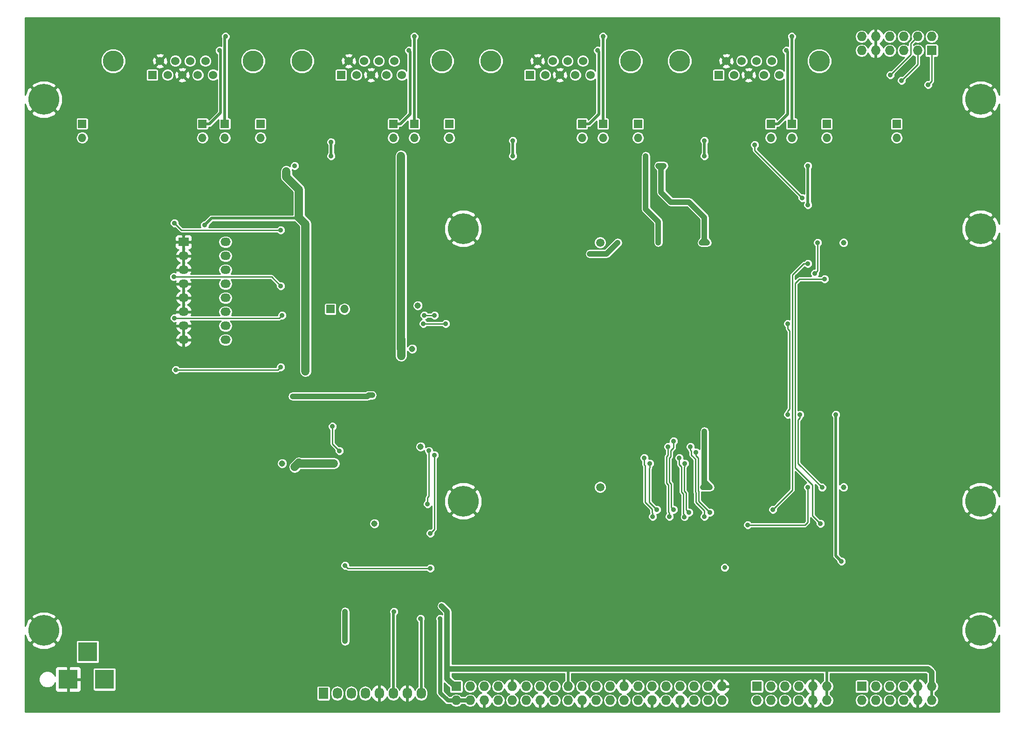
<source format=gbr>
G04 #@! TF.FileFunction,Copper,L2,Bot,Signal*
%FSLAX46Y46*%
G04 Gerber Fmt 4.6, Leading zero omitted, Abs format (unit mm)*
G04 Created by KiCad (PCBNEW 4.0.2-stable) date Pá 22. duben 2016, 03:40:40 CEST*
%MOMM*%
G01*
G04 APERTURE LIST*
%ADD10C,0.100000*%
%ADD11R,1.727200X1.727200*%
%ADD12O,1.727200X1.727200*%
%ADD13R,1.824000X1.524000*%
%ADD14O,1.824000X1.524000*%
%ADD15C,3.810000*%
%ADD16R,1.524000X1.524000*%
%ADD17C,1.524000*%
%ADD18O,1.524000X1.524000*%
%ADD19C,1.000000*%
%ADD20C,1.500000*%
%ADD21C,1.143000*%
%ADD22R,3.500000X3.500000*%
%ADD23C,5.600000*%
%ADD24R,1.727200X2.032000*%
%ADD25O,1.727200X2.032000*%
%ADD26C,0.914400*%
%ADD27C,0.254000*%
%ADD28C,0.508000*%
%ADD29C,1.524000*%
%ADD30C,0.762000*%
%ADD31C,1.016000*%
G04 APERTURE END LIST*
D10*
D11*
X78740000Y-121920000D03*
D12*
X78740000Y-124460000D03*
X81280000Y-121920000D03*
X81280000Y-124460000D03*
X83820000Y-121920000D03*
X83820000Y-124460000D03*
X86360000Y-121920000D03*
X86360000Y-124460000D03*
X88900000Y-121920000D03*
X88900000Y-124460000D03*
X91440000Y-121920000D03*
X91440000Y-124460000D03*
X93980000Y-121920000D03*
X93980000Y-124460000D03*
X96520000Y-121920000D03*
X96520000Y-124460000D03*
X99060000Y-121920000D03*
X99060000Y-124460000D03*
X101600000Y-121920000D03*
X101600000Y-124460000D03*
X104140000Y-121920000D03*
X104140000Y-124460000D03*
X106680000Y-121920000D03*
X106680000Y-124460000D03*
X109220000Y-121920000D03*
X109220000Y-124460000D03*
X111760000Y-121920000D03*
X111760000Y-124460000D03*
X114300000Y-121920000D03*
X114300000Y-124460000D03*
X116840000Y-121920000D03*
X116840000Y-124460000D03*
X119380000Y-121920000D03*
X119380000Y-124460000D03*
X121920000Y-121920000D03*
X121920000Y-124460000D03*
X124460000Y-121920000D03*
X124460000Y-124460000D03*
X127000000Y-121920000D03*
X127000000Y-124460000D03*
D13*
X29210000Y-41148000D03*
D14*
X36830000Y-41148000D03*
X29210000Y-43688000D03*
X36830000Y-43688000D03*
X29210000Y-46228000D03*
X36830000Y-46228000D03*
X29210000Y-48768000D03*
X36830000Y-48768000D03*
X29210000Y-51308000D03*
X36830000Y-51308000D03*
X29210000Y-53848000D03*
X36830000Y-53848000D03*
X29210000Y-56388000D03*
X36830000Y-56388000D03*
X29210000Y-58928000D03*
X36830000Y-58928000D03*
D11*
X165100000Y-6350000D03*
D12*
X165100000Y-3810000D03*
X162560000Y-6350000D03*
X162560000Y-3810000D03*
X160020000Y-6350000D03*
X160020000Y-3810000D03*
X157480000Y-6350000D03*
X157480000Y-3810000D03*
X154940000Y-6350000D03*
X154940000Y-3810000D03*
X152400000Y-6350000D03*
X152400000Y-3810000D03*
D15*
X41808642Y-8264858D03*
X16408642Y-8264858D03*
D16*
X23520642Y-10804858D03*
D17*
X26314642Y-10804858D03*
X28981642Y-10804858D03*
X31775642Y-10804858D03*
X34569642Y-10804858D03*
X24917642Y-8264858D03*
X27711642Y-8264858D03*
X30378642Y-8264858D03*
X33172642Y-8264858D03*
D16*
X10795000Y-19685000D03*
D18*
X10795000Y-22225000D03*
D15*
X144678642Y-8264858D03*
X119278642Y-8264858D03*
D16*
X126390642Y-10804858D03*
D17*
X129184642Y-10804858D03*
X131851642Y-10804858D03*
X134645642Y-10804858D03*
X137439642Y-10804858D03*
X127787642Y-8264858D03*
X130581642Y-8264858D03*
X133248642Y-8264858D03*
X136042642Y-8264858D03*
D15*
X76098642Y-8264858D03*
X50698642Y-8264858D03*
D16*
X57810642Y-10804858D03*
D17*
X60604642Y-10804858D03*
X63271642Y-10804858D03*
X66065642Y-10804858D03*
X68859642Y-10804858D03*
X59207642Y-8264858D03*
X62001642Y-8264858D03*
X64668642Y-8264858D03*
X67462642Y-8264858D03*
D19*
X149100000Y-85731350D03*
D20*
X104900000Y-85731350D03*
D19*
X149100000Y-41268650D03*
D20*
X104900000Y-41268650D03*
D21*
X70739000Y-60579000D03*
X71755000Y-52705000D03*
X72263000Y-78359000D03*
X47117000Y-81407000D03*
X63881000Y-92329000D03*
D22*
X11805000Y-115650000D03*
X8255000Y-120650000D03*
X14855000Y-120650000D03*
D23*
X173990000Y-111760000D03*
X80010000Y-88265000D03*
X80010000Y-38735000D03*
X173990000Y-38735000D03*
X173990000Y-88265000D03*
X3810000Y-111760000D03*
X3810000Y-15240000D03*
X173990000Y-15240000D03*
D15*
X110388642Y-8264858D03*
X84988642Y-8264858D03*
D16*
X92100642Y-10804858D03*
D17*
X94894642Y-10804858D03*
X97561642Y-10804858D03*
X100355642Y-10804858D03*
X103149642Y-10804858D03*
X93497642Y-8264858D03*
X96291642Y-8264858D03*
X98958642Y-8264858D03*
X101752642Y-8264858D03*
D16*
X55880000Y-53340000D03*
D18*
X58420000Y-53340000D03*
D16*
X158750000Y-19694858D03*
D18*
X158750000Y-22234858D03*
D16*
X135890000Y-19685000D03*
D18*
X135890000Y-22225000D03*
D16*
X139700000Y-19685000D03*
D18*
X139700000Y-22225000D03*
D16*
X146050000Y-19685000D03*
D18*
X146050000Y-22225000D03*
D16*
X101600000Y-19685000D03*
D18*
X101600000Y-22225000D03*
D16*
X105410000Y-19685000D03*
D18*
X105410000Y-22225000D03*
D16*
X111760000Y-19685000D03*
D18*
X111760000Y-22225000D03*
D16*
X67310000Y-19685000D03*
D18*
X67310000Y-22225000D03*
D16*
X71120000Y-19685000D03*
D18*
X71120000Y-22225000D03*
D16*
X77470000Y-19685000D03*
D18*
X77470000Y-22225000D03*
D16*
X32639000Y-19685000D03*
D18*
X32639000Y-22225000D03*
D16*
X36703000Y-19685000D03*
D18*
X36703000Y-22225000D03*
D16*
X43180000Y-19685000D03*
D18*
X43180000Y-22225000D03*
D11*
X152400000Y-121920000D03*
D12*
X152400000Y-124460000D03*
X154940000Y-121920000D03*
X154940000Y-124460000D03*
X157480000Y-121920000D03*
X157480000Y-124460000D03*
X160020000Y-121920000D03*
X160020000Y-124460000D03*
X162560000Y-121920000D03*
X162560000Y-124460000D03*
X165100000Y-121920000D03*
X165100000Y-124460000D03*
D11*
X133350000Y-121920000D03*
D12*
X133350000Y-124460000D03*
X135890000Y-121920000D03*
X135890000Y-124460000D03*
X138430000Y-121920000D03*
X138430000Y-124460000D03*
X140970000Y-121920000D03*
X140970000Y-124460000D03*
X143510000Y-121920000D03*
X143510000Y-124460000D03*
X146050000Y-121920000D03*
X146050000Y-124460000D03*
D24*
X54610000Y-123190000D03*
D25*
X57150000Y-123190000D03*
X59690000Y-123190000D03*
X62230000Y-123190000D03*
X64770000Y-123190000D03*
X67310000Y-123190000D03*
X69850000Y-123190000D03*
X72390000Y-123190000D03*
D26*
X127508000Y-100330000D03*
X73786993Y-79095899D03*
X73533000Y-88773000D03*
X136271000Y-89789000D03*
X142621000Y-45085000D03*
X149606000Y-1778000D03*
X80518000Y-1778000D03*
X46355000Y-1778000D03*
X51308000Y-125222000D03*
X75438000Y-125222000D03*
X130302000Y-125222000D03*
X149352000Y-125222000D03*
X175260000Y-124460000D03*
X176022000Y-100330000D03*
X176022000Y-63500000D03*
X176022000Y-33020000D03*
X176022000Y-20320000D03*
X176022000Y-2540000D03*
X1778000Y-105410000D03*
X1778000Y-93980000D03*
X1778000Y-81280000D03*
X1778000Y-20320000D03*
X2540000Y-2540000D03*
X154940000Y-1905000D03*
X1778000Y-27940000D03*
X17145000Y-44355000D03*
X56261000Y-29845000D03*
X57531000Y-21463000D03*
X55880000Y-118745000D03*
X60960000Y-118745000D03*
X24841200Y-113919000D03*
X24841200Y-122555000D03*
X48133000Y-92837000D03*
X48387000Y-102743000D03*
X48275000Y-97790000D03*
X44323000Y-101727000D03*
X40259000Y-97917000D03*
X44323000Y-93853000D03*
X38100000Y-90805000D03*
X36830000Y-89535000D03*
X31750000Y-98425000D03*
X138480790Y-70485000D03*
X141173210Y-70485000D03*
X138480790Y-67945000D03*
X141173210Y-67945000D03*
X138480790Y-65405000D03*
X141173210Y-65405000D03*
X138480790Y-62865000D03*
X141173210Y-62865000D03*
X138480790Y-60325000D03*
X141173210Y-60325000D03*
X138480790Y-57785000D03*
X141173210Y-57785000D03*
X142367000Y-54737000D03*
X138988790Y-54737000D03*
X138988790Y-52705000D03*
X141173210Y-52705000D03*
X128143000Y-106299000D03*
X135001000Y-106299000D03*
X141859000Y-106299000D03*
X57785000Y-50165000D03*
X80137000Y-93345000D03*
X60071000Y-56769000D03*
X55753000Y-56769000D03*
X49530000Y-85725000D03*
X57150000Y-105664000D03*
X64135000Y-99043778D03*
X61595000Y-99043778D03*
X57130000Y-102870000D03*
X72771000Y-66421000D03*
X71247000Y-89027000D03*
X116459000Y-85725000D03*
X118668781Y-85882522D03*
X112141000Y-85725000D03*
X17145000Y-62008000D03*
X149958027Y-94594326D03*
X134525000Y-100330000D03*
X109000380Y-85725000D03*
X141001840Y-85725000D03*
X138601540Y-85725000D03*
X136201240Y-85725000D03*
X131400640Y-85725000D03*
X133800940Y-85725000D03*
X129000340Y-85725000D03*
X126600040Y-85725000D03*
X121001880Y-85725000D03*
X33909000Y-29337000D03*
X31877000Y-33844791D03*
X150241000Y-29845000D03*
X157099000Y-29845000D03*
X153035000Y-30607000D03*
X89027000Y-29845000D03*
X90551000Y-21463000D03*
X125349000Y-21463000D03*
X123825000Y-29845000D03*
X120015000Y-30607000D03*
X85217000Y-30353000D03*
X52197000Y-30353000D03*
X110600580Y-41275000D03*
X113000880Y-41275000D03*
X118601580Y-41275000D03*
X121001880Y-41275000D03*
X141001840Y-41275000D03*
X138601540Y-41275000D03*
X136201240Y-41275000D03*
X133800940Y-41275000D03*
X131400640Y-41275000D03*
X129000340Y-41275000D03*
X17145000Y-53118000D03*
X16891000Y-35338000D03*
X2540000Y-34673540D03*
X2540000Y-68831460D03*
X2540000Y-64770000D03*
X2540000Y-59690000D03*
X2540000Y-54610000D03*
X2540000Y-48895000D03*
X2540000Y-43815000D03*
X2540000Y-38735000D03*
X47070000Y-71120000D03*
X47070000Y-66040000D03*
X47070000Y-60960000D03*
X47070000Y-55880000D03*
X47070000Y-50800000D03*
X47070000Y-45720000D03*
X47070000Y-40640000D03*
X47070000Y-35560000D03*
X126619000Y-41275000D03*
X142621000Y-85725000D03*
X131699000Y-92583000D03*
X51363999Y-64643000D03*
X51363999Y-63444001D03*
X147701000Y-72517000D03*
X72263000Y-109601000D03*
X75819000Y-109601000D03*
X123825000Y-75565000D03*
X123571000Y-85725000D03*
X124841000Y-85725000D03*
X49403000Y-82052000D03*
X47879000Y-28321000D03*
X49403000Y-27305000D03*
X33020000Y-38100000D03*
X148717000Y-99187000D03*
X56515000Y-81407000D03*
X50175000Y-81280000D03*
X115443000Y-27305000D03*
X124333000Y-41275000D03*
X123317000Y-41275000D03*
X116459000Y-27305000D03*
X142621000Y-27305010D03*
X142621000Y-34417000D03*
X67437010Y-108330990D03*
X58547000Y-108331000D03*
X58547000Y-108331000D03*
X76073000Y-107315000D03*
X58547000Y-113726999D03*
X143891000Y-46863000D03*
X74803000Y-79883000D03*
X74803000Y-54483000D03*
X72948783Y-54483000D03*
X57531000Y-79121000D03*
X74041000Y-94107000D03*
X74041000Y-100457000D03*
X58547000Y-99949000D03*
X144399000Y-41275000D03*
X56261000Y-74676000D03*
X49022000Y-69215000D03*
X63500000Y-68993000D03*
X68707000Y-25527000D03*
X56007000Y-25527000D03*
X68707000Y-44069000D03*
X102997000Y-43307000D03*
X115189000Y-37211000D03*
X113157000Y-25527000D03*
X108077000Y-41275000D03*
X115443000Y-41275000D03*
X89027000Y-22733000D03*
X89027000Y-25527000D03*
X123825000Y-22733000D03*
X123825000Y-25527000D03*
X56007000Y-22987000D03*
X68740020Y-61849000D03*
X68707000Y-60579000D03*
X145669000Y-47879000D03*
X144907000Y-92329000D03*
X138988790Y-72517000D03*
X138988790Y-56007000D03*
X76835000Y-56007000D03*
X72771000Y-56007000D03*
X141173210Y-72517000D03*
X145204294Y-85768294D03*
X159639000Y-11811000D03*
X157607000Y-10795000D03*
X164465000Y-12573000D03*
X46863000Y-63881000D03*
X27813000Y-64389000D03*
X47117000Y-54483000D03*
X27559000Y-54991000D03*
X27432000Y-47498000D03*
X46863000Y-49149000D03*
X46863000Y-38989000D03*
X27559000Y-37719000D03*
X139700000Y-3810000D03*
X105410000Y-3810000D03*
X71120000Y-3810000D03*
X36830000Y-3810000D03*
X138734790Y-6350000D03*
X104444790Y-6350000D03*
X70154790Y-6350000D03*
X35737790Y-6350000D03*
X117475000Y-91059000D03*
X117221000Y-78359000D03*
X121031000Y-90297000D03*
X120269000Y-81407000D03*
X124841000Y-90297000D03*
X122301000Y-79375000D03*
X123825000Y-91059000D03*
X121285000Y-78359000D03*
X120204815Y-91123185D03*
X119253000Y-80391000D03*
X118237000Y-89789000D03*
X118237000Y-77343000D03*
X115189000Y-89789000D03*
X113919000Y-81407000D03*
X114427000Y-91059000D03*
X112903000Y-80391000D03*
X132969000Y-23495000D03*
X141605000Y-33147000D03*
D27*
X73786993Y-79095899D02*
X73786993Y-87351691D01*
X73786993Y-87351691D02*
X73533000Y-87605684D01*
X73533000Y-87605684D02*
X73533000Y-88773000D01*
X73533000Y-79349892D02*
X73786993Y-79095899D01*
X139827000Y-47117000D02*
X139827000Y-49657000D01*
X142621000Y-45085000D02*
X141859000Y-45085000D01*
X141859000Y-45085000D02*
X139827000Y-47117000D01*
X139827000Y-86233000D02*
X139827000Y-49657000D01*
X139827000Y-49657000D02*
X139827000Y-49403000D01*
X136271000Y-89789000D02*
X139827000Y-86233000D01*
X38100000Y-90805000D02*
X41275000Y-90805000D01*
X48275000Y-97790000D02*
X48275000Y-92979000D01*
X48275000Y-92979000D02*
X48133000Y-92837000D01*
X48275000Y-97790000D02*
X48275000Y-102631000D01*
X48275000Y-102631000D02*
X48387000Y-102743000D01*
X44275000Y-97790000D02*
X48275000Y-97790000D01*
X44275000Y-97790000D02*
X44275000Y-101679000D01*
X44275000Y-101679000D02*
X44323000Y-101727000D01*
X44275000Y-97790000D02*
X40386000Y-97790000D01*
X40386000Y-97790000D02*
X40259000Y-97917000D01*
X44323000Y-93853000D02*
X44323000Y-97742000D01*
X44323000Y-97742000D02*
X44275000Y-97790000D01*
X41275000Y-90805000D02*
X44323000Y-93853000D01*
D28*
X142367000Y-52705000D02*
X160020000Y-52705000D01*
X160020000Y-52705000D02*
X173990000Y-38735000D01*
X142367000Y-67945000D02*
X142367000Y-70485000D01*
X142367000Y-70485000D02*
X141173210Y-70485000D01*
X142367000Y-65405000D02*
X142367000Y-67945000D01*
X142367000Y-67945000D02*
X141173210Y-67945000D01*
X142367000Y-62865000D02*
X142367000Y-65405000D01*
X142367000Y-65405000D02*
X141173210Y-65405000D01*
X142367000Y-60325000D02*
X142367000Y-62865000D01*
X142367000Y-62865000D02*
X141173210Y-62865000D01*
X142367000Y-57785000D02*
X142367000Y-60325000D01*
X142367000Y-60325000D02*
X141173210Y-60325000D01*
X142367000Y-54737000D02*
X142367000Y-57785000D01*
X142367000Y-57785000D02*
X141173210Y-57785000D01*
X142367000Y-52705000D02*
X142367000Y-54737000D01*
X142367000Y-52705000D02*
X141173210Y-52705000D01*
X143586201Y-45739301D02*
X142367000Y-46958502D01*
X141001840Y-41275000D02*
X143586201Y-43859361D01*
X143586201Y-43859361D02*
X143586201Y-45739301D01*
D27*
X142621000Y-85725000D02*
X142621000Y-92075000D01*
X142621000Y-92075000D02*
X142113000Y-92583000D01*
X142113000Y-92583000D02*
X131699000Y-92583000D01*
D29*
X51363999Y-63444001D02*
X51363999Y-64643000D01*
X51363999Y-63444001D02*
X51363999Y-37891999D01*
X51363999Y-37891999D02*
X50175000Y-36703000D01*
D28*
X148717000Y-99187000D02*
X147701000Y-98171000D01*
X147701000Y-98171000D02*
X147701000Y-72517000D01*
X72390000Y-109728000D02*
X72263000Y-109601000D01*
X72390000Y-123190000D02*
X72390000Y-109728000D01*
D30*
X75819000Y-123063000D02*
X75819000Y-109601000D01*
X78740000Y-124460000D02*
X81280000Y-124460000D01*
X77216000Y-124460000D02*
X75819000Y-123063000D01*
X78740000Y-124460000D02*
X77216000Y-124460000D01*
D31*
X123825000Y-75565000D02*
X123825000Y-84709000D01*
X123571000Y-85725000D02*
X124841000Y-85725000D01*
X123825000Y-84709000D02*
X123825000Y-85471000D01*
X123825000Y-85471000D02*
X123571000Y-85725000D01*
X123825000Y-84709000D02*
X124841000Y-85725000D01*
D29*
X50175000Y-31633000D02*
X50175000Y-36703000D01*
D28*
X33020000Y-38100000D02*
X34290000Y-36830000D01*
X34290000Y-36830000D02*
X50048000Y-36830000D01*
X50048000Y-36830000D02*
X50175000Y-36703000D01*
D29*
X50175000Y-81280000D02*
X49403000Y-82052000D01*
X56515000Y-81407000D02*
X50302000Y-81407000D01*
X50175000Y-31633000D02*
X47879000Y-29337000D01*
X47879000Y-29337000D02*
X47879000Y-28321000D01*
X50302000Y-81407000D02*
X50175000Y-81280000D01*
D31*
X115443000Y-27305000D02*
X115951000Y-27305000D01*
X115951000Y-27305000D02*
X116459000Y-27305000D01*
X115951000Y-32131000D02*
X115951000Y-27305000D01*
X115443000Y-27305000D02*
X115900199Y-27762199D01*
X115900199Y-27762199D02*
X116001801Y-27762199D01*
X116459000Y-27305000D02*
X116001801Y-27762199D01*
X117729000Y-33909000D02*
X121031000Y-33909000D01*
X121031000Y-33909000D02*
X123825000Y-36703000D01*
X123825000Y-36703000D02*
X123825000Y-40767000D01*
X123317000Y-41275000D02*
X124333000Y-41275000D01*
X123317000Y-41275000D02*
X123825000Y-40767000D01*
X123825000Y-40767000D02*
X124333000Y-41275000D01*
X115951000Y-32131000D02*
X117729000Y-33909000D01*
D28*
X142621000Y-34417000D02*
X142621000Y-27305010D01*
X67310000Y-123190000D02*
X67310000Y-108458000D01*
X67310000Y-108458000D02*
X67437010Y-108330990D01*
D31*
X77089000Y-118745000D02*
X77089000Y-120523000D01*
X77089000Y-120523000D02*
X78486000Y-121920000D01*
X78486000Y-121920000D02*
X78740000Y-121920000D01*
X77089000Y-118745000D02*
X99060000Y-118745000D01*
X99060000Y-118745000D02*
X145923000Y-118745000D01*
D28*
X99060000Y-121920000D02*
X99060000Y-118745000D01*
X146050000Y-121920000D02*
X146050000Y-119888000D01*
X146050000Y-119888000D02*
X146050000Y-118872000D01*
X146050000Y-124460000D02*
X146050000Y-119888000D01*
D31*
X145923000Y-118745000D02*
X164465000Y-118745000D01*
D28*
X146050000Y-118872000D02*
X145923000Y-118745000D01*
X165100000Y-121920000D02*
X165100000Y-124460000D01*
D31*
X164465000Y-118745000D02*
X165100000Y-119380000D01*
X165100000Y-119380000D02*
X165100000Y-121920000D01*
X77089000Y-118745000D02*
X77089000Y-108331000D01*
X77089000Y-108331000D02*
X76073000Y-107315000D01*
X58547000Y-113726999D02*
X58547000Y-108331000D01*
D27*
X144399000Y-46355000D02*
X143891000Y-46863000D01*
X74803000Y-79883000D02*
X74803000Y-93345000D01*
X74803000Y-93345000D02*
X74041000Y-94107000D01*
X72948783Y-54483000D02*
X74803000Y-54483000D01*
X56261000Y-74676000D02*
X56261000Y-77851000D01*
X56261000Y-77851000D02*
X57531000Y-79121000D01*
X58547000Y-99949000D02*
X59055000Y-100457000D01*
X59055000Y-100457000D02*
X74041000Y-100457000D01*
X144399000Y-41275000D02*
X144399000Y-46355000D01*
D29*
X68707000Y-44069000D02*
X68707000Y-25527000D01*
D31*
X62631422Y-69215000D02*
X49022000Y-69215000D01*
X63500000Y-68993000D02*
X62853422Y-68993000D01*
X62853422Y-68993000D02*
X62631422Y-69215000D01*
D28*
X56007000Y-25527000D02*
X56007000Y-22987000D01*
D29*
X68707000Y-58801000D02*
X68707000Y-44069000D01*
X68707000Y-60579000D02*
X68707000Y-58801000D01*
X68707000Y-58801000D02*
X68740020Y-58834020D01*
X68740020Y-58834020D02*
X68740020Y-61849000D01*
D31*
X102997000Y-43307000D02*
X106045000Y-43307000D01*
X106045000Y-43307000D02*
X108077000Y-41275000D01*
X113163672Y-35185672D02*
X115443000Y-37465000D01*
X115443000Y-37465000D02*
X115443000Y-41275000D01*
X113157000Y-35185672D02*
X113163672Y-35185672D01*
X113157000Y-25527000D02*
X113157000Y-35185672D01*
D28*
X89027000Y-25527000D02*
X89027000Y-22733000D01*
X123825000Y-25527000D02*
X123825000Y-22733000D01*
D27*
X145669000Y-47879000D02*
X141097000Y-47879000D01*
X141097000Y-47879000D02*
X140335000Y-48641000D01*
X140335000Y-48641000D02*
X140335000Y-82169000D01*
X143459201Y-90881201D02*
X144907000Y-92329000D01*
X140335000Y-82169000D02*
X143459201Y-85293201D01*
X143459201Y-85293201D02*
X143459201Y-90881201D01*
X141173210Y-72517000D02*
X141173210Y-73163578D01*
X140843000Y-81407000D02*
X145204294Y-85768294D01*
X141173210Y-73163578D02*
X140843000Y-73493788D01*
X140843000Y-73493788D02*
X140843000Y-81407000D01*
X138988790Y-72517000D02*
X138988790Y-71870422D01*
X138988790Y-71870422D02*
X139319000Y-71540212D01*
X139319000Y-71540212D02*
X139319000Y-57277000D01*
X139319000Y-57277000D02*
X138988790Y-56946790D01*
X138988790Y-56946790D02*
X138988790Y-56007000D01*
X72771000Y-56007000D02*
X76835000Y-56007000D01*
X162560000Y-6350000D02*
X162560000Y-8890000D01*
X162560000Y-8890000D02*
X159639000Y-11811000D01*
X162560000Y-3810000D02*
X161315399Y-5054601D01*
X161315399Y-7086601D02*
X157607000Y-10795000D01*
X161315399Y-5054601D02*
X161315399Y-7086601D01*
X165100000Y-6350000D02*
X165100000Y-11938000D01*
X165100000Y-11938000D02*
X164465000Y-12573000D01*
X46355000Y-64389000D02*
X46863000Y-63881000D01*
X27813000Y-64389000D02*
X46355000Y-64389000D01*
X27559000Y-54991000D02*
X46609000Y-54991000D01*
X46609000Y-54991000D02*
X47117000Y-54483000D01*
X45212000Y-47498000D02*
X27432000Y-47498000D01*
X45212000Y-47498000D02*
X46863000Y-49149000D01*
X27559000Y-37719000D02*
X28829000Y-38989000D01*
X28829000Y-38989000D02*
X46863000Y-38989000D01*
D28*
X139700000Y-19685000D02*
X139700000Y-3810000D01*
X105410000Y-19685000D02*
X105410000Y-3810000D01*
X71120000Y-19685000D02*
X71120000Y-3810000D01*
X36703000Y-19685000D02*
X36703000Y-3937000D01*
X36703000Y-3937000D02*
X36830000Y-3810000D01*
X138937990Y-17907010D02*
X138937990Y-6553200D01*
X138937990Y-6553200D02*
X138734790Y-6350000D01*
X135890000Y-19685000D02*
X137160000Y-19685000D01*
X137160000Y-19685000D02*
X138937990Y-17907010D01*
X104647990Y-17907010D02*
X104647990Y-6553200D01*
X104647990Y-6553200D02*
X104444790Y-6350000D01*
X101600000Y-19685000D02*
X102870000Y-19685000D01*
X102870000Y-19685000D02*
X104647990Y-17907010D01*
X70357990Y-17907010D02*
X70357990Y-6553200D01*
X70357990Y-6553200D02*
X70154790Y-6350000D01*
X67310000Y-19685000D02*
X68580000Y-19685000D01*
X68580000Y-19685000D02*
X70357990Y-17907010D01*
X35940990Y-17653010D02*
X35940990Y-6553200D01*
X35940990Y-6553200D02*
X35737790Y-6350000D01*
X32639000Y-19685000D02*
X33909000Y-19685000D01*
X33909000Y-19685000D02*
X35940990Y-17653010D01*
D27*
X116967000Y-80137000D02*
X116967000Y-84992462D01*
X116967000Y-80137000D02*
X117221000Y-79883000D01*
X117221000Y-79883000D02*
X117221000Y-78359000D01*
X116967000Y-84992462D02*
X117297201Y-85322663D01*
X117297201Y-85322663D02*
X117297201Y-90234623D01*
X117221000Y-85246462D02*
X117297201Y-85322663D01*
X117297201Y-90234623D02*
X117475000Y-90412422D01*
X117475000Y-90412422D02*
X117475000Y-91059000D01*
X121031000Y-90297000D02*
X120523000Y-89789000D01*
X120163679Y-82020321D02*
X120269000Y-81915000D01*
X120523000Y-89789000D02*
X120523000Y-86741000D01*
X120523000Y-86741000D02*
X120163679Y-86381679D01*
X120163679Y-86381679D02*
X120163679Y-82020321D01*
X120269000Y-81915000D02*
X120269000Y-81407000D01*
X120015000Y-81661000D02*
X120269000Y-81407000D01*
X122301000Y-80021578D02*
X122681990Y-80402568D01*
X122301000Y-79375000D02*
X122301000Y-80021578D01*
X122809000Y-86487000D02*
X122809000Y-88265000D01*
X124841000Y-90297000D02*
X122809000Y-88265000D01*
X122681990Y-86359990D02*
X122809000Y-86487000D01*
X122681990Y-80402568D02*
X122681990Y-86359990D01*
X122173980Y-80612992D02*
X121443988Y-79883000D01*
X121285000Y-78359000D02*
X121285000Y-79005578D01*
X121285000Y-79005578D02*
X121443988Y-79164566D01*
X121443988Y-79164566D02*
X121443988Y-79883000D01*
X122173980Y-83693000D02*
X122173980Y-80612992D01*
X122173980Y-86570414D02*
X122173980Y-83693000D01*
X122173980Y-83693000D02*
X122173980Y-82803980D01*
X122301000Y-88475434D02*
X122301000Y-86697434D01*
X123825000Y-89999434D02*
X122301000Y-88475434D01*
X123825000Y-91059000D02*
X123825000Y-89999434D01*
X122301000Y-86697434D02*
X122173980Y-86570414D01*
X119655670Y-85979000D02*
X119655670Y-85619670D01*
X119655670Y-86592104D02*
X119655670Y-85979000D01*
X119655670Y-85979000D02*
X119655670Y-82034208D01*
X119253000Y-81631538D02*
X119253000Y-80391000D01*
X119655670Y-82034208D02*
X119253000Y-81631538D01*
X120204815Y-91123185D02*
X120204815Y-90711353D01*
X120015000Y-86951434D02*
X119655670Y-86592104D01*
X120204815Y-90711353D02*
X120015000Y-90521538D01*
X120015000Y-90521538D02*
X120015000Y-86951434D01*
X120125560Y-91043930D02*
X120204815Y-91123185D01*
X117805211Y-89357211D02*
X117805211Y-85112239D01*
X117475010Y-80390990D02*
X117475010Y-84782038D01*
X117475010Y-84782038D02*
X117805211Y-85112239D01*
X117729010Y-80136990D02*
X117475010Y-80390990D01*
X118237000Y-78583538D02*
X117729010Y-79091528D01*
X117729010Y-79091528D02*
X117729010Y-80136990D01*
X118237000Y-77343000D02*
X118237000Y-78583538D01*
X118237000Y-89789000D02*
X117805211Y-89357211D01*
X115189000Y-89789000D02*
X113842799Y-88442799D01*
X113842799Y-88442799D02*
X113842799Y-82245201D01*
X113919000Y-82169000D02*
X113919000Y-81407000D01*
X113842799Y-82245201D02*
X113919000Y-82169000D01*
X113665000Y-89027000D02*
X114173000Y-89535000D01*
X114173000Y-89535000D02*
X114350799Y-89712799D01*
X112903000Y-81631538D02*
X113080799Y-81809337D01*
X112903000Y-80391000D02*
X112903000Y-81631538D01*
X113080799Y-81809337D02*
X113080799Y-88442799D01*
X113080799Y-88442799D02*
X114173000Y-89535000D01*
X114350799Y-89712799D02*
X114350799Y-90336221D01*
X114350799Y-90336221D02*
X114427000Y-90412422D01*
X114427000Y-90412422D02*
X114427000Y-91059000D01*
X141605000Y-33147000D02*
X132969000Y-24511000D01*
X132969000Y-24511000D02*
X132969000Y-23495000D01*
G36*
X177369000Y-14425737D02*
X176907878Y-13302973D01*
X176896203Y-13285501D01*
X176442340Y-12967265D01*
X174169605Y-15240000D01*
X176442340Y-17512735D01*
X176896203Y-17194499D01*
X177369000Y-16062682D01*
X177369000Y-37920737D01*
X176907878Y-36797973D01*
X176896203Y-36780501D01*
X176442340Y-36462265D01*
X174169605Y-38735000D01*
X176442340Y-41007735D01*
X176896203Y-40689499D01*
X177369000Y-39557682D01*
X177369000Y-87450737D01*
X176907878Y-86327973D01*
X176896203Y-86310501D01*
X176442340Y-85992265D01*
X174169605Y-88265000D01*
X176442340Y-90537735D01*
X176896203Y-90219499D01*
X177369000Y-89087682D01*
X177369000Y-110945737D01*
X176907878Y-109822973D01*
X176896203Y-109805501D01*
X176442340Y-109487265D01*
X174169605Y-111760000D01*
X176442340Y-114032735D01*
X176896203Y-113714499D01*
X177369000Y-112582682D01*
X177369000Y-126569000D01*
X431000Y-126569000D01*
X431000Y-120953199D01*
X2923735Y-120953199D01*
X3156325Y-121516109D01*
X3586626Y-121947162D01*
X4149129Y-122180734D01*
X4758199Y-122181265D01*
X5321109Y-121948675D01*
X5752162Y-121518374D01*
X5870000Y-121234589D01*
X5870000Y-122526309D01*
X5966673Y-122759698D01*
X6145301Y-122938327D01*
X6378690Y-123035000D01*
X7969250Y-123035000D01*
X8128000Y-122876250D01*
X8128000Y-120777000D01*
X8382000Y-120777000D01*
X8382000Y-122876250D01*
X8540750Y-123035000D01*
X10131310Y-123035000D01*
X10364699Y-122938327D01*
X10543327Y-122759698D01*
X10640000Y-122526309D01*
X10640000Y-120935750D01*
X10481250Y-120777000D01*
X8382000Y-120777000D01*
X8128000Y-120777000D01*
X8108000Y-120777000D01*
X8108000Y-120523000D01*
X8128000Y-120523000D01*
X8128000Y-118423750D01*
X8382000Y-118423750D01*
X8382000Y-120523000D01*
X10481250Y-120523000D01*
X10640000Y-120364250D01*
X10640000Y-118900000D01*
X12716536Y-118900000D01*
X12716536Y-122400000D01*
X12743103Y-122541190D01*
X12826546Y-122670865D01*
X12953866Y-122757859D01*
X13105000Y-122788464D01*
X16605000Y-122788464D01*
X16746190Y-122761897D01*
X16875865Y-122678454D01*
X16962859Y-122551134D01*
X16993464Y-122400000D01*
X16993464Y-122174000D01*
X53357936Y-122174000D01*
X53357936Y-124206000D01*
X53384503Y-124347190D01*
X53467946Y-124476865D01*
X53595266Y-124563859D01*
X53746400Y-124594464D01*
X55473600Y-124594464D01*
X55614790Y-124567897D01*
X55744465Y-124484454D01*
X55831459Y-124357134D01*
X55862064Y-124206000D01*
X55862064Y-123010231D01*
X55905400Y-123010231D01*
X55905400Y-123369769D01*
X56000140Y-123846057D01*
X56269935Y-124249834D01*
X56673712Y-124519629D01*
X57150000Y-124614369D01*
X57626288Y-124519629D01*
X58030065Y-124249834D01*
X58299860Y-123846057D01*
X58394600Y-123369769D01*
X58394600Y-123010231D01*
X58445400Y-123010231D01*
X58445400Y-123369769D01*
X58540140Y-123846057D01*
X58809935Y-124249834D01*
X59213712Y-124519629D01*
X59690000Y-124614369D01*
X60166288Y-124519629D01*
X60570065Y-124249834D01*
X60839860Y-123846057D01*
X60934600Y-123369769D01*
X60934600Y-123010231D01*
X60985400Y-123010231D01*
X60985400Y-123369769D01*
X61080140Y-123846057D01*
X61349935Y-124249834D01*
X61753712Y-124519629D01*
X62230000Y-124614369D01*
X62706288Y-124519629D01*
X63110065Y-124249834D01*
X63379860Y-123846057D01*
X63382704Y-123831757D01*
X63478046Y-124104320D01*
X63867964Y-124540732D01*
X64395209Y-124794709D01*
X64410974Y-124797358D01*
X64643000Y-124676217D01*
X64643000Y-123317000D01*
X64623000Y-123317000D01*
X64623000Y-123063000D01*
X64643000Y-123063000D01*
X64643000Y-121703783D01*
X64897000Y-121703783D01*
X64897000Y-123063000D01*
X64917000Y-123063000D01*
X64917000Y-123317000D01*
X64897000Y-123317000D01*
X64897000Y-124676217D01*
X65129026Y-124797358D01*
X65144791Y-124794709D01*
X65672036Y-124540732D01*
X66061954Y-124104320D01*
X66157296Y-123831757D01*
X66160140Y-123846057D01*
X66429935Y-124249834D01*
X66833712Y-124519629D01*
X67310000Y-124614369D01*
X67786288Y-124519629D01*
X68190065Y-124249834D01*
X68459860Y-123846057D01*
X68462704Y-123831757D01*
X68558046Y-124104320D01*
X68947964Y-124540732D01*
X69475209Y-124794709D01*
X69490974Y-124797358D01*
X69723000Y-124676217D01*
X69723000Y-123317000D01*
X69703000Y-123317000D01*
X69703000Y-123063000D01*
X69723000Y-123063000D01*
X69723000Y-121703783D01*
X69977000Y-121703783D01*
X69977000Y-123063000D01*
X69997000Y-123063000D01*
X69997000Y-123317000D01*
X69977000Y-123317000D01*
X69977000Y-124676217D01*
X70209026Y-124797358D01*
X70224791Y-124794709D01*
X70752036Y-124540732D01*
X71141954Y-124104320D01*
X71237296Y-123831757D01*
X71240140Y-123846057D01*
X71509935Y-124249834D01*
X71913712Y-124519629D01*
X72390000Y-124614369D01*
X72866288Y-124519629D01*
X73270065Y-124249834D01*
X73539860Y-123846057D01*
X73634600Y-123369769D01*
X73634600Y-123010231D01*
X73539860Y-122533943D01*
X73270065Y-122130166D01*
X73025000Y-121966419D01*
X73025000Y-109951618D01*
X73101054Y-109768460D01*
X73101055Y-109766997D01*
X74980655Y-109766997D01*
X75057000Y-109951765D01*
X75057000Y-123063000D01*
X75115004Y-123354605D01*
X75265565Y-123579935D01*
X75280185Y-123601815D01*
X76677184Y-124998815D01*
X76924395Y-125163996D01*
X77216000Y-125222000D01*
X77756664Y-125222000D01*
X77835552Y-125340065D01*
X78239329Y-125609860D01*
X78715617Y-125704600D01*
X78764383Y-125704600D01*
X79240671Y-125609860D01*
X79644448Y-125340065D01*
X79723336Y-125222000D01*
X80296664Y-125222000D01*
X80375552Y-125340065D01*
X80779329Y-125609860D01*
X81255617Y-125704600D01*
X81304383Y-125704600D01*
X81780671Y-125609860D01*
X82184448Y-125340065D01*
X82429159Y-124973828D01*
X82537312Y-125234947D01*
X82931510Y-125666821D01*
X83460973Y-125914968D01*
X83693000Y-125794469D01*
X83693000Y-124587000D01*
X83673000Y-124587000D01*
X83673000Y-124333000D01*
X83693000Y-124333000D01*
X83693000Y-124313000D01*
X83947000Y-124313000D01*
X83947000Y-124333000D01*
X83967000Y-124333000D01*
X83967000Y-124587000D01*
X83947000Y-124587000D01*
X83947000Y-125794469D01*
X84179027Y-125914968D01*
X84708490Y-125666821D01*
X85102688Y-125234947D01*
X85210841Y-124973828D01*
X85455552Y-125340065D01*
X85859329Y-125609860D01*
X86335617Y-125704600D01*
X86384383Y-125704600D01*
X86860671Y-125609860D01*
X87264448Y-125340065D01*
X87534243Y-124936288D01*
X87628983Y-124460000D01*
X87534243Y-123983712D01*
X87264448Y-123579935D01*
X86860671Y-123310140D01*
X86384383Y-123215400D01*
X86335617Y-123215400D01*
X85859329Y-123310140D01*
X85455552Y-123579935D01*
X85210841Y-123946172D01*
X85102688Y-123685053D01*
X84708490Y-123253179D01*
X84318338Y-123070324D01*
X84320671Y-123069860D01*
X84724448Y-122800065D01*
X84994243Y-122396288D01*
X85088983Y-121920000D01*
X85091017Y-121920000D01*
X85185757Y-122396288D01*
X85455552Y-122800065D01*
X85859329Y-123069860D01*
X86335617Y-123164600D01*
X86384383Y-123164600D01*
X86860671Y-123069860D01*
X87264448Y-122800065D01*
X87509159Y-122433828D01*
X87617312Y-122694947D01*
X88011510Y-123126821D01*
X88401662Y-123309676D01*
X88399329Y-123310140D01*
X87995552Y-123579935D01*
X87725757Y-123983712D01*
X87631017Y-124460000D01*
X87725757Y-124936288D01*
X87995552Y-125340065D01*
X88399329Y-125609860D01*
X88875617Y-125704600D01*
X88924383Y-125704600D01*
X89400671Y-125609860D01*
X89804448Y-125340065D01*
X90074243Y-124936288D01*
X90168983Y-124460000D01*
X90171017Y-124460000D01*
X90265757Y-124936288D01*
X90535552Y-125340065D01*
X90939329Y-125609860D01*
X91415617Y-125704600D01*
X91464383Y-125704600D01*
X91940671Y-125609860D01*
X92344448Y-125340065D01*
X92589159Y-124973828D01*
X92697312Y-125234947D01*
X93091510Y-125666821D01*
X93620973Y-125914968D01*
X93853000Y-125794469D01*
X93853000Y-124587000D01*
X93833000Y-124587000D01*
X93833000Y-124333000D01*
X93853000Y-124333000D01*
X93853000Y-124313000D01*
X94107000Y-124313000D01*
X94107000Y-124333000D01*
X94127000Y-124333000D01*
X94127000Y-124587000D01*
X94107000Y-124587000D01*
X94107000Y-125794469D01*
X94339027Y-125914968D01*
X94868490Y-125666821D01*
X95262688Y-125234947D01*
X95370841Y-124973828D01*
X95615552Y-125340065D01*
X96019329Y-125609860D01*
X96495617Y-125704600D01*
X96544383Y-125704600D01*
X97020671Y-125609860D01*
X97424448Y-125340065D01*
X97694243Y-124936288D01*
X97788983Y-124460000D01*
X97791017Y-124460000D01*
X97885757Y-124936288D01*
X98155552Y-125340065D01*
X98559329Y-125609860D01*
X99035617Y-125704600D01*
X99084383Y-125704600D01*
X99560671Y-125609860D01*
X99964448Y-125340065D01*
X100209159Y-124973828D01*
X100317312Y-125234947D01*
X100711510Y-125666821D01*
X101240973Y-125914968D01*
X101473000Y-125794469D01*
X101473000Y-124587000D01*
X101453000Y-124587000D01*
X101453000Y-124333000D01*
X101473000Y-124333000D01*
X101473000Y-124313000D01*
X101727000Y-124313000D01*
X101727000Y-124333000D01*
X101747000Y-124333000D01*
X101747000Y-124587000D01*
X101727000Y-124587000D01*
X101727000Y-125794469D01*
X101959027Y-125914968D01*
X102488490Y-125666821D01*
X102882688Y-125234947D01*
X102990841Y-124973828D01*
X103235552Y-125340065D01*
X103639329Y-125609860D01*
X104115617Y-125704600D01*
X104164383Y-125704600D01*
X104640671Y-125609860D01*
X105044448Y-125340065D01*
X105314243Y-124936288D01*
X105408983Y-124460000D01*
X105411017Y-124460000D01*
X105505757Y-124936288D01*
X105775552Y-125340065D01*
X106179329Y-125609860D01*
X106655617Y-125704600D01*
X106704383Y-125704600D01*
X107180671Y-125609860D01*
X107584448Y-125340065D01*
X107854243Y-124936288D01*
X107948983Y-124460000D01*
X107854243Y-123983712D01*
X107584448Y-123579935D01*
X107180671Y-123310140D01*
X106704383Y-123215400D01*
X106655617Y-123215400D01*
X106179329Y-123310140D01*
X105775552Y-123579935D01*
X105505757Y-123983712D01*
X105411017Y-124460000D01*
X105408983Y-124460000D01*
X105314243Y-123983712D01*
X105044448Y-123579935D01*
X104640671Y-123310140D01*
X104164383Y-123215400D01*
X104115617Y-123215400D01*
X103639329Y-123310140D01*
X103235552Y-123579935D01*
X102990841Y-123946172D01*
X102882688Y-123685053D01*
X102488490Y-123253179D01*
X102098338Y-123070324D01*
X102100671Y-123069860D01*
X102504448Y-122800065D01*
X102774243Y-122396288D01*
X102868983Y-121920000D01*
X102871017Y-121920000D01*
X102965757Y-122396288D01*
X103235552Y-122800065D01*
X103639329Y-123069860D01*
X104115617Y-123164600D01*
X104164383Y-123164600D01*
X104640671Y-123069860D01*
X105044448Y-122800065D01*
X105314243Y-122396288D01*
X105408983Y-121920000D01*
X105411017Y-121920000D01*
X105505757Y-122396288D01*
X105775552Y-122800065D01*
X106179329Y-123069860D01*
X106655617Y-123164600D01*
X106704383Y-123164600D01*
X107180671Y-123069860D01*
X107584448Y-122800065D01*
X107829159Y-122433828D01*
X107937312Y-122694947D01*
X108331510Y-123126821D01*
X108721662Y-123309676D01*
X108719329Y-123310140D01*
X108315552Y-123579935D01*
X108045757Y-123983712D01*
X107951017Y-124460000D01*
X108045757Y-124936288D01*
X108315552Y-125340065D01*
X108719329Y-125609860D01*
X109195617Y-125704600D01*
X109244383Y-125704600D01*
X109720671Y-125609860D01*
X110124448Y-125340065D01*
X110394243Y-124936288D01*
X110488983Y-124460000D01*
X110491017Y-124460000D01*
X110585757Y-124936288D01*
X110855552Y-125340065D01*
X111259329Y-125609860D01*
X111735617Y-125704600D01*
X111784383Y-125704600D01*
X112260671Y-125609860D01*
X112664448Y-125340065D01*
X112909159Y-124973828D01*
X113017312Y-125234947D01*
X113411510Y-125666821D01*
X113940973Y-125914968D01*
X114173000Y-125794469D01*
X114173000Y-124587000D01*
X114153000Y-124587000D01*
X114153000Y-124333000D01*
X114173000Y-124333000D01*
X114173000Y-124313000D01*
X114427000Y-124313000D01*
X114427000Y-124333000D01*
X114447000Y-124333000D01*
X114447000Y-124587000D01*
X114427000Y-124587000D01*
X114427000Y-125794469D01*
X114659027Y-125914968D01*
X115188490Y-125666821D01*
X115582688Y-125234947D01*
X115690841Y-124973828D01*
X115935552Y-125340065D01*
X116339329Y-125609860D01*
X116815617Y-125704600D01*
X116864383Y-125704600D01*
X117340671Y-125609860D01*
X117744448Y-125340065D01*
X117989159Y-124973828D01*
X118097312Y-125234947D01*
X118491510Y-125666821D01*
X119020973Y-125914968D01*
X119253000Y-125794469D01*
X119253000Y-124587000D01*
X119233000Y-124587000D01*
X119233000Y-124333000D01*
X119253000Y-124333000D01*
X119253000Y-124313000D01*
X119507000Y-124313000D01*
X119507000Y-124333000D01*
X119527000Y-124333000D01*
X119527000Y-124587000D01*
X119507000Y-124587000D01*
X119507000Y-125794469D01*
X119739027Y-125914968D01*
X120268490Y-125666821D01*
X120662688Y-125234947D01*
X120770841Y-124973828D01*
X121015552Y-125340065D01*
X121419329Y-125609860D01*
X121895617Y-125704600D01*
X121944383Y-125704600D01*
X122420671Y-125609860D01*
X122824448Y-125340065D01*
X123094243Y-124936288D01*
X123188983Y-124460000D01*
X123191017Y-124460000D01*
X123285757Y-124936288D01*
X123555552Y-125340065D01*
X123959329Y-125609860D01*
X124435617Y-125704600D01*
X124484383Y-125704600D01*
X124960671Y-125609860D01*
X125364448Y-125340065D01*
X125634243Y-124936288D01*
X125728983Y-124460000D01*
X125634243Y-123983712D01*
X125364448Y-123579935D01*
X124960671Y-123310140D01*
X124484383Y-123215400D01*
X124435617Y-123215400D01*
X123959329Y-123310140D01*
X123555552Y-123579935D01*
X123285757Y-123983712D01*
X123191017Y-124460000D01*
X123188983Y-124460000D01*
X123094243Y-123983712D01*
X122824448Y-123579935D01*
X122420671Y-123310140D01*
X121944383Y-123215400D01*
X121895617Y-123215400D01*
X121419329Y-123310140D01*
X121015552Y-123579935D01*
X120770841Y-123946172D01*
X120662688Y-123685053D01*
X120268490Y-123253179D01*
X119878338Y-123070324D01*
X119880671Y-123069860D01*
X120284448Y-122800065D01*
X120554243Y-122396288D01*
X120648983Y-121920000D01*
X120651017Y-121920000D01*
X120745757Y-122396288D01*
X121015552Y-122800065D01*
X121419329Y-123069860D01*
X121895617Y-123164600D01*
X121944383Y-123164600D01*
X122420671Y-123069860D01*
X122824448Y-122800065D01*
X123094243Y-122396288D01*
X123188983Y-121920000D01*
X123191017Y-121920000D01*
X123285757Y-122396288D01*
X123555552Y-122800065D01*
X123959329Y-123069860D01*
X124435617Y-123164600D01*
X124484383Y-123164600D01*
X124960671Y-123069860D01*
X125364448Y-122800065D01*
X125609159Y-122433828D01*
X125717312Y-122694947D01*
X126111510Y-123126821D01*
X126501662Y-123309676D01*
X126499329Y-123310140D01*
X126095552Y-123579935D01*
X125825757Y-123983712D01*
X125731017Y-124460000D01*
X125825757Y-124936288D01*
X126095552Y-125340065D01*
X126499329Y-125609860D01*
X126975617Y-125704600D01*
X127024383Y-125704600D01*
X127500671Y-125609860D01*
X127904448Y-125340065D01*
X128174243Y-124936288D01*
X128268983Y-124460000D01*
X132081017Y-124460000D01*
X132175757Y-124936288D01*
X132445552Y-125340065D01*
X132849329Y-125609860D01*
X133325617Y-125704600D01*
X133374383Y-125704600D01*
X133850671Y-125609860D01*
X134254448Y-125340065D01*
X134524243Y-124936288D01*
X134618983Y-124460000D01*
X134621017Y-124460000D01*
X134715757Y-124936288D01*
X134985552Y-125340065D01*
X135389329Y-125609860D01*
X135865617Y-125704600D01*
X135914383Y-125704600D01*
X136390671Y-125609860D01*
X136794448Y-125340065D01*
X137064243Y-124936288D01*
X137158983Y-124460000D01*
X137161017Y-124460000D01*
X137255757Y-124936288D01*
X137525552Y-125340065D01*
X137929329Y-125609860D01*
X138405617Y-125704600D01*
X138454383Y-125704600D01*
X138930671Y-125609860D01*
X139334448Y-125340065D01*
X139604243Y-124936288D01*
X139698983Y-124460000D01*
X139604243Y-123983712D01*
X139334448Y-123579935D01*
X138930671Y-123310140D01*
X138454383Y-123215400D01*
X138405617Y-123215400D01*
X137929329Y-123310140D01*
X137525552Y-123579935D01*
X137255757Y-123983712D01*
X137161017Y-124460000D01*
X137158983Y-124460000D01*
X137064243Y-123983712D01*
X136794448Y-123579935D01*
X136390671Y-123310140D01*
X135914383Y-123215400D01*
X135865617Y-123215400D01*
X135389329Y-123310140D01*
X134985552Y-123579935D01*
X134715757Y-123983712D01*
X134621017Y-124460000D01*
X134618983Y-124460000D01*
X134524243Y-123983712D01*
X134254448Y-123579935D01*
X133850671Y-123310140D01*
X133374383Y-123215400D01*
X133325617Y-123215400D01*
X132849329Y-123310140D01*
X132445552Y-123579935D01*
X132175757Y-123983712D01*
X132081017Y-124460000D01*
X128268983Y-124460000D01*
X128174243Y-123983712D01*
X127904448Y-123579935D01*
X127500671Y-123310140D01*
X127498338Y-123309676D01*
X127888490Y-123126821D01*
X128282688Y-122694947D01*
X128454958Y-122279026D01*
X128333817Y-122047000D01*
X127127000Y-122047000D01*
X127127000Y-122067000D01*
X126873000Y-122067000D01*
X126873000Y-122047000D01*
X126853000Y-122047000D01*
X126853000Y-121793000D01*
X126873000Y-121793000D01*
X126873000Y-120585531D01*
X127127000Y-120585531D01*
X127127000Y-121793000D01*
X128333817Y-121793000D01*
X128454958Y-121560974D01*
X128282688Y-121145053D01*
X128201769Y-121056400D01*
X132097936Y-121056400D01*
X132097936Y-122783600D01*
X132124503Y-122924790D01*
X132207946Y-123054465D01*
X132335266Y-123141459D01*
X132486400Y-123172064D01*
X134213600Y-123172064D01*
X134354790Y-123145497D01*
X134484465Y-123062054D01*
X134571459Y-122934734D01*
X134602064Y-122783600D01*
X134602064Y-121920000D01*
X134621017Y-121920000D01*
X134715757Y-122396288D01*
X134985552Y-122800065D01*
X135389329Y-123069860D01*
X135865617Y-123164600D01*
X135914383Y-123164600D01*
X136390671Y-123069860D01*
X136794448Y-122800065D01*
X137064243Y-122396288D01*
X137158983Y-121920000D01*
X137161017Y-121920000D01*
X137255757Y-122396288D01*
X137525552Y-122800065D01*
X137929329Y-123069860D01*
X138405617Y-123164600D01*
X138454383Y-123164600D01*
X138930671Y-123069860D01*
X139334448Y-122800065D01*
X139604243Y-122396288D01*
X139698983Y-121920000D01*
X139701017Y-121920000D01*
X139795757Y-122396288D01*
X140065552Y-122800065D01*
X140469329Y-123069860D01*
X140945617Y-123164600D01*
X140994383Y-123164600D01*
X141470671Y-123069860D01*
X141874448Y-122800065D01*
X142119159Y-122433828D01*
X142227312Y-122694947D01*
X142621510Y-123126821D01*
X142756313Y-123190000D01*
X142621510Y-123253179D01*
X142227312Y-123685053D01*
X142119159Y-123946172D01*
X141874448Y-123579935D01*
X141470671Y-123310140D01*
X140994383Y-123215400D01*
X140945617Y-123215400D01*
X140469329Y-123310140D01*
X140065552Y-123579935D01*
X139795757Y-123983712D01*
X139701017Y-124460000D01*
X139795757Y-124936288D01*
X140065552Y-125340065D01*
X140469329Y-125609860D01*
X140945617Y-125704600D01*
X140994383Y-125704600D01*
X141470671Y-125609860D01*
X141874448Y-125340065D01*
X142119159Y-124973828D01*
X142227312Y-125234947D01*
X142621510Y-125666821D01*
X143150973Y-125914968D01*
X143383000Y-125794469D01*
X143383000Y-124587000D01*
X143363000Y-124587000D01*
X143363000Y-124333000D01*
X143383000Y-124333000D01*
X143383000Y-122047000D01*
X143363000Y-122047000D01*
X143363000Y-121793000D01*
X143383000Y-121793000D01*
X143383000Y-120585531D01*
X143150973Y-120465032D01*
X142621510Y-120713179D01*
X142227312Y-121145053D01*
X142119159Y-121406172D01*
X141874448Y-121039935D01*
X141470671Y-120770140D01*
X140994383Y-120675400D01*
X140945617Y-120675400D01*
X140469329Y-120770140D01*
X140065552Y-121039935D01*
X139795757Y-121443712D01*
X139701017Y-121920000D01*
X139698983Y-121920000D01*
X139604243Y-121443712D01*
X139334448Y-121039935D01*
X138930671Y-120770140D01*
X138454383Y-120675400D01*
X138405617Y-120675400D01*
X137929329Y-120770140D01*
X137525552Y-121039935D01*
X137255757Y-121443712D01*
X137161017Y-121920000D01*
X137158983Y-121920000D01*
X137064243Y-121443712D01*
X136794448Y-121039935D01*
X136390671Y-120770140D01*
X135914383Y-120675400D01*
X135865617Y-120675400D01*
X135389329Y-120770140D01*
X134985552Y-121039935D01*
X134715757Y-121443712D01*
X134621017Y-121920000D01*
X134602064Y-121920000D01*
X134602064Y-121056400D01*
X134575497Y-120915210D01*
X134492054Y-120785535D01*
X134364734Y-120698541D01*
X134213600Y-120667936D01*
X132486400Y-120667936D01*
X132345210Y-120694503D01*
X132215535Y-120777946D01*
X132128541Y-120905266D01*
X132097936Y-121056400D01*
X128201769Y-121056400D01*
X127888490Y-120713179D01*
X127359027Y-120465032D01*
X127127000Y-120585531D01*
X126873000Y-120585531D01*
X126640973Y-120465032D01*
X126111510Y-120713179D01*
X125717312Y-121145053D01*
X125609159Y-121406172D01*
X125364448Y-121039935D01*
X124960671Y-120770140D01*
X124484383Y-120675400D01*
X124435617Y-120675400D01*
X123959329Y-120770140D01*
X123555552Y-121039935D01*
X123285757Y-121443712D01*
X123191017Y-121920000D01*
X123188983Y-121920000D01*
X123094243Y-121443712D01*
X122824448Y-121039935D01*
X122420671Y-120770140D01*
X121944383Y-120675400D01*
X121895617Y-120675400D01*
X121419329Y-120770140D01*
X121015552Y-121039935D01*
X120745757Y-121443712D01*
X120651017Y-121920000D01*
X120648983Y-121920000D01*
X120554243Y-121443712D01*
X120284448Y-121039935D01*
X119880671Y-120770140D01*
X119404383Y-120675400D01*
X119355617Y-120675400D01*
X118879329Y-120770140D01*
X118475552Y-121039935D01*
X118205757Y-121443712D01*
X118111017Y-121920000D01*
X118205757Y-122396288D01*
X118475552Y-122800065D01*
X118879329Y-123069860D01*
X118881662Y-123070324D01*
X118491510Y-123253179D01*
X118097312Y-123685053D01*
X117989159Y-123946172D01*
X117744448Y-123579935D01*
X117340671Y-123310140D01*
X116864383Y-123215400D01*
X116815617Y-123215400D01*
X116339329Y-123310140D01*
X115935552Y-123579935D01*
X115690841Y-123946172D01*
X115582688Y-123685053D01*
X115188490Y-123253179D01*
X114798338Y-123070324D01*
X114800671Y-123069860D01*
X115204448Y-122800065D01*
X115474243Y-122396288D01*
X115568983Y-121920000D01*
X115571017Y-121920000D01*
X115665757Y-122396288D01*
X115935552Y-122800065D01*
X116339329Y-123069860D01*
X116815617Y-123164600D01*
X116864383Y-123164600D01*
X117340671Y-123069860D01*
X117744448Y-122800065D01*
X118014243Y-122396288D01*
X118108983Y-121920000D01*
X118014243Y-121443712D01*
X117744448Y-121039935D01*
X117340671Y-120770140D01*
X116864383Y-120675400D01*
X116815617Y-120675400D01*
X116339329Y-120770140D01*
X115935552Y-121039935D01*
X115665757Y-121443712D01*
X115571017Y-121920000D01*
X115568983Y-121920000D01*
X115474243Y-121443712D01*
X115204448Y-121039935D01*
X114800671Y-120770140D01*
X114324383Y-120675400D01*
X114275617Y-120675400D01*
X113799329Y-120770140D01*
X113395552Y-121039935D01*
X113125757Y-121443712D01*
X113031017Y-121920000D01*
X113125757Y-122396288D01*
X113395552Y-122800065D01*
X113799329Y-123069860D01*
X113801662Y-123070324D01*
X113411510Y-123253179D01*
X113017312Y-123685053D01*
X112909159Y-123946172D01*
X112664448Y-123579935D01*
X112260671Y-123310140D01*
X111784383Y-123215400D01*
X111735617Y-123215400D01*
X111259329Y-123310140D01*
X110855552Y-123579935D01*
X110585757Y-123983712D01*
X110491017Y-124460000D01*
X110488983Y-124460000D01*
X110394243Y-123983712D01*
X110124448Y-123579935D01*
X109720671Y-123310140D01*
X109718338Y-123309676D01*
X110108490Y-123126821D01*
X110502688Y-122694947D01*
X110610841Y-122433828D01*
X110855552Y-122800065D01*
X111259329Y-123069860D01*
X111735617Y-123164600D01*
X111784383Y-123164600D01*
X112260671Y-123069860D01*
X112664448Y-122800065D01*
X112934243Y-122396288D01*
X113028983Y-121920000D01*
X112934243Y-121443712D01*
X112664448Y-121039935D01*
X112260671Y-120770140D01*
X111784383Y-120675400D01*
X111735617Y-120675400D01*
X111259329Y-120770140D01*
X110855552Y-121039935D01*
X110610841Y-121406172D01*
X110502688Y-121145053D01*
X110108490Y-120713179D01*
X109579027Y-120465032D01*
X109347000Y-120585531D01*
X109347000Y-121793000D01*
X109367000Y-121793000D01*
X109367000Y-122047000D01*
X109347000Y-122047000D01*
X109347000Y-122067000D01*
X109093000Y-122067000D01*
X109093000Y-122047000D01*
X109073000Y-122047000D01*
X109073000Y-121793000D01*
X109093000Y-121793000D01*
X109093000Y-120585531D01*
X108860973Y-120465032D01*
X108331510Y-120713179D01*
X107937312Y-121145053D01*
X107829159Y-121406172D01*
X107584448Y-121039935D01*
X107180671Y-120770140D01*
X106704383Y-120675400D01*
X106655617Y-120675400D01*
X106179329Y-120770140D01*
X105775552Y-121039935D01*
X105505757Y-121443712D01*
X105411017Y-121920000D01*
X105408983Y-121920000D01*
X105314243Y-121443712D01*
X105044448Y-121039935D01*
X104640671Y-120770140D01*
X104164383Y-120675400D01*
X104115617Y-120675400D01*
X103639329Y-120770140D01*
X103235552Y-121039935D01*
X102965757Y-121443712D01*
X102871017Y-121920000D01*
X102868983Y-121920000D01*
X102774243Y-121443712D01*
X102504448Y-121039935D01*
X102100671Y-120770140D01*
X101624383Y-120675400D01*
X101575617Y-120675400D01*
X101099329Y-120770140D01*
X100695552Y-121039935D01*
X100425757Y-121443712D01*
X100331017Y-121920000D01*
X100425757Y-122396288D01*
X100695552Y-122800065D01*
X101099329Y-123069860D01*
X101101662Y-123070324D01*
X100711510Y-123253179D01*
X100317312Y-123685053D01*
X100209159Y-123946172D01*
X99964448Y-123579935D01*
X99560671Y-123310140D01*
X99084383Y-123215400D01*
X99035617Y-123215400D01*
X98559329Y-123310140D01*
X98155552Y-123579935D01*
X97885757Y-123983712D01*
X97791017Y-124460000D01*
X97788983Y-124460000D01*
X97694243Y-123983712D01*
X97424448Y-123579935D01*
X97020671Y-123310140D01*
X96544383Y-123215400D01*
X96495617Y-123215400D01*
X96019329Y-123310140D01*
X95615552Y-123579935D01*
X95370841Y-123946172D01*
X95262688Y-123685053D01*
X94868490Y-123253179D01*
X94478338Y-123070324D01*
X94480671Y-123069860D01*
X94884448Y-122800065D01*
X95154243Y-122396288D01*
X95248983Y-121920000D01*
X95251017Y-121920000D01*
X95345757Y-122396288D01*
X95615552Y-122800065D01*
X96019329Y-123069860D01*
X96495617Y-123164600D01*
X96544383Y-123164600D01*
X97020671Y-123069860D01*
X97424448Y-122800065D01*
X97694243Y-122396288D01*
X97788983Y-121920000D01*
X97694243Y-121443712D01*
X97424448Y-121039935D01*
X97020671Y-120770140D01*
X96544383Y-120675400D01*
X96495617Y-120675400D01*
X96019329Y-120770140D01*
X95615552Y-121039935D01*
X95345757Y-121443712D01*
X95251017Y-121920000D01*
X95248983Y-121920000D01*
X95154243Y-121443712D01*
X94884448Y-121039935D01*
X94480671Y-120770140D01*
X94004383Y-120675400D01*
X93955617Y-120675400D01*
X93479329Y-120770140D01*
X93075552Y-121039935D01*
X92805757Y-121443712D01*
X92711017Y-121920000D01*
X92805757Y-122396288D01*
X93075552Y-122800065D01*
X93479329Y-123069860D01*
X93481662Y-123070324D01*
X93091510Y-123253179D01*
X92697312Y-123685053D01*
X92589159Y-123946172D01*
X92344448Y-123579935D01*
X91940671Y-123310140D01*
X91464383Y-123215400D01*
X91415617Y-123215400D01*
X90939329Y-123310140D01*
X90535552Y-123579935D01*
X90265757Y-123983712D01*
X90171017Y-124460000D01*
X90168983Y-124460000D01*
X90074243Y-123983712D01*
X89804448Y-123579935D01*
X89400671Y-123310140D01*
X89398338Y-123309676D01*
X89788490Y-123126821D01*
X90182688Y-122694947D01*
X90290841Y-122433828D01*
X90535552Y-122800065D01*
X90939329Y-123069860D01*
X91415617Y-123164600D01*
X91464383Y-123164600D01*
X91940671Y-123069860D01*
X92344448Y-122800065D01*
X92614243Y-122396288D01*
X92708983Y-121920000D01*
X92614243Y-121443712D01*
X92344448Y-121039935D01*
X91940671Y-120770140D01*
X91464383Y-120675400D01*
X91415617Y-120675400D01*
X90939329Y-120770140D01*
X90535552Y-121039935D01*
X90290841Y-121406172D01*
X90182688Y-121145053D01*
X89788490Y-120713179D01*
X89259027Y-120465032D01*
X89027000Y-120585531D01*
X89027000Y-121793000D01*
X89047000Y-121793000D01*
X89047000Y-122047000D01*
X89027000Y-122047000D01*
X89027000Y-122067000D01*
X88773000Y-122067000D01*
X88773000Y-122047000D01*
X88753000Y-122047000D01*
X88753000Y-121793000D01*
X88773000Y-121793000D01*
X88773000Y-120585531D01*
X88540973Y-120465032D01*
X88011510Y-120713179D01*
X87617312Y-121145053D01*
X87509159Y-121406172D01*
X87264448Y-121039935D01*
X86860671Y-120770140D01*
X86384383Y-120675400D01*
X86335617Y-120675400D01*
X85859329Y-120770140D01*
X85455552Y-121039935D01*
X85185757Y-121443712D01*
X85091017Y-121920000D01*
X85088983Y-121920000D01*
X84994243Y-121443712D01*
X84724448Y-121039935D01*
X84320671Y-120770140D01*
X83844383Y-120675400D01*
X83795617Y-120675400D01*
X83319329Y-120770140D01*
X82915552Y-121039935D01*
X82645757Y-121443712D01*
X82551017Y-121920000D01*
X82645757Y-122396288D01*
X82915552Y-122800065D01*
X83319329Y-123069860D01*
X83321662Y-123070324D01*
X82931510Y-123253179D01*
X82537312Y-123685053D01*
X82429159Y-123946172D01*
X82184448Y-123579935D01*
X81780671Y-123310140D01*
X81304383Y-123215400D01*
X81255617Y-123215400D01*
X80779329Y-123310140D01*
X80375552Y-123579935D01*
X80296664Y-123698000D01*
X79723336Y-123698000D01*
X79644448Y-123579935D01*
X79240671Y-123310140D01*
X78764383Y-123215400D01*
X78715617Y-123215400D01*
X78239329Y-123310140D01*
X77835552Y-123579935D01*
X77756664Y-123698000D01*
X77531631Y-123698000D01*
X76581000Y-122747370D01*
X76581000Y-121272236D01*
X77487936Y-122179172D01*
X77487936Y-122783600D01*
X77514503Y-122924790D01*
X77597946Y-123054465D01*
X77725266Y-123141459D01*
X77876400Y-123172064D01*
X79603600Y-123172064D01*
X79744790Y-123145497D01*
X79874465Y-123062054D01*
X79961459Y-122934734D01*
X79992064Y-122783600D01*
X79992064Y-121920000D01*
X80011017Y-121920000D01*
X80105757Y-122396288D01*
X80375552Y-122800065D01*
X80779329Y-123069860D01*
X81255617Y-123164600D01*
X81304383Y-123164600D01*
X81780671Y-123069860D01*
X82184448Y-122800065D01*
X82454243Y-122396288D01*
X82548983Y-121920000D01*
X82454243Y-121443712D01*
X82184448Y-121039935D01*
X81780671Y-120770140D01*
X81304383Y-120675400D01*
X81255617Y-120675400D01*
X80779329Y-120770140D01*
X80375552Y-121039935D01*
X80105757Y-121443712D01*
X80011017Y-121920000D01*
X79992064Y-121920000D01*
X79992064Y-121056400D01*
X79965497Y-120915210D01*
X79882054Y-120785535D01*
X79754734Y-120698541D01*
X79603600Y-120667936D01*
X78491172Y-120667936D01*
X77978000Y-120154764D01*
X77978000Y-119634000D01*
X98425000Y-119634000D01*
X98425000Y-120859896D01*
X98155552Y-121039935D01*
X97885757Y-121443712D01*
X97791017Y-121920000D01*
X97885757Y-122396288D01*
X98155552Y-122800065D01*
X98559329Y-123069860D01*
X99035617Y-123164600D01*
X99084383Y-123164600D01*
X99560671Y-123069860D01*
X99964448Y-122800065D01*
X100234243Y-122396288D01*
X100328983Y-121920000D01*
X100234243Y-121443712D01*
X99964448Y-121039935D01*
X99695000Y-120859896D01*
X99695000Y-119634000D01*
X145415000Y-119634000D01*
X145415000Y-120859896D01*
X145145552Y-121039935D01*
X144900841Y-121406172D01*
X144792688Y-121145053D01*
X144398490Y-120713179D01*
X143869027Y-120465032D01*
X143637000Y-120585531D01*
X143637000Y-121793000D01*
X143657000Y-121793000D01*
X143657000Y-122047000D01*
X143637000Y-122047000D01*
X143637000Y-124333000D01*
X143657000Y-124333000D01*
X143657000Y-124587000D01*
X143637000Y-124587000D01*
X143637000Y-125794469D01*
X143869027Y-125914968D01*
X144398490Y-125666821D01*
X144792688Y-125234947D01*
X144900841Y-124973828D01*
X145145552Y-125340065D01*
X145549329Y-125609860D01*
X146025617Y-125704600D01*
X146074383Y-125704600D01*
X146550671Y-125609860D01*
X146954448Y-125340065D01*
X147224243Y-124936288D01*
X147318983Y-124460000D01*
X151131017Y-124460000D01*
X151225757Y-124936288D01*
X151495552Y-125340065D01*
X151899329Y-125609860D01*
X152375617Y-125704600D01*
X152424383Y-125704600D01*
X152900671Y-125609860D01*
X153304448Y-125340065D01*
X153574243Y-124936288D01*
X153668983Y-124460000D01*
X153671017Y-124460000D01*
X153765757Y-124936288D01*
X154035552Y-125340065D01*
X154439329Y-125609860D01*
X154915617Y-125704600D01*
X154964383Y-125704600D01*
X155440671Y-125609860D01*
X155844448Y-125340065D01*
X156114243Y-124936288D01*
X156208983Y-124460000D01*
X156211017Y-124460000D01*
X156305757Y-124936288D01*
X156575552Y-125340065D01*
X156979329Y-125609860D01*
X157455617Y-125704600D01*
X157504383Y-125704600D01*
X157980671Y-125609860D01*
X158384448Y-125340065D01*
X158654243Y-124936288D01*
X158748983Y-124460000D01*
X158654243Y-123983712D01*
X158384448Y-123579935D01*
X157980671Y-123310140D01*
X157504383Y-123215400D01*
X157455617Y-123215400D01*
X156979329Y-123310140D01*
X156575552Y-123579935D01*
X156305757Y-123983712D01*
X156211017Y-124460000D01*
X156208983Y-124460000D01*
X156114243Y-123983712D01*
X155844448Y-123579935D01*
X155440671Y-123310140D01*
X154964383Y-123215400D01*
X154915617Y-123215400D01*
X154439329Y-123310140D01*
X154035552Y-123579935D01*
X153765757Y-123983712D01*
X153671017Y-124460000D01*
X153668983Y-124460000D01*
X153574243Y-123983712D01*
X153304448Y-123579935D01*
X152900671Y-123310140D01*
X152424383Y-123215400D01*
X152375617Y-123215400D01*
X151899329Y-123310140D01*
X151495552Y-123579935D01*
X151225757Y-123983712D01*
X151131017Y-124460000D01*
X147318983Y-124460000D01*
X147224243Y-123983712D01*
X146954448Y-123579935D01*
X146685000Y-123399896D01*
X146685000Y-122980104D01*
X146954448Y-122800065D01*
X147224243Y-122396288D01*
X147318983Y-121920000D01*
X147224243Y-121443712D01*
X146965450Y-121056400D01*
X151147936Y-121056400D01*
X151147936Y-122783600D01*
X151174503Y-122924790D01*
X151257946Y-123054465D01*
X151385266Y-123141459D01*
X151536400Y-123172064D01*
X153263600Y-123172064D01*
X153404790Y-123145497D01*
X153534465Y-123062054D01*
X153621459Y-122934734D01*
X153652064Y-122783600D01*
X153652064Y-121920000D01*
X153671017Y-121920000D01*
X153765757Y-122396288D01*
X154035552Y-122800065D01*
X154439329Y-123069860D01*
X154915617Y-123164600D01*
X154964383Y-123164600D01*
X155440671Y-123069860D01*
X155844448Y-122800065D01*
X156114243Y-122396288D01*
X156208983Y-121920000D01*
X156211017Y-121920000D01*
X156305757Y-122396288D01*
X156575552Y-122800065D01*
X156979329Y-123069860D01*
X157455617Y-123164600D01*
X157504383Y-123164600D01*
X157980671Y-123069860D01*
X158384448Y-122800065D01*
X158654243Y-122396288D01*
X158748983Y-121920000D01*
X158751017Y-121920000D01*
X158845757Y-122396288D01*
X159115552Y-122800065D01*
X159519329Y-123069860D01*
X159995617Y-123164600D01*
X160044383Y-123164600D01*
X160520671Y-123069860D01*
X160924448Y-122800065D01*
X161169159Y-122433828D01*
X161277312Y-122694947D01*
X161671510Y-123126821D01*
X161806313Y-123190000D01*
X161671510Y-123253179D01*
X161277312Y-123685053D01*
X161169159Y-123946172D01*
X160924448Y-123579935D01*
X160520671Y-123310140D01*
X160044383Y-123215400D01*
X159995617Y-123215400D01*
X159519329Y-123310140D01*
X159115552Y-123579935D01*
X158845757Y-123983712D01*
X158751017Y-124460000D01*
X158845757Y-124936288D01*
X159115552Y-125340065D01*
X159519329Y-125609860D01*
X159995617Y-125704600D01*
X160044383Y-125704600D01*
X160520671Y-125609860D01*
X160924448Y-125340065D01*
X161169159Y-124973828D01*
X161277312Y-125234947D01*
X161671510Y-125666821D01*
X162200973Y-125914968D01*
X162433000Y-125794469D01*
X162433000Y-124587000D01*
X162413000Y-124587000D01*
X162413000Y-124333000D01*
X162433000Y-124333000D01*
X162433000Y-122047000D01*
X162413000Y-122047000D01*
X162413000Y-121793000D01*
X162433000Y-121793000D01*
X162433000Y-120585531D01*
X162200973Y-120465032D01*
X161671510Y-120713179D01*
X161277312Y-121145053D01*
X161169159Y-121406172D01*
X160924448Y-121039935D01*
X160520671Y-120770140D01*
X160044383Y-120675400D01*
X159995617Y-120675400D01*
X159519329Y-120770140D01*
X159115552Y-121039935D01*
X158845757Y-121443712D01*
X158751017Y-121920000D01*
X158748983Y-121920000D01*
X158654243Y-121443712D01*
X158384448Y-121039935D01*
X157980671Y-120770140D01*
X157504383Y-120675400D01*
X157455617Y-120675400D01*
X156979329Y-120770140D01*
X156575552Y-121039935D01*
X156305757Y-121443712D01*
X156211017Y-121920000D01*
X156208983Y-121920000D01*
X156114243Y-121443712D01*
X155844448Y-121039935D01*
X155440671Y-120770140D01*
X154964383Y-120675400D01*
X154915617Y-120675400D01*
X154439329Y-120770140D01*
X154035552Y-121039935D01*
X153765757Y-121443712D01*
X153671017Y-121920000D01*
X153652064Y-121920000D01*
X153652064Y-121056400D01*
X153625497Y-120915210D01*
X153542054Y-120785535D01*
X153414734Y-120698541D01*
X153263600Y-120667936D01*
X151536400Y-120667936D01*
X151395210Y-120694503D01*
X151265535Y-120777946D01*
X151178541Y-120905266D01*
X151147936Y-121056400D01*
X146965450Y-121056400D01*
X146954448Y-121039935D01*
X146685000Y-120859896D01*
X146685000Y-119634000D01*
X164096764Y-119634000D01*
X164211000Y-119748236D01*
X164211000Y-121029613D01*
X164195552Y-121039935D01*
X163950841Y-121406172D01*
X163842688Y-121145053D01*
X163448490Y-120713179D01*
X162919027Y-120465032D01*
X162687000Y-120585531D01*
X162687000Y-121793000D01*
X162707000Y-121793000D01*
X162707000Y-122047000D01*
X162687000Y-122047000D01*
X162687000Y-124333000D01*
X162707000Y-124333000D01*
X162707000Y-124587000D01*
X162687000Y-124587000D01*
X162687000Y-125794469D01*
X162919027Y-125914968D01*
X163448490Y-125666821D01*
X163842688Y-125234947D01*
X163950841Y-124973828D01*
X164195552Y-125340065D01*
X164599329Y-125609860D01*
X165075617Y-125704600D01*
X165124383Y-125704600D01*
X165600671Y-125609860D01*
X166004448Y-125340065D01*
X166274243Y-124936288D01*
X166368983Y-124460000D01*
X166274243Y-123983712D01*
X166004448Y-123579935D01*
X165735000Y-123399896D01*
X165735000Y-122980104D01*
X166004448Y-122800065D01*
X166274243Y-122396288D01*
X166368983Y-121920000D01*
X166274243Y-121443712D01*
X166004448Y-121039935D01*
X165989000Y-121029613D01*
X165989000Y-119380000D01*
X165952005Y-119194013D01*
X165921330Y-119039795D01*
X165728618Y-118751382D01*
X165093618Y-118116382D01*
X165084067Y-118110000D01*
X164805206Y-117923671D01*
X164465000Y-117856000D01*
X77978000Y-117856000D01*
X77978000Y-114212340D01*
X171717265Y-114212340D01*
X172035501Y-114666203D01*
X173296434Y-115192936D01*
X174662956Y-115197035D01*
X175927027Y-114677878D01*
X175944499Y-114666203D01*
X176262735Y-114212340D01*
X173990000Y-111939605D01*
X171717265Y-114212340D01*
X77978000Y-114212340D01*
X77978000Y-112432956D01*
X170552965Y-112432956D01*
X171072122Y-113697027D01*
X171083797Y-113714499D01*
X171537660Y-114032735D01*
X173810395Y-111760000D01*
X171537660Y-109487265D01*
X171083797Y-109805501D01*
X170557064Y-111066434D01*
X170552965Y-112432956D01*
X77978000Y-112432956D01*
X77978000Y-109307660D01*
X171717265Y-109307660D01*
X173990000Y-111580395D01*
X176262735Y-109307660D01*
X175944499Y-108853797D01*
X174683566Y-108327064D01*
X173317044Y-108322965D01*
X172052973Y-108842122D01*
X172035501Y-108853797D01*
X171717265Y-109307660D01*
X77978000Y-109307660D01*
X77978000Y-108331000D01*
X77910329Y-107990794D01*
X77717618Y-107702382D01*
X76701618Y-106686382D01*
X76413205Y-106493671D01*
X76073000Y-106426000D01*
X75732795Y-106493671D01*
X75444382Y-106686382D01*
X75251671Y-106974795D01*
X75184000Y-107315000D01*
X75251671Y-107655205D01*
X75444382Y-107943618D01*
X76200000Y-108699236D01*
X76200000Y-108851616D01*
X75986460Y-108762946D01*
X75653003Y-108762655D01*
X75344818Y-108889995D01*
X75108823Y-109125578D01*
X74980946Y-109433540D01*
X74980655Y-109766997D01*
X73101055Y-109766997D01*
X73101345Y-109435003D01*
X72974005Y-109126818D01*
X72738422Y-108890823D01*
X72430460Y-108762946D01*
X72097003Y-108762655D01*
X71788818Y-108889995D01*
X71552823Y-109125578D01*
X71424946Y-109433540D01*
X71424655Y-109766997D01*
X71551995Y-110075182D01*
X71755000Y-110278542D01*
X71755000Y-121966419D01*
X71509935Y-122130166D01*
X71240140Y-122533943D01*
X71237296Y-122548243D01*
X71141954Y-122275680D01*
X70752036Y-121839268D01*
X70224791Y-121585291D01*
X70209026Y-121582642D01*
X69977000Y-121703783D01*
X69723000Y-121703783D01*
X69490974Y-121582642D01*
X69475209Y-121585291D01*
X68947964Y-121839268D01*
X68558046Y-122275680D01*
X68462704Y-122548243D01*
X68459860Y-122533943D01*
X68190065Y-122130166D01*
X67945000Y-121966419D01*
X67945000Y-109008246D01*
X68147187Y-108806412D01*
X68275064Y-108498450D01*
X68275355Y-108164993D01*
X68148015Y-107856808D01*
X67912432Y-107620813D01*
X67604470Y-107492936D01*
X67271013Y-107492645D01*
X66962828Y-107619985D01*
X66726833Y-107855568D01*
X66598956Y-108163530D01*
X66598665Y-108496987D01*
X66675000Y-108681731D01*
X66675000Y-121966419D01*
X66429935Y-122130166D01*
X66160140Y-122533943D01*
X66157296Y-122548243D01*
X66061954Y-122275680D01*
X65672036Y-121839268D01*
X65144791Y-121585291D01*
X65129026Y-121582642D01*
X64897000Y-121703783D01*
X64643000Y-121703783D01*
X64410974Y-121582642D01*
X64395209Y-121585291D01*
X63867964Y-121839268D01*
X63478046Y-122275680D01*
X63382704Y-122548243D01*
X63379860Y-122533943D01*
X63110065Y-122130166D01*
X62706288Y-121860371D01*
X62230000Y-121765631D01*
X61753712Y-121860371D01*
X61349935Y-122130166D01*
X61080140Y-122533943D01*
X60985400Y-123010231D01*
X60934600Y-123010231D01*
X60839860Y-122533943D01*
X60570065Y-122130166D01*
X60166288Y-121860371D01*
X59690000Y-121765631D01*
X59213712Y-121860371D01*
X58809935Y-122130166D01*
X58540140Y-122533943D01*
X58445400Y-123010231D01*
X58394600Y-123010231D01*
X58299860Y-122533943D01*
X58030065Y-122130166D01*
X57626288Y-121860371D01*
X57150000Y-121765631D01*
X56673712Y-121860371D01*
X56269935Y-122130166D01*
X56000140Y-122533943D01*
X55905400Y-123010231D01*
X55862064Y-123010231D01*
X55862064Y-122174000D01*
X55835497Y-122032810D01*
X55752054Y-121903135D01*
X55624734Y-121816141D01*
X55473600Y-121785536D01*
X53746400Y-121785536D01*
X53605210Y-121812103D01*
X53475535Y-121895546D01*
X53388541Y-122022866D01*
X53357936Y-122174000D01*
X16993464Y-122174000D01*
X16993464Y-118900000D01*
X16966897Y-118758810D01*
X16883454Y-118629135D01*
X16756134Y-118542141D01*
X16605000Y-118511536D01*
X13105000Y-118511536D01*
X12963810Y-118538103D01*
X12834135Y-118621546D01*
X12747141Y-118748866D01*
X12716536Y-118900000D01*
X10640000Y-118900000D01*
X10640000Y-118773691D01*
X10543327Y-118540302D01*
X10364699Y-118361673D01*
X10131310Y-118265000D01*
X8540750Y-118265000D01*
X8382000Y-118423750D01*
X8128000Y-118423750D01*
X7969250Y-118265000D01*
X6378690Y-118265000D01*
X6145301Y-118361673D01*
X5966673Y-118540302D01*
X5870000Y-118773691D01*
X5870000Y-120065419D01*
X5753675Y-119783891D01*
X5323374Y-119352838D01*
X4760871Y-119119266D01*
X4151801Y-119118735D01*
X3588891Y-119351325D01*
X3157838Y-119781626D01*
X2924266Y-120344129D01*
X2923735Y-120953199D01*
X431000Y-120953199D01*
X431000Y-114212340D01*
X1537265Y-114212340D01*
X1855501Y-114666203D01*
X3116434Y-115192936D01*
X4482956Y-115197035D01*
X5747027Y-114677878D01*
X5764499Y-114666203D01*
X6082735Y-114212340D01*
X3810000Y-111939605D01*
X1537265Y-114212340D01*
X431000Y-114212340D01*
X431000Y-112574263D01*
X892122Y-113697027D01*
X903797Y-113714499D01*
X1357660Y-114032735D01*
X3630395Y-111760000D01*
X3989605Y-111760000D01*
X6262340Y-114032735D01*
X6451644Y-113900000D01*
X9666536Y-113900000D01*
X9666536Y-117400000D01*
X9693103Y-117541190D01*
X9776546Y-117670865D01*
X9903866Y-117757859D01*
X10055000Y-117788464D01*
X13555000Y-117788464D01*
X13696190Y-117761897D01*
X13825865Y-117678454D01*
X13912859Y-117551134D01*
X13943464Y-117400000D01*
X13943464Y-113900000D01*
X13916897Y-113758810D01*
X13833454Y-113629135D01*
X13706134Y-113542141D01*
X13555000Y-113511536D01*
X10055000Y-113511536D01*
X9913810Y-113538103D01*
X9784135Y-113621546D01*
X9697141Y-113748866D01*
X9666536Y-113900000D01*
X6451644Y-113900000D01*
X6716203Y-113714499D01*
X7242936Y-112453566D01*
X7247035Y-111087044D01*
X6727878Y-109822973D01*
X6716203Y-109805501D01*
X6262340Y-109487265D01*
X3989605Y-111760000D01*
X3630395Y-111760000D01*
X1357660Y-109487265D01*
X903797Y-109805501D01*
X431000Y-110937318D01*
X431000Y-109307660D01*
X1537265Y-109307660D01*
X3810000Y-111580395D01*
X6082735Y-109307660D01*
X5764499Y-108853797D01*
X4512989Y-108331000D01*
X57658000Y-108331000D01*
X57658000Y-113726999D01*
X57725671Y-114067205D01*
X57918382Y-114355617D01*
X58206794Y-114548328D01*
X58547000Y-114615999D01*
X58887206Y-114548328D01*
X59175618Y-114355617D01*
X59368329Y-114067205D01*
X59436000Y-113726999D01*
X59436000Y-108331000D01*
X59368329Y-107990794D01*
X59175618Y-107702382D01*
X58887206Y-107509671D01*
X58547000Y-107442000D01*
X58206794Y-107509671D01*
X57918382Y-107702382D01*
X57725671Y-107990794D01*
X57658000Y-108331000D01*
X4512989Y-108331000D01*
X4503566Y-108327064D01*
X3137044Y-108322965D01*
X1872973Y-108842122D01*
X1855501Y-108853797D01*
X1537265Y-109307660D01*
X431000Y-109307660D01*
X431000Y-100114997D01*
X57708655Y-100114997D01*
X57835995Y-100423182D01*
X58071578Y-100659177D01*
X58379540Y-100787054D01*
X58666884Y-100787305D01*
X58695789Y-100816210D01*
X58805910Y-100889790D01*
X58860597Y-100926331D01*
X59055000Y-100965000D01*
X73363754Y-100965000D01*
X73565578Y-101167177D01*
X73873540Y-101295054D01*
X74206997Y-101295345D01*
X74515182Y-101168005D01*
X74751177Y-100932422D01*
X74879054Y-100624460D01*
X74879166Y-100495997D01*
X126669655Y-100495997D01*
X126796995Y-100804182D01*
X127032578Y-101040177D01*
X127340540Y-101168054D01*
X127673997Y-101168345D01*
X127982182Y-101041005D01*
X128218177Y-100805422D01*
X128346054Y-100497460D01*
X128346345Y-100164003D01*
X128219005Y-99855818D01*
X127983422Y-99619823D01*
X127675460Y-99491946D01*
X127342003Y-99491655D01*
X127033818Y-99618995D01*
X126797823Y-99854578D01*
X126669946Y-100162540D01*
X126669655Y-100495997D01*
X74879166Y-100495997D01*
X74879345Y-100291003D01*
X74752005Y-99982818D01*
X74516422Y-99746823D01*
X74208460Y-99618946D01*
X73875003Y-99618655D01*
X73566818Y-99745995D01*
X73363458Y-99949000D01*
X59385200Y-99949000D01*
X59385345Y-99783003D01*
X59258005Y-99474818D01*
X59022422Y-99238823D01*
X58714460Y-99110946D01*
X58381003Y-99110655D01*
X58072818Y-99237995D01*
X57836823Y-99473578D01*
X57708946Y-99781540D01*
X57708655Y-100114997D01*
X431000Y-100114997D01*
X431000Y-92517633D01*
X62928335Y-92517633D01*
X63073039Y-92867843D01*
X63340747Y-93136020D01*
X63690705Y-93281335D01*
X64069633Y-93281665D01*
X64419843Y-93136961D01*
X64688020Y-92869253D01*
X64833335Y-92519295D01*
X64833665Y-92140367D01*
X64688961Y-91790157D01*
X64421253Y-91521980D01*
X64071295Y-91376665D01*
X63692367Y-91376335D01*
X63342157Y-91521039D01*
X63073980Y-91788747D01*
X62928665Y-92138705D01*
X62928335Y-92517633D01*
X431000Y-92517633D01*
X431000Y-81595633D01*
X46164335Y-81595633D01*
X46309039Y-81945843D01*
X46576747Y-82214020D01*
X46926705Y-82359335D01*
X47305633Y-82359665D01*
X47655843Y-82214961D01*
X47819089Y-82052000D01*
X48260000Y-82052000D01*
X48347006Y-82489407D01*
X48594777Y-82860223D01*
X48965593Y-83107994D01*
X49403000Y-83195000D01*
X49840407Y-83107994D01*
X50211223Y-82860223D01*
X50521446Y-82550000D01*
X56515000Y-82550000D01*
X56952407Y-82462994D01*
X57323223Y-82215223D01*
X57570994Y-81844407D01*
X57658000Y-81407000D01*
X57570994Y-80969593D01*
X57323223Y-80598777D01*
X56952407Y-80351006D01*
X56515000Y-80264000D01*
X50672262Y-80264000D01*
X50612407Y-80224006D01*
X50175000Y-80137000D01*
X49737593Y-80224006D01*
X49366777Y-80471777D01*
X48594777Y-81243777D01*
X48347006Y-81614593D01*
X48260000Y-82052000D01*
X47819089Y-82052000D01*
X47924020Y-81947253D01*
X48069335Y-81597295D01*
X48069665Y-81218367D01*
X47924961Y-80868157D01*
X47657253Y-80599980D01*
X47307295Y-80454665D01*
X46928367Y-80454335D01*
X46578157Y-80599039D01*
X46309980Y-80866747D01*
X46164665Y-81216705D01*
X46164335Y-81595633D01*
X431000Y-81595633D01*
X431000Y-74841997D01*
X55422655Y-74841997D01*
X55549995Y-75150182D01*
X55753000Y-75353542D01*
X55753000Y-77851000D01*
X55791669Y-78045403D01*
X55901790Y-78210210D01*
X56692904Y-79001324D01*
X56692655Y-79286997D01*
X56819995Y-79595182D01*
X57055578Y-79831177D01*
X57363540Y-79959054D01*
X57696997Y-79959345D01*
X58005182Y-79832005D01*
X58241177Y-79596422D01*
X58369054Y-79288460D01*
X58369345Y-78955003D01*
X58242005Y-78646818D01*
X58142994Y-78547633D01*
X71310335Y-78547633D01*
X71455039Y-78897843D01*
X71722747Y-79166020D01*
X72072705Y-79311335D01*
X72451633Y-79311665D01*
X72801843Y-79166961D01*
X72948859Y-79020202D01*
X72948648Y-79261896D01*
X73062124Y-79536528D01*
X73063669Y-79544295D01*
X73068030Y-79550822D01*
X73075988Y-79570081D01*
X73090840Y-79584959D01*
X73173790Y-79709102D01*
X73278993Y-79779397D01*
X73278993Y-87141271D01*
X73173790Y-87246474D01*
X73063669Y-87411281D01*
X73025000Y-87605684D01*
X73025000Y-88095754D01*
X72822823Y-88297578D01*
X72694946Y-88605540D01*
X72694655Y-88938997D01*
X72821995Y-89247182D01*
X73057578Y-89483177D01*
X73365540Y-89611054D01*
X73698997Y-89611345D01*
X74007182Y-89484005D01*
X74243177Y-89248422D01*
X74295000Y-89123618D01*
X74295000Y-93134580D01*
X74160676Y-93268904D01*
X73875003Y-93268655D01*
X73566818Y-93395995D01*
X73330823Y-93631578D01*
X73202946Y-93939540D01*
X73202655Y-94272997D01*
X73329995Y-94581182D01*
X73565578Y-94817177D01*
X73873540Y-94945054D01*
X74206997Y-94945345D01*
X74515182Y-94818005D01*
X74751177Y-94582422D01*
X74879054Y-94274460D01*
X74879305Y-93987115D01*
X75162210Y-93704210D01*
X75272331Y-93539403D01*
X75311000Y-93345000D01*
X75311000Y-92748997D01*
X130860655Y-92748997D01*
X130987995Y-93057182D01*
X131223578Y-93293177D01*
X131531540Y-93421054D01*
X131864997Y-93421345D01*
X132173182Y-93294005D01*
X132376542Y-93091000D01*
X142113000Y-93091000D01*
X142307403Y-93052331D01*
X142472210Y-92942210D01*
X142980210Y-92434211D01*
X143090330Y-92269404D01*
X143090331Y-92269403D01*
X143129000Y-92075000D01*
X143129000Y-91269420D01*
X144068904Y-92209324D01*
X144068655Y-92494997D01*
X144195995Y-92803182D01*
X144431578Y-93039177D01*
X144739540Y-93167054D01*
X145072997Y-93167345D01*
X145381182Y-93040005D01*
X145617177Y-92804422D01*
X145745054Y-92496460D01*
X145745345Y-92163003D01*
X145618005Y-91854818D01*
X145382422Y-91618823D01*
X145074460Y-91490946D01*
X144787115Y-91490695D01*
X143967201Y-90670781D01*
X143967201Y-85293201D01*
X143956380Y-85238800D01*
X144366198Y-85648618D01*
X144365949Y-85934291D01*
X144493289Y-86242476D01*
X144728872Y-86478471D01*
X145036834Y-86606348D01*
X145370291Y-86606639D01*
X145678476Y-86479299D01*
X145914471Y-86243716D01*
X146042348Y-85935754D01*
X146042639Y-85602297D01*
X145915299Y-85294112D01*
X145679716Y-85058117D01*
X145371754Y-84930240D01*
X145084409Y-84929989D01*
X141351000Y-81196580D01*
X141351000Y-73704208D01*
X141532420Y-73522789D01*
X141642540Y-73357982D01*
X141642541Y-73357981D01*
X141673598Y-73201844D01*
X141883387Y-72992422D01*
X142011264Y-72684460D01*
X142011265Y-72682997D01*
X146862655Y-72682997D01*
X146989995Y-72991182D01*
X147066000Y-73067320D01*
X147066000Y-98171000D01*
X147114336Y-98414004D01*
X147251987Y-98620013D01*
X147878748Y-99246774D01*
X147878655Y-99352997D01*
X148005995Y-99661182D01*
X148241578Y-99897177D01*
X148549540Y-100025054D01*
X148882997Y-100025345D01*
X149191182Y-99898005D01*
X149427177Y-99662422D01*
X149555054Y-99354460D01*
X149555345Y-99021003D01*
X149428005Y-98712818D01*
X149192422Y-98476823D01*
X148884460Y-98348946D01*
X148776878Y-98348852D01*
X148336000Y-97907974D01*
X148336000Y-90717340D01*
X171717265Y-90717340D01*
X172035501Y-91171203D01*
X173296434Y-91697936D01*
X174662956Y-91702035D01*
X175927027Y-91182878D01*
X175944499Y-91171203D01*
X176262735Y-90717340D01*
X173990000Y-88444605D01*
X171717265Y-90717340D01*
X148336000Y-90717340D01*
X148336000Y-88937956D01*
X170552965Y-88937956D01*
X171072122Y-90202027D01*
X171083797Y-90219499D01*
X171537660Y-90537735D01*
X173810395Y-88265000D01*
X171537660Y-85992265D01*
X171083797Y-86310501D01*
X170557064Y-87571434D01*
X170552965Y-88937956D01*
X148336000Y-88937956D01*
X148336000Y-86189355D01*
X148352689Y-86229745D01*
X148600302Y-86477790D01*
X148923989Y-86612197D01*
X149274473Y-86612503D01*
X149598395Y-86478661D01*
X149846440Y-86231048D01*
X149980847Y-85907361D01*
X149980929Y-85812660D01*
X171717265Y-85812660D01*
X173990000Y-88085395D01*
X176262735Y-85812660D01*
X175944499Y-85358797D01*
X174683566Y-84832064D01*
X173317044Y-84827965D01*
X172052973Y-85347122D01*
X172035501Y-85358797D01*
X171717265Y-85812660D01*
X149980929Y-85812660D01*
X149981153Y-85556877D01*
X149847311Y-85232955D01*
X149599698Y-84984910D01*
X149276011Y-84850503D01*
X148925527Y-84850197D01*
X148601605Y-84984039D01*
X148353560Y-85231652D01*
X148336000Y-85273941D01*
X148336000Y-73067468D01*
X148411177Y-72992422D01*
X148539054Y-72684460D01*
X148539345Y-72351003D01*
X148412005Y-72042818D01*
X148176422Y-71806823D01*
X147868460Y-71678946D01*
X147535003Y-71678655D01*
X147226818Y-71805995D01*
X146990823Y-72041578D01*
X146862946Y-72349540D01*
X146862655Y-72682997D01*
X142011265Y-72682997D01*
X142011555Y-72351003D01*
X141884215Y-72042818D01*
X141648632Y-71806823D01*
X141340670Y-71678946D01*
X141007213Y-71678655D01*
X140843000Y-71746507D01*
X140843000Y-48851420D01*
X141307420Y-48387000D01*
X144991754Y-48387000D01*
X145193578Y-48589177D01*
X145501540Y-48717054D01*
X145834997Y-48717345D01*
X146143182Y-48590005D01*
X146379177Y-48354422D01*
X146507054Y-48046460D01*
X146507345Y-47713003D01*
X146380005Y-47404818D01*
X146144422Y-47168823D01*
X145836460Y-47040946D01*
X145503003Y-47040655D01*
X145194818Y-47167995D01*
X144991458Y-47371000D01*
X144568542Y-47371000D01*
X144601177Y-47338422D01*
X144729054Y-47030460D01*
X144729305Y-46743116D01*
X144758210Y-46714211D01*
X144850071Y-46576731D01*
X144868331Y-46549403D01*
X144907000Y-46355000D01*
X144907000Y-41952246D01*
X145109177Y-41750422D01*
X145236778Y-41443123D01*
X148218847Y-41443123D01*
X148352689Y-41767045D01*
X148600302Y-42015090D01*
X148923989Y-42149497D01*
X149274473Y-42149803D01*
X149598395Y-42015961D01*
X149846440Y-41768348D01*
X149980847Y-41444661D01*
X149981071Y-41187340D01*
X171717265Y-41187340D01*
X172035501Y-41641203D01*
X173296434Y-42167936D01*
X174662956Y-42172035D01*
X175927027Y-41652878D01*
X175944499Y-41641203D01*
X176262735Y-41187340D01*
X173990000Y-38914605D01*
X171717265Y-41187340D01*
X149981071Y-41187340D01*
X149981153Y-41094177D01*
X149847311Y-40770255D01*
X149599698Y-40522210D01*
X149276011Y-40387803D01*
X148925527Y-40387497D01*
X148601605Y-40521339D01*
X148353560Y-40768952D01*
X148219153Y-41092639D01*
X148218847Y-41443123D01*
X145236778Y-41443123D01*
X145237054Y-41442460D01*
X145237345Y-41109003D01*
X145110005Y-40800818D01*
X144874422Y-40564823D01*
X144566460Y-40436946D01*
X144233003Y-40436655D01*
X143924818Y-40563995D01*
X143688823Y-40799578D01*
X143560946Y-41107540D01*
X143560655Y-41440997D01*
X143687995Y-41749182D01*
X143891000Y-41952542D01*
X143891000Y-46024800D01*
X143725003Y-46024655D01*
X143416818Y-46151995D01*
X143180823Y-46387578D01*
X143052946Y-46695540D01*
X143052655Y-47028997D01*
X143179995Y-47337182D01*
X143213754Y-47371000D01*
X141097000Y-47371000D01*
X140902597Y-47409669D01*
X140737790Y-47519790D01*
X140335000Y-47922580D01*
X140335000Y-47327420D01*
X142006532Y-45655888D01*
X142145578Y-45795177D01*
X142453540Y-45923054D01*
X142786997Y-45923345D01*
X143095182Y-45796005D01*
X143331177Y-45560422D01*
X143459054Y-45252460D01*
X143459345Y-44919003D01*
X143332005Y-44610818D01*
X143096422Y-44374823D01*
X142788460Y-44246946D01*
X142455003Y-44246655D01*
X142146818Y-44373995D01*
X141943458Y-44577000D01*
X141859000Y-44577000D01*
X141664597Y-44615669D01*
X141499790Y-44725790D01*
X139467790Y-46757790D01*
X139357669Y-46922597D01*
X139319000Y-47117000D01*
X139319000Y-55236526D01*
X139156250Y-55168946D01*
X138822793Y-55168655D01*
X138514608Y-55295995D01*
X138278613Y-55531578D01*
X138150736Y-55839540D01*
X138150445Y-56172997D01*
X138277785Y-56481182D01*
X138480790Y-56684542D01*
X138480790Y-56946790D01*
X138519459Y-57141193D01*
X138629580Y-57306000D01*
X138811000Y-57487421D01*
X138811000Y-71329791D01*
X138629580Y-71511212D01*
X138519459Y-71676019D01*
X138488402Y-71832156D01*
X138278613Y-72041578D01*
X138150736Y-72349540D01*
X138150445Y-72682997D01*
X138277785Y-72991182D01*
X138513368Y-73227177D01*
X138821330Y-73355054D01*
X139154787Y-73355345D01*
X139319000Y-73287493D01*
X139319000Y-86022579D01*
X136390676Y-88950904D01*
X136105003Y-88950655D01*
X135796818Y-89077995D01*
X135560823Y-89313578D01*
X135432946Y-89621540D01*
X135432655Y-89954997D01*
X135559995Y-90263182D01*
X135795578Y-90499177D01*
X136103540Y-90627054D01*
X136436997Y-90627345D01*
X136745182Y-90500005D01*
X136981177Y-90264422D01*
X137109054Y-89956460D01*
X137109305Y-89669115D01*
X140186210Y-86592211D01*
X140296331Y-86427404D01*
X140309740Y-86359990D01*
X140335000Y-86233000D01*
X140335000Y-82887420D01*
X142369545Y-84921966D01*
X142146818Y-85013995D01*
X141910823Y-85249578D01*
X141782946Y-85557540D01*
X141782655Y-85890997D01*
X141909995Y-86199182D01*
X142113000Y-86402542D01*
X142113000Y-91864579D01*
X141902580Y-92075000D01*
X132376246Y-92075000D01*
X132174422Y-91872823D01*
X131866460Y-91744946D01*
X131533003Y-91744655D01*
X131224818Y-91871995D01*
X130988823Y-92107578D01*
X130860946Y-92415540D01*
X130860655Y-92748997D01*
X75311000Y-92748997D01*
X75311000Y-90717340D01*
X77737265Y-90717340D01*
X78055501Y-91171203D01*
X79316434Y-91697936D01*
X80682956Y-91702035D01*
X81947027Y-91182878D01*
X81964499Y-91171203D01*
X82282735Y-90717340D01*
X80010000Y-88444605D01*
X77737265Y-90717340D01*
X75311000Y-90717340D01*
X75311000Y-88937956D01*
X76572965Y-88937956D01*
X77092122Y-90202027D01*
X77103797Y-90219499D01*
X77557660Y-90537735D01*
X79830395Y-88265000D01*
X80189605Y-88265000D01*
X82462340Y-90537735D01*
X82916203Y-90219499D01*
X83442936Y-88958566D01*
X83447035Y-87592044D01*
X82927878Y-86327973D01*
X82916203Y-86310501D01*
X82462340Y-85992265D01*
X80189605Y-88265000D01*
X79830395Y-88265000D01*
X77557660Y-85992265D01*
X77103797Y-86310501D01*
X76577064Y-87571434D01*
X76572965Y-88937956D01*
X75311000Y-88937956D01*
X75311000Y-85812660D01*
X77737265Y-85812660D01*
X80010000Y-88085395D01*
X82140062Y-85955333D01*
X103768804Y-85955333D01*
X103940625Y-86371173D01*
X104258503Y-86689606D01*
X104674043Y-86862154D01*
X105123983Y-86862546D01*
X105539823Y-86690725D01*
X105858256Y-86372847D01*
X106030804Y-85957307D01*
X106031196Y-85507367D01*
X105859375Y-85091527D01*
X105541497Y-84773094D01*
X105125957Y-84600546D01*
X104676017Y-84600154D01*
X104260177Y-84771975D01*
X103941744Y-85089853D01*
X103769196Y-85505393D01*
X103768804Y-85955333D01*
X82140062Y-85955333D01*
X82282735Y-85812660D01*
X81964499Y-85358797D01*
X80703566Y-84832064D01*
X79337044Y-84827965D01*
X78072973Y-85347122D01*
X78055501Y-85358797D01*
X77737265Y-85812660D01*
X75311000Y-85812660D01*
X75311000Y-80560246D01*
X75314254Y-80556997D01*
X112064655Y-80556997D01*
X112191995Y-80865182D01*
X112395000Y-81068542D01*
X112395000Y-81631538D01*
X112433669Y-81825941D01*
X112543790Y-81990748D01*
X112572799Y-82019757D01*
X112572799Y-88442799D01*
X112611468Y-88637202D01*
X112721589Y-88802009D01*
X113813789Y-89894210D01*
X113813792Y-89894212D01*
X113842799Y-89923219D01*
X113842799Y-90336221D01*
X113862980Y-90437676D01*
X113716823Y-90583578D01*
X113588946Y-90891540D01*
X113588655Y-91224997D01*
X113715995Y-91533182D01*
X113951578Y-91769177D01*
X114259540Y-91897054D01*
X114592997Y-91897345D01*
X114901182Y-91770005D01*
X115137177Y-91534422D01*
X115265054Y-91226460D01*
X115265345Y-90893003D01*
X115155505Y-90627171D01*
X115354997Y-90627345D01*
X115663182Y-90500005D01*
X115899177Y-90264422D01*
X116027054Y-89956460D01*
X116027345Y-89623003D01*
X115900005Y-89314818D01*
X115664422Y-89078823D01*
X115356460Y-88950946D01*
X115069115Y-88950695D01*
X114350799Y-88232379D01*
X114350799Y-82419573D01*
X114351790Y-82418090D01*
X114388331Y-82363403D01*
X114427000Y-82169000D01*
X114427000Y-82084246D01*
X114629177Y-81882422D01*
X114757054Y-81574460D01*
X114757345Y-81241003D01*
X114630005Y-80932818D01*
X114394422Y-80696823D01*
X114086460Y-80568946D01*
X113753003Y-80568655D01*
X113733469Y-80576726D01*
X113741054Y-80558460D01*
X113741345Y-80225003D01*
X113614005Y-79916818D01*
X113378422Y-79680823D01*
X113070460Y-79552946D01*
X112737003Y-79552655D01*
X112428818Y-79679995D01*
X112192823Y-79915578D01*
X112064946Y-80223540D01*
X112064655Y-80556997D01*
X75314254Y-80556997D01*
X75513177Y-80358422D01*
X75641054Y-80050460D01*
X75641345Y-79717003D01*
X75514005Y-79408818D01*
X75278422Y-79172823D01*
X74970460Y-79044946D01*
X74637003Y-79044655D01*
X74625234Y-79049518D01*
X74625338Y-78929902D01*
X74497998Y-78621717D01*
X74401447Y-78524997D01*
X116382655Y-78524997D01*
X116509995Y-78833182D01*
X116713000Y-79036542D01*
X116713000Y-79672580D01*
X116607790Y-79777790D01*
X116497669Y-79942597D01*
X116459000Y-80137000D01*
X116459000Y-84992462D01*
X116497669Y-85186865D01*
X116607790Y-85351672D01*
X116789201Y-85533083D01*
X116789201Y-90234623D01*
X116827870Y-90429026D01*
X116864592Y-90483984D01*
X116764823Y-90583578D01*
X116636946Y-90891540D01*
X116636655Y-91224997D01*
X116763995Y-91533182D01*
X116999578Y-91769177D01*
X117307540Y-91897054D01*
X117640997Y-91897345D01*
X117949182Y-91770005D01*
X118185177Y-91534422D01*
X118313054Y-91226460D01*
X118313345Y-90893003D01*
X118203505Y-90627171D01*
X118402997Y-90627345D01*
X118711182Y-90500005D01*
X118947177Y-90264422D01*
X119075054Y-89956460D01*
X119075345Y-89623003D01*
X118948005Y-89314818D01*
X118712422Y-89078823D01*
X118404460Y-88950946D01*
X118313211Y-88950866D01*
X118313211Y-85112239D01*
X118274542Y-84917836D01*
X118164421Y-84753029D01*
X117983010Y-84571618D01*
X117983010Y-80601410D01*
X118027423Y-80556997D01*
X118414655Y-80556997D01*
X118541995Y-80865182D01*
X118745000Y-81068542D01*
X118745000Y-81631538D01*
X118783669Y-81825941D01*
X118893790Y-81990748D01*
X119147670Y-82244629D01*
X119147670Y-86592104D01*
X119186339Y-86786507D01*
X119296460Y-86951314D01*
X119507000Y-87161854D01*
X119507000Y-90521538D01*
X119525900Y-90616556D01*
X119494638Y-90647763D01*
X119366761Y-90955725D01*
X119366470Y-91289182D01*
X119493810Y-91597367D01*
X119729393Y-91833362D01*
X120037355Y-91961239D01*
X120370812Y-91961530D01*
X120678997Y-91834190D01*
X120914992Y-91598607D01*
X121042869Y-91290645D01*
X121043005Y-91135211D01*
X121196997Y-91135345D01*
X121505182Y-91008005D01*
X121741177Y-90772422D01*
X121869054Y-90464460D01*
X121869345Y-90131003D01*
X121742005Y-89822818D01*
X121506422Y-89586823D01*
X121198460Y-89458946D01*
X121031000Y-89458800D01*
X121031000Y-86741000D01*
X120992331Y-86546597D01*
X120963221Y-86503031D01*
X120882211Y-86381790D01*
X120671679Y-86171259D01*
X120671679Y-82209155D01*
X120728542Y-82124054D01*
X120743182Y-82118005D01*
X120979177Y-81882422D01*
X121107054Y-81574460D01*
X121107345Y-81241003D01*
X120980005Y-80932818D01*
X120744422Y-80696823D01*
X120436460Y-80568946D01*
X120103003Y-80568655D01*
X120083469Y-80576726D01*
X120091054Y-80558460D01*
X120091345Y-80225003D01*
X119964005Y-79916818D01*
X119728422Y-79680823D01*
X119420460Y-79552946D01*
X119087003Y-79552655D01*
X118778818Y-79679995D01*
X118542823Y-79915578D01*
X118414946Y-80223540D01*
X118414655Y-80556997D01*
X118027423Y-80556997D01*
X118088220Y-80496200D01*
X118198341Y-80331394D01*
X118211746Y-80264000D01*
X118237010Y-80136990D01*
X118237010Y-79301948D01*
X118596210Y-78942748D01*
X118706331Y-78777942D01*
X118728996Y-78663995D01*
X118745000Y-78583538D01*
X118745000Y-78524997D01*
X120446655Y-78524997D01*
X120573995Y-78833182D01*
X120784692Y-79044247D01*
X120815669Y-79199981D01*
X120925790Y-79364788D01*
X120935988Y-79374986D01*
X120935988Y-79883000D01*
X120974657Y-80077403D01*
X121084778Y-80242210D01*
X121665980Y-80823413D01*
X121665980Y-86570414D01*
X121704649Y-86764817D01*
X121793000Y-86897043D01*
X121793000Y-88475434D01*
X121831669Y-88669837D01*
X121941790Y-88834644D01*
X123317000Y-90209855D01*
X123317000Y-90381754D01*
X123114823Y-90583578D01*
X122986946Y-90891540D01*
X122986655Y-91224997D01*
X123113995Y-91533182D01*
X123349578Y-91769177D01*
X123657540Y-91897054D01*
X123990997Y-91897345D01*
X124299182Y-91770005D01*
X124535177Y-91534422D01*
X124663054Y-91226460D01*
X124663138Y-91130735D01*
X124673540Y-91135054D01*
X125006997Y-91135345D01*
X125315182Y-91008005D01*
X125551177Y-90772422D01*
X125679054Y-90464460D01*
X125679345Y-90131003D01*
X125552005Y-89822818D01*
X125316422Y-89586823D01*
X125008460Y-89458946D01*
X124721115Y-89458695D01*
X123317000Y-88054580D01*
X123317000Y-86563476D01*
X123571000Y-86614000D01*
X124841000Y-86614000D01*
X125181206Y-86546329D01*
X125469618Y-86353618D01*
X125662329Y-86065206D01*
X125730000Y-85725000D01*
X125662329Y-85384794D01*
X125469618Y-85096382D01*
X124714000Y-84340764D01*
X124714000Y-75565000D01*
X124646329Y-75224794D01*
X124453618Y-74936382D01*
X124165206Y-74743671D01*
X123825000Y-74676000D01*
X123484794Y-74743671D01*
X123196382Y-74936382D01*
X123003671Y-75224794D01*
X122936000Y-75565000D01*
X122936000Y-78824680D01*
X122776422Y-78664823D01*
X122468460Y-78536946D01*
X122135003Y-78536655D01*
X122115469Y-78544726D01*
X122123054Y-78526460D01*
X122123345Y-78193003D01*
X121996005Y-77884818D01*
X121760422Y-77648823D01*
X121452460Y-77520946D01*
X121119003Y-77520655D01*
X120810818Y-77647995D01*
X120574823Y-77883578D01*
X120446946Y-78191540D01*
X120446655Y-78524997D01*
X118745000Y-78524997D01*
X118745000Y-78020246D01*
X118947177Y-77818422D01*
X119075054Y-77510460D01*
X119075345Y-77177003D01*
X118948005Y-76868818D01*
X118712422Y-76632823D01*
X118404460Y-76504946D01*
X118071003Y-76504655D01*
X117762818Y-76631995D01*
X117526823Y-76867578D01*
X117398946Y-77175540D01*
X117398655Y-77508997D01*
X117406726Y-77528531D01*
X117388460Y-77520946D01*
X117055003Y-77520655D01*
X116746818Y-77647995D01*
X116510823Y-77883578D01*
X116382946Y-78191540D01*
X116382655Y-78524997D01*
X74401447Y-78524997D01*
X74262415Y-78385722D01*
X73954453Y-78257845D01*
X73620996Y-78257554D01*
X73312811Y-78384894D01*
X73215393Y-78482141D01*
X73215665Y-78170367D01*
X73070961Y-77820157D01*
X72803253Y-77551980D01*
X72453295Y-77406665D01*
X72074367Y-77406335D01*
X71724157Y-77551039D01*
X71455980Y-77818747D01*
X71310665Y-78168705D01*
X71310335Y-78547633D01*
X58142994Y-78547633D01*
X58006422Y-78410823D01*
X57698460Y-78282946D01*
X57411115Y-78282695D01*
X56769000Y-77640580D01*
X56769000Y-75353246D01*
X56971177Y-75151422D01*
X57099054Y-74843460D01*
X57099345Y-74510003D01*
X56972005Y-74201818D01*
X56736422Y-73965823D01*
X56428460Y-73837946D01*
X56095003Y-73837655D01*
X55786818Y-73964995D01*
X55550823Y-74200578D01*
X55422946Y-74508540D01*
X55422655Y-74841997D01*
X431000Y-74841997D01*
X431000Y-69215000D01*
X48133000Y-69215000D01*
X48200671Y-69555206D01*
X48393382Y-69843618D01*
X48681794Y-70036329D01*
X49022000Y-70104000D01*
X62631422Y-70104000D01*
X62971628Y-70036329D01*
X63202597Y-69882000D01*
X63500000Y-69882000D01*
X63840206Y-69814329D01*
X64128618Y-69621618D01*
X64321329Y-69333206D01*
X64389000Y-68993000D01*
X64321329Y-68652794D01*
X64128618Y-68364382D01*
X63840206Y-68171671D01*
X63500000Y-68104000D01*
X62853422Y-68104000D01*
X62513216Y-68171671D01*
X62282247Y-68326000D01*
X49022000Y-68326000D01*
X48681794Y-68393671D01*
X48393382Y-68586382D01*
X48200671Y-68874794D01*
X48133000Y-69215000D01*
X431000Y-69215000D01*
X431000Y-64554997D01*
X26974655Y-64554997D01*
X27101995Y-64863182D01*
X27337578Y-65099177D01*
X27645540Y-65227054D01*
X27978997Y-65227345D01*
X28287182Y-65100005D01*
X28490542Y-64897000D01*
X46355000Y-64897000D01*
X46549403Y-64858331D01*
X46714210Y-64748210D01*
X46743324Y-64719096D01*
X47028997Y-64719345D01*
X47337182Y-64592005D01*
X47573177Y-64356422D01*
X47701054Y-64048460D01*
X47701345Y-63715003D01*
X47574005Y-63406818D01*
X47338422Y-63170823D01*
X47030460Y-63042946D01*
X46697003Y-63042655D01*
X46388818Y-63169995D01*
X46152823Y-63405578D01*
X46024946Y-63713540D01*
X46024800Y-63881000D01*
X28490246Y-63881000D01*
X28288422Y-63678823D01*
X27980460Y-63550946D01*
X27647003Y-63550655D01*
X27338818Y-63677995D01*
X27102823Y-63913578D01*
X26974946Y-64221540D01*
X26974655Y-64554997D01*
X431000Y-64554997D01*
X431000Y-59271070D01*
X27705780Y-59271070D01*
X27705954Y-59276731D01*
X27942478Y-59768356D01*
X28349135Y-60132045D01*
X28864015Y-60312429D01*
X29083000Y-60167293D01*
X29083000Y-59055000D01*
X29337000Y-59055000D01*
X29337000Y-60167293D01*
X29555985Y-60312429D01*
X30070865Y-60132045D01*
X30477522Y-59768356D01*
X30714046Y-59276731D01*
X30714220Y-59271070D01*
X30591720Y-59055000D01*
X29337000Y-59055000D01*
X29083000Y-59055000D01*
X27828280Y-59055000D01*
X27705780Y-59271070D01*
X431000Y-59271070D01*
X431000Y-58928000D01*
X35511669Y-58928000D01*
X35598675Y-59365407D01*
X35846446Y-59736223D01*
X36217262Y-59983994D01*
X36654669Y-60071000D01*
X37005331Y-60071000D01*
X37442738Y-59983994D01*
X37813554Y-59736223D01*
X38061325Y-59365407D01*
X38148331Y-58928000D01*
X38061325Y-58490593D01*
X37813554Y-58119777D01*
X37442738Y-57872006D01*
X37005331Y-57785000D01*
X36654669Y-57785000D01*
X36217262Y-57872006D01*
X35846446Y-58119777D01*
X35598675Y-58490593D01*
X35511669Y-58928000D01*
X431000Y-58928000D01*
X431000Y-56731070D01*
X27705780Y-56731070D01*
X27705954Y-56736731D01*
X27942478Y-57228356D01*
X28349135Y-57592045D01*
X28537394Y-57658000D01*
X28349135Y-57723955D01*
X27942478Y-58087644D01*
X27705954Y-58579269D01*
X27705780Y-58584930D01*
X27828280Y-58801000D01*
X29083000Y-58801000D01*
X29083000Y-57688707D01*
X29036668Y-57658000D01*
X29083000Y-57627293D01*
X29083000Y-56515000D01*
X29337000Y-56515000D01*
X29337000Y-57627293D01*
X29383332Y-57658000D01*
X29337000Y-57688707D01*
X29337000Y-58801000D01*
X30591720Y-58801000D01*
X30714220Y-58584930D01*
X30714046Y-58579269D01*
X30477522Y-58087644D01*
X30070865Y-57723955D01*
X29882606Y-57658000D01*
X30070865Y-57592045D01*
X30477522Y-57228356D01*
X30714046Y-56736731D01*
X30714220Y-56731070D01*
X30591720Y-56515000D01*
X29337000Y-56515000D01*
X29083000Y-56515000D01*
X27828280Y-56515000D01*
X27705780Y-56731070D01*
X431000Y-56731070D01*
X431000Y-55156997D01*
X26720655Y-55156997D01*
X26847995Y-55465182D01*
X27083578Y-55701177D01*
X27391540Y-55829054D01*
X27724997Y-55829345D01*
X27827283Y-55787081D01*
X27705954Y-56039269D01*
X27705780Y-56044930D01*
X27828280Y-56261000D01*
X29083000Y-56261000D01*
X29083000Y-56241000D01*
X29337000Y-56241000D01*
X29337000Y-56261000D01*
X30591720Y-56261000D01*
X30714220Y-56044930D01*
X30714046Y-56039269D01*
X30477522Y-55547644D01*
X30423131Y-55499000D01*
X35967337Y-55499000D01*
X35846446Y-55579777D01*
X35598675Y-55950593D01*
X35511669Y-56388000D01*
X35598675Y-56825407D01*
X35846446Y-57196223D01*
X36217262Y-57443994D01*
X36654669Y-57531000D01*
X37005331Y-57531000D01*
X37442738Y-57443994D01*
X37813554Y-57196223D01*
X38061325Y-56825407D01*
X38148331Y-56388000D01*
X38061325Y-55950593D01*
X37813554Y-55579777D01*
X37692663Y-55499000D01*
X46609000Y-55499000D01*
X46803403Y-55460331D01*
X46968210Y-55350210D01*
X46997324Y-55321096D01*
X47282997Y-55321345D01*
X47591182Y-55194005D01*
X47827177Y-54958422D01*
X47955054Y-54650460D01*
X47955345Y-54317003D01*
X47828005Y-54008818D01*
X47592422Y-53772823D01*
X47284460Y-53644946D01*
X46951003Y-53644655D01*
X46642818Y-53771995D01*
X46406823Y-54007578D01*
X46278946Y-54315540D01*
X46278800Y-54483000D01*
X37929298Y-54483000D01*
X38061325Y-54285407D01*
X38148331Y-53848000D01*
X38061325Y-53410593D01*
X37813554Y-53039777D01*
X37442738Y-52792006D01*
X37005331Y-52705000D01*
X36654669Y-52705000D01*
X36217262Y-52792006D01*
X35846446Y-53039777D01*
X35598675Y-53410593D01*
X35511669Y-53848000D01*
X35598675Y-54285407D01*
X35730702Y-54483000D01*
X30576320Y-54483000D01*
X30714046Y-54196731D01*
X30714220Y-54191070D01*
X30591720Y-53975000D01*
X29337000Y-53975000D01*
X29337000Y-53995000D01*
X29083000Y-53995000D01*
X29083000Y-53975000D01*
X27828280Y-53975000D01*
X27727216Y-54153260D01*
X27726460Y-54152946D01*
X27393003Y-54152655D01*
X27084818Y-54279995D01*
X26848823Y-54515578D01*
X26720946Y-54823540D01*
X26720655Y-55156997D01*
X431000Y-55156997D01*
X431000Y-51651070D01*
X27705780Y-51651070D01*
X27705954Y-51656731D01*
X27942478Y-52148356D01*
X28349135Y-52512045D01*
X28537394Y-52578000D01*
X28349135Y-52643955D01*
X27942478Y-53007644D01*
X27705954Y-53499269D01*
X27705780Y-53504930D01*
X27828280Y-53721000D01*
X29083000Y-53721000D01*
X29083000Y-52608707D01*
X29036668Y-52578000D01*
X29083000Y-52547293D01*
X29083000Y-51435000D01*
X29337000Y-51435000D01*
X29337000Y-52547293D01*
X29383332Y-52578000D01*
X29337000Y-52608707D01*
X29337000Y-53721000D01*
X30591720Y-53721000D01*
X30714220Y-53504930D01*
X30714046Y-53499269D01*
X30477522Y-53007644D01*
X30070865Y-52643955D01*
X29882606Y-52578000D01*
X30070865Y-52512045D01*
X30477522Y-52148356D01*
X30714046Y-51656731D01*
X30714220Y-51651070D01*
X30591720Y-51435000D01*
X29337000Y-51435000D01*
X29083000Y-51435000D01*
X27828280Y-51435000D01*
X27705780Y-51651070D01*
X431000Y-51651070D01*
X431000Y-51308000D01*
X35511669Y-51308000D01*
X35598675Y-51745407D01*
X35846446Y-52116223D01*
X36217262Y-52363994D01*
X36654669Y-52451000D01*
X37005331Y-52451000D01*
X37442738Y-52363994D01*
X37813554Y-52116223D01*
X38061325Y-51745407D01*
X38148331Y-51308000D01*
X38061325Y-50870593D01*
X37813554Y-50499777D01*
X37442738Y-50252006D01*
X37005331Y-50165000D01*
X36654669Y-50165000D01*
X36217262Y-50252006D01*
X35846446Y-50499777D01*
X35598675Y-50870593D01*
X35511669Y-51308000D01*
X431000Y-51308000D01*
X431000Y-49111070D01*
X27705780Y-49111070D01*
X27705954Y-49116731D01*
X27942478Y-49608356D01*
X28349135Y-49972045D01*
X28537394Y-50038000D01*
X28349135Y-50103955D01*
X27942478Y-50467644D01*
X27705954Y-50959269D01*
X27705780Y-50964930D01*
X27828280Y-51181000D01*
X29083000Y-51181000D01*
X29083000Y-50068707D01*
X29036668Y-50038000D01*
X29083000Y-50007293D01*
X29083000Y-48895000D01*
X29337000Y-48895000D01*
X29337000Y-50007293D01*
X29383332Y-50038000D01*
X29337000Y-50068707D01*
X29337000Y-51181000D01*
X30591720Y-51181000D01*
X30714220Y-50964930D01*
X30714046Y-50959269D01*
X30477522Y-50467644D01*
X30070865Y-50103955D01*
X29882606Y-50038000D01*
X30070865Y-49972045D01*
X30477522Y-49608356D01*
X30714046Y-49116731D01*
X30714220Y-49111070D01*
X30591720Y-48895000D01*
X29337000Y-48895000D01*
X29083000Y-48895000D01*
X27828280Y-48895000D01*
X27705780Y-49111070D01*
X431000Y-49111070D01*
X431000Y-47663997D01*
X26593655Y-47663997D01*
X26720995Y-47972182D01*
X26956578Y-48208177D01*
X27264540Y-48336054D01*
X27597997Y-48336345D01*
X27782533Y-48260096D01*
X27705954Y-48419269D01*
X27705780Y-48424930D01*
X27828280Y-48641000D01*
X29083000Y-48641000D01*
X29083000Y-48621000D01*
X29337000Y-48621000D01*
X29337000Y-48641000D01*
X30591720Y-48641000D01*
X30714220Y-48424930D01*
X30714046Y-48419269D01*
X30515220Y-48006000D01*
X35815561Y-48006000D01*
X35598675Y-48330593D01*
X35511669Y-48768000D01*
X35598675Y-49205407D01*
X35846446Y-49576223D01*
X36217262Y-49823994D01*
X36654669Y-49911000D01*
X37005331Y-49911000D01*
X37442738Y-49823994D01*
X37813554Y-49576223D01*
X38061325Y-49205407D01*
X38148331Y-48768000D01*
X38061325Y-48330593D01*
X37844439Y-48006000D01*
X45001580Y-48006000D01*
X46024904Y-49029325D01*
X46024655Y-49314997D01*
X46151995Y-49623182D01*
X46387578Y-49859177D01*
X46695540Y-49987054D01*
X47028997Y-49987345D01*
X47337182Y-49860005D01*
X47573177Y-49624422D01*
X47701054Y-49316460D01*
X47701345Y-48983003D01*
X47574005Y-48674818D01*
X47338422Y-48438823D01*
X47030460Y-48310946D01*
X46743116Y-48310695D01*
X45571210Y-47138790D01*
X45406403Y-47028669D01*
X45212000Y-46990000D01*
X37844439Y-46990000D01*
X38061325Y-46665407D01*
X38148331Y-46228000D01*
X38061325Y-45790593D01*
X37813554Y-45419777D01*
X37442738Y-45172006D01*
X37005331Y-45085000D01*
X36654669Y-45085000D01*
X36217262Y-45172006D01*
X35846446Y-45419777D01*
X35598675Y-45790593D01*
X35511669Y-46228000D01*
X35598675Y-46665407D01*
X35815561Y-46990000D01*
X30515220Y-46990000D01*
X30714046Y-46576731D01*
X30714220Y-46571070D01*
X30591720Y-46355000D01*
X29337000Y-46355000D01*
X29337000Y-46375000D01*
X29083000Y-46375000D01*
X29083000Y-46355000D01*
X27828280Y-46355000D01*
X27705780Y-46571070D01*
X27705954Y-46576731D01*
X27782570Y-46735980D01*
X27599460Y-46659946D01*
X27266003Y-46659655D01*
X26957818Y-46786995D01*
X26721823Y-47022578D01*
X26593946Y-47330540D01*
X26593655Y-47663997D01*
X431000Y-47663997D01*
X431000Y-44031070D01*
X27705780Y-44031070D01*
X27705954Y-44036731D01*
X27942478Y-44528356D01*
X28349135Y-44892045D01*
X28537394Y-44958000D01*
X28349135Y-45023955D01*
X27942478Y-45387644D01*
X27705954Y-45879269D01*
X27705780Y-45884930D01*
X27828280Y-46101000D01*
X29083000Y-46101000D01*
X29083000Y-44988707D01*
X29036668Y-44958000D01*
X29083000Y-44927293D01*
X29083000Y-43815000D01*
X29337000Y-43815000D01*
X29337000Y-44927293D01*
X29383332Y-44958000D01*
X29337000Y-44988707D01*
X29337000Y-46101000D01*
X30591720Y-46101000D01*
X30714220Y-45884930D01*
X30714046Y-45879269D01*
X30477522Y-45387644D01*
X30070865Y-45023955D01*
X29882606Y-44958000D01*
X30070865Y-44892045D01*
X30477522Y-44528356D01*
X30714046Y-44036731D01*
X30714220Y-44031070D01*
X30591720Y-43815000D01*
X29337000Y-43815000D01*
X29083000Y-43815000D01*
X27828280Y-43815000D01*
X27705780Y-44031070D01*
X431000Y-44031070D01*
X431000Y-43688000D01*
X35511669Y-43688000D01*
X35598675Y-44125407D01*
X35846446Y-44496223D01*
X36217262Y-44743994D01*
X36654669Y-44831000D01*
X37005331Y-44831000D01*
X37442738Y-44743994D01*
X37813554Y-44496223D01*
X38061325Y-44125407D01*
X38148331Y-43688000D01*
X38061325Y-43250593D01*
X37813554Y-42879777D01*
X37442738Y-42632006D01*
X37005331Y-42545000D01*
X36654669Y-42545000D01*
X36217262Y-42632006D01*
X35846446Y-42879777D01*
X35598675Y-43250593D01*
X35511669Y-43688000D01*
X431000Y-43688000D01*
X431000Y-41433750D01*
X27663000Y-41433750D01*
X27663000Y-42036309D01*
X27759673Y-42269698D01*
X27938301Y-42448327D01*
X28171690Y-42545000D01*
X28280878Y-42545000D01*
X27942478Y-42847644D01*
X27705954Y-43339269D01*
X27705780Y-43344930D01*
X27828280Y-43561000D01*
X29083000Y-43561000D01*
X29083000Y-42448707D01*
X29045438Y-42423812D01*
X29083000Y-42386250D01*
X29083000Y-41275000D01*
X29337000Y-41275000D01*
X29337000Y-42386250D01*
X29374562Y-42423812D01*
X29337000Y-42448707D01*
X29337000Y-43561000D01*
X30591720Y-43561000D01*
X30714220Y-43344930D01*
X30714046Y-43339269D01*
X30477522Y-42847644D01*
X30139122Y-42545000D01*
X30248310Y-42545000D01*
X30481699Y-42448327D01*
X30660327Y-42269698D01*
X30757000Y-42036309D01*
X30757000Y-41433750D01*
X30598250Y-41275000D01*
X29337000Y-41275000D01*
X29083000Y-41275000D01*
X27821750Y-41275000D01*
X27663000Y-41433750D01*
X431000Y-41433750D01*
X431000Y-41148000D01*
X35511669Y-41148000D01*
X35598675Y-41585407D01*
X35846446Y-41956223D01*
X36217262Y-42203994D01*
X36654669Y-42291000D01*
X37005331Y-42291000D01*
X37442738Y-42203994D01*
X37813554Y-41956223D01*
X38061325Y-41585407D01*
X38148331Y-41148000D01*
X38061325Y-40710593D01*
X37813554Y-40339777D01*
X37442738Y-40092006D01*
X37005331Y-40005000D01*
X36654669Y-40005000D01*
X36217262Y-40092006D01*
X35846446Y-40339777D01*
X35598675Y-40710593D01*
X35511669Y-41148000D01*
X431000Y-41148000D01*
X431000Y-40259691D01*
X27663000Y-40259691D01*
X27663000Y-40862250D01*
X27821750Y-41021000D01*
X29083000Y-41021000D01*
X29083000Y-39909750D01*
X29337000Y-39909750D01*
X29337000Y-41021000D01*
X30598250Y-41021000D01*
X30757000Y-40862250D01*
X30757000Y-40259691D01*
X30660327Y-40026302D01*
X30481699Y-39847673D01*
X30248310Y-39751000D01*
X29495750Y-39751000D01*
X29337000Y-39909750D01*
X29083000Y-39909750D01*
X28924250Y-39751000D01*
X28171690Y-39751000D01*
X27938301Y-39847673D01*
X27759673Y-40026302D01*
X27663000Y-40259691D01*
X431000Y-40259691D01*
X431000Y-37884997D01*
X26720655Y-37884997D01*
X26847995Y-38193182D01*
X27083578Y-38429177D01*
X27391540Y-38557054D01*
X27678885Y-38557305D01*
X28469790Y-39348210D01*
X28634596Y-39458331D01*
X28665219Y-39464422D01*
X28829000Y-39497000D01*
X46185754Y-39497000D01*
X46387578Y-39699177D01*
X46695540Y-39827054D01*
X47028997Y-39827345D01*
X47337182Y-39700005D01*
X47573177Y-39464422D01*
X47701054Y-39156460D01*
X47701345Y-38823003D01*
X47574005Y-38514818D01*
X47338422Y-38278823D01*
X47030460Y-38150946D01*
X46697003Y-38150655D01*
X46388818Y-38277995D01*
X46185458Y-38481000D01*
X33769384Y-38481000D01*
X33858054Y-38267460D01*
X33858148Y-38159878D01*
X34553026Y-37465000D01*
X49335892Y-37465000D01*
X49366777Y-37511223D01*
X50220999Y-38365445D01*
X50220999Y-64643000D01*
X50308005Y-65080407D01*
X50555776Y-65451223D01*
X50926592Y-65698994D01*
X51363999Y-65786000D01*
X51801406Y-65698994D01*
X52172222Y-65451223D01*
X52419993Y-65080407D01*
X52506999Y-64643000D01*
X52506999Y-52578000D01*
X54729536Y-52578000D01*
X54729536Y-54102000D01*
X54756103Y-54243190D01*
X54839546Y-54372865D01*
X54966866Y-54459859D01*
X55118000Y-54490464D01*
X56642000Y-54490464D01*
X56783190Y-54463897D01*
X56912865Y-54380454D01*
X56999859Y-54253134D01*
X57030464Y-54102000D01*
X57030464Y-53317607D01*
X57277000Y-53317607D01*
X57277000Y-53362393D01*
X57364006Y-53799800D01*
X57611777Y-54170616D01*
X57982593Y-54418387D01*
X58420000Y-54505393D01*
X58857407Y-54418387D01*
X59228223Y-54170616D01*
X59475994Y-53799800D01*
X59563000Y-53362393D01*
X59563000Y-53317607D01*
X59475994Y-52880200D01*
X59228223Y-52509384D01*
X58857407Y-52261613D01*
X58420000Y-52174607D01*
X57982593Y-52261613D01*
X57611777Y-52509384D01*
X57364006Y-52880200D01*
X57277000Y-53317607D01*
X57030464Y-53317607D01*
X57030464Y-52578000D01*
X57003897Y-52436810D01*
X56920454Y-52307135D01*
X56793134Y-52220141D01*
X56642000Y-52189536D01*
X55118000Y-52189536D01*
X54976810Y-52216103D01*
X54847135Y-52299546D01*
X54760141Y-52426866D01*
X54729536Y-52578000D01*
X52506999Y-52578000D01*
X52506999Y-37891999D01*
X52419993Y-37454592D01*
X52172222Y-37083776D01*
X51318000Y-36229554D01*
X51318000Y-31633000D01*
X51230994Y-31195593D01*
X50983223Y-30824777D01*
X49022000Y-28863554D01*
X49022000Y-28321000D01*
X48964192Y-28030380D01*
X49235540Y-28143054D01*
X49568997Y-28143345D01*
X49877182Y-28016005D01*
X50113177Y-27780422D01*
X50241054Y-27472460D01*
X50241345Y-27139003D01*
X50114005Y-26830818D01*
X49878422Y-26594823D01*
X49570460Y-26466946D01*
X49237003Y-26466655D01*
X48928818Y-26593995D01*
X48692823Y-26829578D01*
X48564946Y-27137540D01*
X48564690Y-27430903D01*
X48316407Y-27265006D01*
X47879000Y-27178000D01*
X47441593Y-27265006D01*
X47070777Y-27512777D01*
X46823006Y-27883593D01*
X46736000Y-28321000D01*
X46736000Y-29337000D01*
X46823006Y-29774407D01*
X47070777Y-30145223D01*
X49032000Y-32106446D01*
X49032000Y-36195000D01*
X34290000Y-36195000D01*
X34046996Y-36243336D01*
X33840987Y-36380987D01*
X32960226Y-37261748D01*
X32854003Y-37261655D01*
X32545818Y-37388995D01*
X32309823Y-37624578D01*
X32181946Y-37932540D01*
X32181655Y-38265997D01*
X32270493Y-38481000D01*
X29039420Y-38481000D01*
X28397096Y-37838676D01*
X28397345Y-37553003D01*
X28270005Y-37244818D01*
X28034422Y-37008823D01*
X27726460Y-36880946D01*
X27393003Y-36880655D01*
X27084818Y-37007995D01*
X26848823Y-37243578D01*
X26720946Y-37551540D01*
X26720655Y-37884997D01*
X431000Y-37884997D01*
X431000Y-22225000D01*
X9629607Y-22225000D01*
X9716613Y-22662407D01*
X9964384Y-23033223D01*
X10335200Y-23280994D01*
X10772607Y-23368000D01*
X10817393Y-23368000D01*
X11254800Y-23280994D01*
X11625616Y-23033223D01*
X11873387Y-22662407D01*
X11960393Y-22225000D01*
X31473607Y-22225000D01*
X31560613Y-22662407D01*
X31808384Y-23033223D01*
X32179200Y-23280994D01*
X32616607Y-23368000D01*
X32661393Y-23368000D01*
X33098800Y-23280994D01*
X33469616Y-23033223D01*
X33717387Y-22662407D01*
X33804393Y-22225000D01*
X35537607Y-22225000D01*
X35624613Y-22662407D01*
X35872384Y-23033223D01*
X36243200Y-23280994D01*
X36680607Y-23368000D01*
X36725393Y-23368000D01*
X37162800Y-23280994D01*
X37533616Y-23033223D01*
X37781387Y-22662407D01*
X37868393Y-22225000D01*
X42014607Y-22225000D01*
X42101613Y-22662407D01*
X42349384Y-23033223D01*
X42720200Y-23280994D01*
X43157607Y-23368000D01*
X43202393Y-23368000D01*
X43639800Y-23280994D01*
X43831361Y-23152997D01*
X55168655Y-23152997D01*
X55295995Y-23461182D01*
X55372000Y-23537320D01*
X55372000Y-24976532D01*
X55296823Y-25051578D01*
X55168946Y-25359540D01*
X55168655Y-25692997D01*
X55295995Y-26001182D01*
X55531578Y-26237177D01*
X55839540Y-26365054D01*
X56172997Y-26365345D01*
X56481182Y-26238005D01*
X56717177Y-26002422D01*
X56845054Y-25694460D01*
X56845200Y-25527000D01*
X67564000Y-25527000D01*
X67564000Y-60579000D01*
X67597020Y-60745002D01*
X67597020Y-61849000D01*
X67684026Y-62286407D01*
X67931797Y-62657223D01*
X68302613Y-62904994D01*
X68740020Y-62992000D01*
X69177427Y-62904994D01*
X69548243Y-62657223D01*
X69796014Y-62286407D01*
X69883020Y-61849000D01*
X69883020Y-61001628D01*
X69931039Y-61117843D01*
X70198747Y-61386020D01*
X70548705Y-61531335D01*
X70927633Y-61531665D01*
X71277843Y-61386961D01*
X71546020Y-61119253D01*
X71691335Y-60769295D01*
X71691665Y-60390367D01*
X71546961Y-60040157D01*
X71279253Y-59771980D01*
X70929295Y-59626665D01*
X70550367Y-59626335D01*
X70200157Y-59771039D01*
X69931980Y-60038747D01*
X69883020Y-60156656D01*
X69883020Y-58834020D01*
X69850000Y-58668018D01*
X69850000Y-56172997D01*
X71932655Y-56172997D01*
X72059995Y-56481182D01*
X72295578Y-56717177D01*
X72603540Y-56845054D01*
X72936997Y-56845345D01*
X73245182Y-56718005D01*
X73448542Y-56515000D01*
X76157754Y-56515000D01*
X76359578Y-56717177D01*
X76667540Y-56845054D01*
X77000997Y-56845345D01*
X77309182Y-56718005D01*
X77545177Y-56482422D01*
X77673054Y-56174460D01*
X77673345Y-55841003D01*
X77546005Y-55532818D01*
X77310422Y-55296823D01*
X77002460Y-55168946D01*
X76669003Y-55168655D01*
X76360818Y-55295995D01*
X76157458Y-55499000D01*
X73448246Y-55499000D01*
X73246422Y-55296823D01*
X73210364Y-55281850D01*
X73422965Y-55194005D01*
X73626325Y-54991000D01*
X74125754Y-54991000D01*
X74327578Y-55193177D01*
X74635540Y-55321054D01*
X74968997Y-55321345D01*
X75277182Y-55194005D01*
X75513177Y-54958422D01*
X75641054Y-54650460D01*
X75641345Y-54317003D01*
X75514005Y-54008818D01*
X75278422Y-53772823D01*
X74970460Y-53644946D01*
X74637003Y-53644655D01*
X74328818Y-53771995D01*
X74125458Y-53975000D01*
X73626029Y-53975000D01*
X73424205Y-53772823D01*
X73116243Y-53644946D01*
X72782786Y-53644655D01*
X72474601Y-53771995D01*
X72238606Y-54007578D01*
X72110729Y-54315540D01*
X72110438Y-54648997D01*
X72237778Y-54957182D01*
X72473361Y-55193177D01*
X72509419Y-55208150D01*
X72296818Y-55295995D01*
X72060823Y-55531578D01*
X71932946Y-55839540D01*
X71932655Y-56172997D01*
X69850000Y-56172997D01*
X69850000Y-52893633D01*
X70802335Y-52893633D01*
X70947039Y-53243843D01*
X71214747Y-53512020D01*
X71564705Y-53657335D01*
X71943633Y-53657665D01*
X72293843Y-53512961D01*
X72562020Y-53245253D01*
X72707335Y-52895295D01*
X72707665Y-52516367D01*
X72562961Y-52166157D01*
X72295253Y-51897980D01*
X71945295Y-51752665D01*
X71566367Y-51752335D01*
X71216157Y-51897039D01*
X70947980Y-52164747D01*
X70802665Y-52514705D01*
X70802335Y-52893633D01*
X69850000Y-52893633D01*
X69850000Y-43307000D01*
X102108000Y-43307000D01*
X102175671Y-43647206D01*
X102368382Y-43935618D01*
X102656794Y-44128329D01*
X102997000Y-44196000D01*
X106045000Y-44196000D01*
X106385206Y-44128329D01*
X106673618Y-43935618D01*
X108705618Y-41903618D01*
X108898329Y-41615205D01*
X108966000Y-41275000D01*
X108898329Y-40934795D01*
X108705618Y-40646382D01*
X108417205Y-40453671D01*
X108077000Y-40386000D01*
X107736795Y-40453671D01*
X107448382Y-40646382D01*
X105676764Y-42418000D01*
X102997000Y-42418000D01*
X102656794Y-42485671D01*
X102368382Y-42678382D01*
X102175671Y-42966794D01*
X102108000Y-43307000D01*
X69850000Y-43307000D01*
X69850000Y-41187340D01*
X77737265Y-41187340D01*
X78055501Y-41641203D01*
X79316434Y-42167936D01*
X80682956Y-42172035D01*
X81947027Y-41652878D01*
X81964499Y-41641203D01*
X82068672Y-41492633D01*
X103768804Y-41492633D01*
X103940625Y-41908473D01*
X104258503Y-42226906D01*
X104674043Y-42399454D01*
X105123983Y-42399846D01*
X105539823Y-42228025D01*
X105858256Y-41910147D01*
X106030804Y-41494607D01*
X106031196Y-41044667D01*
X105859375Y-40628827D01*
X105541497Y-40310394D01*
X105125957Y-40137846D01*
X104676017Y-40137454D01*
X104260177Y-40309275D01*
X103941744Y-40627153D01*
X103769196Y-41042693D01*
X103768804Y-41492633D01*
X82068672Y-41492633D01*
X82282735Y-41187340D01*
X80010000Y-38914605D01*
X77737265Y-41187340D01*
X69850000Y-41187340D01*
X69850000Y-39407956D01*
X76572965Y-39407956D01*
X77092122Y-40672027D01*
X77103797Y-40689499D01*
X77557660Y-41007735D01*
X79830395Y-38735000D01*
X80189605Y-38735000D01*
X82462340Y-41007735D01*
X82916203Y-40689499D01*
X83442936Y-39428566D01*
X83447035Y-38062044D01*
X82927878Y-36797973D01*
X82916203Y-36780501D01*
X82462340Y-36462265D01*
X80189605Y-38735000D01*
X79830395Y-38735000D01*
X77557660Y-36462265D01*
X77103797Y-36780501D01*
X76577064Y-38041434D01*
X76572965Y-39407956D01*
X69850000Y-39407956D01*
X69850000Y-36282660D01*
X77737265Y-36282660D01*
X80010000Y-38555395D01*
X82282735Y-36282660D01*
X81964499Y-35828797D01*
X80703566Y-35302064D01*
X79337044Y-35297965D01*
X78072973Y-35817122D01*
X78055501Y-35828797D01*
X77737265Y-36282660D01*
X69850000Y-36282660D01*
X69850000Y-25527000D01*
X69762994Y-25089593D01*
X69515223Y-24718777D01*
X69144407Y-24471006D01*
X68707000Y-24384000D01*
X68269593Y-24471006D01*
X67898777Y-24718777D01*
X67651006Y-25089593D01*
X67564000Y-25527000D01*
X56845200Y-25527000D01*
X56845345Y-25361003D01*
X56718005Y-25052818D01*
X56642000Y-24976680D01*
X56642000Y-23537468D01*
X56717177Y-23462422D01*
X56845054Y-23154460D01*
X56845345Y-22821003D01*
X56718005Y-22512818D01*
X56482422Y-22276823D01*
X56357619Y-22225000D01*
X66144607Y-22225000D01*
X66231613Y-22662407D01*
X66479384Y-23033223D01*
X66850200Y-23280994D01*
X67287607Y-23368000D01*
X67332393Y-23368000D01*
X67769800Y-23280994D01*
X68140616Y-23033223D01*
X68388387Y-22662407D01*
X68475393Y-22225000D01*
X69954607Y-22225000D01*
X70041613Y-22662407D01*
X70289384Y-23033223D01*
X70660200Y-23280994D01*
X71097607Y-23368000D01*
X71142393Y-23368000D01*
X71579800Y-23280994D01*
X71950616Y-23033223D01*
X72198387Y-22662407D01*
X72285393Y-22225000D01*
X76304607Y-22225000D01*
X76391613Y-22662407D01*
X76639384Y-23033223D01*
X77010200Y-23280994D01*
X77447607Y-23368000D01*
X77492393Y-23368000D01*
X77929800Y-23280994D01*
X78300616Y-23033223D01*
X78390302Y-22898997D01*
X88188655Y-22898997D01*
X88315995Y-23207182D01*
X88392000Y-23283320D01*
X88392000Y-24976532D01*
X88316823Y-25051578D01*
X88188946Y-25359540D01*
X88188655Y-25692997D01*
X88315995Y-26001182D01*
X88551578Y-26237177D01*
X88859540Y-26365054D01*
X89192997Y-26365345D01*
X89501182Y-26238005D01*
X89737177Y-26002422D01*
X89865054Y-25694460D01*
X89865200Y-25527000D01*
X112268000Y-25527000D01*
X112268000Y-35185672D01*
X112335671Y-35525878D01*
X112528382Y-35814290D01*
X112548489Y-35827725D01*
X114554000Y-37833236D01*
X114554000Y-41275000D01*
X114621671Y-41615206D01*
X114814382Y-41903618D01*
X115102794Y-42096329D01*
X115443000Y-42164000D01*
X115783206Y-42096329D01*
X116071618Y-41903618D01*
X116264329Y-41615206D01*
X116332000Y-41275000D01*
X116332000Y-37465000D01*
X116329930Y-37454592D01*
X116264330Y-37124795D01*
X116071618Y-36836382D01*
X114046000Y-34810764D01*
X114046000Y-27305000D01*
X114554000Y-27305000D01*
X114621671Y-27645206D01*
X114756384Y-27846818D01*
X114814382Y-27933618D01*
X115062000Y-28181236D01*
X115062000Y-32131000D01*
X115129671Y-32471206D01*
X115322382Y-32759618D01*
X117100382Y-34537618D01*
X117388794Y-34730329D01*
X117729000Y-34798000D01*
X120662764Y-34798000D01*
X122936000Y-37071236D01*
X122936000Y-40398764D01*
X122688382Y-40646382D01*
X122495671Y-40934794D01*
X122428000Y-41275000D01*
X122495671Y-41615206D01*
X122688382Y-41903618D01*
X122976794Y-42096329D01*
X123317000Y-42164000D01*
X124333000Y-42164000D01*
X124673206Y-42096329D01*
X124961618Y-41903618D01*
X125154329Y-41615206D01*
X125222000Y-41275000D01*
X125154329Y-40934794D01*
X124961618Y-40646382D01*
X124714000Y-40398764D01*
X124714000Y-39407956D01*
X170552965Y-39407956D01*
X171072122Y-40672027D01*
X171083797Y-40689499D01*
X171537660Y-41007735D01*
X173810395Y-38735000D01*
X171537660Y-36462265D01*
X171083797Y-36780501D01*
X170557064Y-38041434D01*
X170552965Y-39407956D01*
X124714000Y-39407956D01*
X124714000Y-36703000D01*
X124646329Y-36362794D01*
X124592786Y-36282660D01*
X171717265Y-36282660D01*
X173990000Y-38555395D01*
X176262735Y-36282660D01*
X175944499Y-35828797D01*
X174683566Y-35302064D01*
X173317044Y-35297965D01*
X172052973Y-35817122D01*
X172035501Y-35828797D01*
X171717265Y-36282660D01*
X124592786Y-36282660D01*
X124453618Y-36074382D01*
X121659618Y-33280382D01*
X121371206Y-33087671D01*
X121031000Y-33020000D01*
X118097236Y-33020000D01*
X116840000Y-31762764D01*
X116840000Y-28181236D01*
X117087618Y-27933618D01*
X117145616Y-27846818D01*
X117280329Y-27645206D01*
X117348000Y-27305000D01*
X117280329Y-26964794D01*
X117087618Y-26676382D01*
X116799206Y-26483671D01*
X116459000Y-26416000D01*
X115443000Y-26416000D01*
X115102794Y-26483671D01*
X114814382Y-26676382D01*
X114621671Y-26964794D01*
X114554000Y-27305000D01*
X114046000Y-27305000D01*
X114046000Y-25527000D01*
X113978329Y-25186794D01*
X113785618Y-24898382D01*
X113497206Y-24705671D01*
X113157000Y-24638000D01*
X112816794Y-24705671D01*
X112528382Y-24898382D01*
X112335671Y-25186794D01*
X112268000Y-25527000D01*
X89865200Y-25527000D01*
X89865345Y-25361003D01*
X89738005Y-25052818D01*
X89662000Y-24976680D01*
X89662000Y-23283468D01*
X89737177Y-23208422D01*
X89865054Y-22900460D01*
X89865345Y-22567003D01*
X89738005Y-22258818D01*
X89704247Y-22225000D01*
X100434607Y-22225000D01*
X100521613Y-22662407D01*
X100769384Y-23033223D01*
X101140200Y-23280994D01*
X101577607Y-23368000D01*
X101622393Y-23368000D01*
X102059800Y-23280994D01*
X102430616Y-23033223D01*
X102678387Y-22662407D01*
X102765393Y-22225000D01*
X104244607Y-22225000D01*
X104331613Y-22662407D01*
X104579384Y-23033223D01*
X104950200Y-23280994D01*
X105387607Y-23368000D01*
X105432393Y-23368000D01*
X105869800Y-23280994D01*
X106240616Y-23033223D01*
X106488387Y-22662407D01*
X106575393Y-22225000D01*
X110594607Y-22225000D01*
X110681613Y-22662407D01*
X110929384Y-23033223D01*
X111300200Y-23280994D01*
X111737607Y-23368000D01*
X111782393Y-23368000D01*
X112219800Y-23280994D01*
X112590616Y-23033223D01*
X112680302Y-22898997D01*
X122986655Y-22898997D01*
X123113995Y-23207182D01*
X123190000Y-23283320D01*
X123190000Y-24976532D01*
X123114823Y-25051578D01*
X122986946Y-25359540D01*
X122986655Y-25692997D01*
X123113995Y-26001182D01*
X123349578Y-26237177D01*
X123657540Y-26365054D01*
X123990997Y-26365345D01*
X124299182Y-26238005D01*
X124535177Y-26002422D01*
X124663054Y-25694460D01*
X124663345Y-25361003D01*
X124536005Y-25052818D01*
X124460000Y-24976680D01*
X124460000Y-23660997D01*
X132130655Y-23660997D01*
X132257995Y-23969182D01*
X132461000Y-24172542D01*
X132461000Y-24511000D01*
X132499669Y-24705403D01*
X132609790Y-24870210D01*
X140766904Y-33027324D01*
X140766655Y-33312997D01*
X140893995Y-33621182D01*
X141129578Y-33857177D01*
X141437540Y-33985054D01*
X141770997Y-33985345D01*
X141934766Y-33917677D01*
X141910823Y-33941578D01*
X141782946Y-34249540D01*
X141782655Y-34582997D01*
X141909995Y-34891182D01*
X142145578Y-35127177D01*
X142453540Y-35255054D01*
X142786997Y-35255345D01*
X143095182Y-35128005D01*
X143331177Y-34892422D01*
X143459054Y-34584460D01*
X143459345Y-34251003D01*
X143332005Y-33942818D01*
X143256000Y-33866680D01*
X143256000Y-27855478D01*
X143331177Y-27780432D01*
X143459054Y-27472470D01*
X143459345Y-27139013D01*
X143332005Y-26830828D01*
X143096422Y-26594833D01*
X142788460Y-26466956D01*
X142455003Y-26466665D01*
X142146818Y-26594005D01*
X141910823Y-26829588D01*
X141782946Y-27137550D01*
X141782655Y-27471007D01*
X141909995Y-27779192D01*
X141986000Y-27855330D01*
X141986000Y-32397616D01*
X141772460Y-32308946D01*
X141485115Y-32308695D01*
X133477000Y-24300580D01*
X133477000Y-24172246D01*
X133679177Y-23970422D01*
X133807054Y-23662460D01*
X133807345Y-23329003D01*
X133680005Y-23020818D01*
X133444422Y-22784823D01*
X133136460Y-22656946D01*
X132803003Y-22656655D01*
X132494818Y-22783995D01*
X132258823Y-23019578D01*
X132130946Y-23327540D01*
X132130655Y-23660997D01*
X124460000Y-23660997D01*
X124460000Y-23283468D01*
X124535177Y-23208422D01*
X124663054Y-22900460D01*
X124663345Y-22567003D01*
X124536005Y-22258818D01*
X124502247Y-22225000D01*
X134724607Y-22225000D01*
X134811613Y-22662407D01*
X135059384Y-23033223D01*
X135430200Y-23280994D01*
X135867607Y-23368000D01*
X135912393Y-23368000D01*
X136349800Y-23280994D01*
X136720616Y-23033223D01*
X136968387Y-22662407D01*
X137055393Y-22225000D01*
X138534607Y-22225000D01*
X138621613Y-22662407D01*
X138869384Y-23033223D01*
X139240200Y-23280994D01*
X139677607Y-23368000D01*
X139722393Y-23368000D01*
X140159800Y-23280994D01*
X140530616Y-23033223D01*
X140778387Y-22662407D01*
X140865393Y-22225000D01*
X144884607Y-22225000D01*
X144971613Y-22662407D01*
X145219384Y-23033223D01*
X145590200Y-23280994D01*
X146027607Y-23368000D01*
X146072393Y-23368000D01*
X146509800Y-23280994D01*
X146880616Y-23033223D01*
X147128387Y-22662407D01*
X147213432Y-22234858D01*
X157584607Y-22234858D01*
X157671613Y-22672265D01*
X157919384Y-23043081D01*
X158290200Y-23290852D01*
X158727607Y-23377858D01*
X158772393Y-23377858D01*
X159209800Y-23290852D01*
X159580616Y-23043081D01*
X159828387Y-22672265D01*
X159915393Y-22234858D01*
X159828387Y-21797451D01*
X159580616Y-21426635D01*
X159209800Y-21178864D01*
X158772393Y-21091858D01*
X158727607Y-21091858D01*
X158290200Y-21178864D01*
X157919384Y-21426635D01*
X157671613Y-21797451D01*
X157584607Y-22234858D01*
X147213432Y-22234858D01*
X147215393Y-22225000D01*
X147128387Y-21787593D01*
X146880616Y-21416777D01*
X146509800Y-21169006D01*
X146072393Y-21082000D01*
X146027607Y-21082000D01*
X145590200Y-21169006D01*
X145219384Y-21416777D01*
X144971613Y-21787593D01*
X144884607Y-22225000D01*
X140865393Y-22225000D01*
X140778387Y-21787593D01*
X140530616Y-21416777D01*
X140159800Y-21169006D01*
X139722393Y-21082000D01*
X139677607Y-21082000D01*
X139240200Y-21169006D01*
X138869384Y-21416777D01*
X138621613Y-21787593D01*
X138534607Y-22225000D01*
X137055393Y-22225000D01*
X136968387Y-21787593D01*
X136720616Y-21416777D01*
X136349800Y-21169006D01*
X135912393Y-21082000D01*
X135867607Y-21082000D01*
X135430200Y-21169006D01*
X135059384Y-21416777D01*
X134811613Y-21787593D01*
X134724607Y-22225000D01*
X124502247Y-22225000D01*
X124300422Y-22022823D01*
X123992460Y-21894946D01*
X123659003Y-21894655D01*
X123350818Y-22021995D01*
X123114823Y-22257578D01*
X122986946Y-22565540D01*
X122986655Y-22898997D01*
X112680302Y-22898997D01*
X112838387Y-22662407D01*
X112925393Y-22225000D01*
X112838387Y-21787593D01*
X112590616Y-21416777D01*
X112219800Y-21169006D01*
X111782393Y-21082000D01*
X111737607Y-21082000D01*
X111300200Y-21169006D01*
X110929384Y-21416777D01*
X110681613Y-21787593D01*
X110594607Y-22225000D01*
X106575393Y-22225000D01*
X106488387Y-21787593D01*
X106240616Y-21416777D01*
X105869800Y-21169006D01*
X105432393Y-21082000D01*
X105387607Y-21082000D01*
X104950200Y-21169006D01*
X104579384Y-21416777D01*
X104331613Y-21787593D01*
X104244607Y-22225000D01*
X102765393Y-22225000D01*
X102678387Y-21787593D01*
X102430616Y-21416777D01*
X102059800Y-21169006D01*
X101622393Y-21082000D01*
X101577607Y-21082000D01*
X101140200Y-21169006D01*
X100769384Y-21416777D01*
X100521613Y-21787593D01*
X100434607Y-22225000D01*
X89704247Y-22225000D01*
X89502422Y-22022823D01*
X89194460Y-21894946D01*
X88861003Y-21894655D01*
X88552818Y-22021995D01*
X88316823Y-22257578D01*
X88188946Y-22565540D01*
X88188655Y-22898997D01*
X78390302Y-22898997D01*
X78548387Y-22662407D01*
X78635393Y-22225000D01*
X78548387Y-21787593D01*
X78300616Y-21416777D01*
X77929800Y-21169006D01*
X77492393Y-21082000D01*
X77447607Y-21082000D01*
X77010200Y-21169006D01*
X76639384Y-21416777D01*
X76391613Y-21787593D01*
X76304607Y-22225000D01*
X72285393Y-22225000D01*
X72198387Y-21787593D01*
X71950616Y-21416777D01*
X71579800Y-21169006D01*
X71142393Y-21082000D01*
X71097607Y-21082000D01*
X70660200Y-21169006D01*
X70289384Y-21416777D01*
X70041613Y-21787593D01*
X69954607Y-22225000D01*
X68475393Y-22225000D01*
X68388387Y-21787593D01*
X68140616Y-21416777D01*
X67769800Y-21169006D01*
X67332393Y-21082000D01*
X67287607Y-21082000D01*
X66850200Y-21169006D01*
X66479384Y-21416777D01*
X66231613Y-21787593D01*
X66144607Y-22225000D01*
X56357619Y-22225000D01*
X56174460Y-22148946D01*
X55841003Y-22148655D01*
X55532818Y-22275995D01*
X55296823Y-22511578D01*
X55168946Y-22819540D01*
X55168655Y-23152997D01*
X43831361Y-23152997D01*
X44010616Y-23033223D01*
X44258387Y-22662407D01*
X44345393Y-22225000D01*
X44258387Y-21787593D01*
X44010616Y-21416777D01*
X43639800Y-21169006D01*
X43202393Y-21082000D01*
X43157607Y-21082000D01*
X42720200Y-21169006D01*
X42349384Y-21416777D01*
X42101613Y-21787593D01*
X42014607Y-22225000D01*
X37868393Y-22225000D01*
X37781387Y-21787593D01*
X37533616Y-21416777D01*
X37162800Y-21169006D01*
X36725393Y-21082000D01*
X36680607Y-21082000D01*
X36243200Y-21169006D01*
X35872384Y-21416777D01*
X35624613Y-21787593D01*
X35537607Y-22225000D01*
X33804393Y-22225000D01*
X33717387Y-21787593D01*
X33469616Y-21416777D01*
X33098800Y-21169006D01*
X32661393Y-21082000D01*
X32616607Y-21082000D01*
X32179200Y-21169006D01*
X31808384Y-21416777D01*
X31560613Y-21787593D01*
X31473607Y-22225000D01*
X11960393Y-22225000D01*
X11873387Y-21787593D01*
X11625616Y-21416777D01*
X11254800Y-21169006D01*
X10817393Y-21082000D01*
X10772607Y-21082000D01*
X10335200Y-21169006D01*
X9964384Y-21416777D01*
X9716613Y-21787593D01*
X9629607Y-22225000D01*
X431000Y-22225000D01*
X431000Y-18923000D01*
X9644536Y-18923000D01*
X9644536Y-20447000D01*
X9671103Y-20588190D01*
X9754546Y-20717865D01*
X9881866Y-20804859D01*
X10033000Y-20835464D01*
X11557000Y-20835464D01*
X11698190Y-20808897D01*
X11827865Y-20725454D01*
X11914859Y-20598134D01*
X11945464Y-20447000D01*
X11945464Y-18923000D01*
X31488536Y-18923000D01*
X31488536Y-20447000D01*
X31515103Y-20588190D01*
X31598546Y-20717865D01*
X31725866Y-20804859D01*
X31877000Y-20835464D01*
X33401000Y-20835464D01*
X33542190Y-20808897D01*
X33671865Y-20725454D01*
X33758859Y-20598134D01*
X33789464Y-20447000D01*
X33789464Y-20320000D01*
X33909000Y-20320000D01*
X34152004Y-20271664D01*
X34358013Y-20134013D01*
X35552536Y-18939490D01*
X35552536Y-20447000D01*
X35579103Y-20588190D01*
X35662546Y-20717865D01*
X35789866Y-20804859D01*
X35941000Y-20835464D01*
X37465000Y-20835464D01*
X37606190Y-20808897D01*
X37735865Y-20725454D01*
X37822859Y-20598134D01*
X37853464Y-20447000D01*
X37853464Y-18923000D01*
X42029536Y-18923000D01*
X42029536Y-20447000D01*
X42056103Y-20588190D01*
X42139546Y-20717865D01*
X42266866Y-20804859D01*
X42418000Y-20835464D01*
X43942000Y-20835464D01*
X44083190Y-20808897D01*
X44212865Y-20725454D01*
X44299859Y-20598134D01*
X44330464Y-20447000D01*
X44330464Y-18923000D01*
X66159536Y-18923000D01*
X66159536Y-20447000D01*
X66186103Y-20588190D01*
X66269546Y-20717865D01*
X66396866Y-20804859D01*
X66548000Y-20835464D01*
X68072000Y-20835464D01*
X68213190Y-20808897D01*
X68342865Y-20725454D01*
X68429859Y-20598134D01*
X68460464Y-20447000D01*
X68460464Y-20320000D01*
X68580000Y-20320000D01*
X68823004Y-20271664D01*
X69029013Y-20134013D01*
X69969536Y-19193490D01*
X69969536Y-20447000D01*
X69996103Y-20588190D01*
X70079546Y-20717865D01*
X70206866Y-20804859D01*
X70358000Y-20835464D01*
X71882000Y-20835464D01*
X72023190Y-20808897D01*
X72152865Y-20725454D01*
X72239859Y-20598134D01*
X72270464Y-20447000D01*
X72270464Y-18923000D01*
X76319536Y-18923000D01*
X76319536Y-20447000D01*
X76346103Y-20588190D01*
X76429546Y-20717865D01*
X76556866Y-20804859D01*
X76708000Y-20835464D01*
X78232000Y-20835464D01*
X78373190Y-20808897D01*
X78502865Y-20725454D01*
X78589859Y-20598134D01*
X78620464Y-20447000D01*
X78620464Y-18923000D01*
X100449536Y-18923000D01*
X100449536Y-20447000D01*
X100476103Y-20588190D01*
X100559546Y-20717865D01*
X100686866Y-20804859D01*
X100838000Y-20835464D01*
X102362000Y-20835464D01*
X102503190Y-20808897D01*
X102632865Y-20725454D01*
X102719859Y-20598134D01*
X102750464Y-20447000D01*
X102750464Y-20320000D01*
X102870000Y-20320000D01*
X103113004Y-20271664D01*
X103319013Y-20134013D01*
X104259536Y-19193490D01*
X104259536Y-20447000D01*
X104286103Y-20588190D01*
X104369546Y-20717865D01*
X104496866Y-20804859D01*
X104648000Y-20835464D01*
X106172000Y-20835464D01*
X106313190Y-20808897D01*
X106442865Y-20725454D01*
X106529859Y-20598134D01*
X106560464Y-20447000D01*
X106560464Y-18923000D01*
X110609536Y-18923000D01*
X110609536Y-20447000D01*
X110636103Y-20588190D01*
X110719546Y-20717865D01*
X110846866Y-20804859D01*
X110998000Y-20835464D01*
X112522000Y-20835464D01*
X112663190Y-20808897D01*
X112792865Y-20725454D01*
X112879859Y-20598134D01*
X112910464Y-20447000D01*
X112910464Y-18923000D01*
X134739536Y-18923000D01*
X134739536Y-20447000D01*
X134766103Y-20588190D01*
X134849546Y-20717865D01*
X134976866Y-20804859D01*
X135128000Y-20835464D01*
X136652000Y-20835464D01*
X136793190Y-20808897D01*
X136922865Y-20725454D01*
X137009859Y-20598134D01*
X137040464Y-20447000D01*
X137040464Y-20320000D01*
X137160000Y-20320000D01*
X137403004Y-20271664D01*
X137609013Y-20134013D01*
X138549536Y-19193490D01*
X138549536Y-20447000D01*
X138576103Y-20588190D01*
X138659546Y-20717865D01*
X138786866Y-20804859D01*
X138938000Y-20835464D01*
X140462000Y-20835464D01*
X140603190Y-20808897D01*
X140732865Y-20725454D01*
X140819859Y-20598134D01*
X140850464Y-20447000D01*
X140850464Y-18923000D01*
X144899536Y-18923000D01*
X144899536Y-20447000D01*
X144926103Y-20588190D01*
X145009546Y-20717865D01*
X145136866Y-20804859D01*
X145288000Y-20835464D01*
X146812000Y-20835464D01*
X146953190Y-20808897D01*
X147082865Y-20725454D01*
X147169859Y-20598134D01*
X147200464Y-20447000D01*
X147200464Y-18932858D01*
X157599536Y-18932858D01*
X157599536Y-20456858D01*
X157626103Y-20598048D01*
X157709546Y-20727723D01*
X157836866Y-20814717D01*
X157988000Y-20845322D01*
X159512000Y-20845322D01*
X159653190Y-20818755D01*
X159782865Y-20735312D01*
X159869859Y-20607992D01*
X159900464Y-20456858D01*
X159900464Y-18932858D01*
X159873897Y-18791668D01*
X159790454Y-18661993D01*
X159663134Y-18574999D01*
X159512000Y-18544394D01*
X157988000Y-18544394D01*
X157846810Y-18570961D01*
X157717135Y-18654404D01*
X157630141Y-18781724D01*
X157599536Y-18932858D01*
X147200464Y-18932858D01*
X147200464Y-18923000D01*
X147173897Y-18781810D01*
X147090454Y-18652135D01*
X146963134Y-18565141D01*
X146812000Y-18534536D01*
X145288000Y-18534536D01*
X145146810Y-18561103D01*
X145017135Y-18644546D01*
X144930141Y-18771866D01*
X144899536Y-18923000D01*
X140850464Y-18923000D01*
X140823897Y-18781810D01*
X140740454Y-18652135D01*
X140613134Y-18565141D01*
X140462000Y-18534536D01*
X140335000Y-18534536D01*
X140335000Y-17692340D01*
X171717265Y-17692340D01*
X172035501Y-18146203D01*
X173296434Y-18672936D01*
X174662956Y-18677035D01*
X175927027Y-18157878D01*
X175944499Y-18146203D01*
X176262735Y-17692340D01*
X173990000Y-15419605D01*
X171717265Y-17692340D01*
X140335000Y-17692340D01*
X140335000Y-15912956D01*
X170552965Y-15912956D01*
X171072122Y-17177027D01*
X171083797Y-17194499D01*
X171537660Y-17512735D01*
X173810395Y-15240000D01*
X171537660Y-12967265D01*
X171083797Y-13285501D01*
X170557064Y-14546434D01*
X170552965Y-15912956D01*
X140335000Y-15912956D01*
X140335000Y-12738997D01*
X163626655Y-12738997D01*
X163753995Y-13047182D01*
X163989578Y-13283177D01*
X164297540Y-13411054D01*
X164630997Y-13411345D01*
X164939182Y-13284005D01*
X165175177Y-13048422D01*
X165283454Y-12787660D01*
X171717265Y-12787660D01*
X173990000Y-15060395D01*
X176262735Y-12787660D01*
X175944499Y-12333797D01*
X174683566Y-11807064D01*
X173317044Y-11802965D01*
X172052973Y-12322122D01*
X172035501Y-12333797D01*
X171717265Y-12787660D01*
X165283454Y-12787660D01*
X165303054Y-12740460D01*
X165303305Y-12453116D01*
X165459211Y-12297210D01*
X165569331Y-12132403D01*
X165608000Y-11938000D01*
X165608000Y-7602064D01*
X165963600Y-7602064D01*
X166104790Y-7575497D01*
X166234465Y-7492054D01*
X166321459Y-7364734D01*
X166352064Y-7213600D01*
X166352064Y-5486400D01*
X166325497Y-5345210D01*
X166242054Y-5215535D01*
X166114734Y-5128541D01*
X165963600Y-5097936D01*
X164236400Y-5097936D01*
X164095210Y-5124503D01*
X163965535Y-5207946D01*
X163878541Y-5335266D01*
X163847936Y-5486400D01*
X163847936Y-7213600D01*
X163874503Y-7354790D01*
X163957946Y-7484465D01*
X164085266Y-7571459D01*
X164236400Y-7602064D01*
X164592000Y-7602064D01*
X164592000Y-11727579D01*
X164584675Y-11734904D01*
X164299003Y-11734655D01*
X163990818Y-11861995D01*
X163754823Y-12097578D01*
X163626946Y-12405540D01*
X163626655Y-12738997D01*
X140335000Y-12738997D01*
X140335000Y-10960997D01*
X156768655Y-10960997D01*
X156895995Y-11269182D01*
X157131578Y-11505177D01*
X157439540Y-11633054D01*
X157772997Y-11633345D01*
X158081182Y-11506005D01*
X158317177Y-11270422D01*
X158445054Y-10962460D01*
X158445305Y-10675115D01*
X161674609Y-7445811D01*
X161768389Y-7305460D01*
X162052000Y-7494963D01*
X162052000Y-8679580D01*
X159758676Y-10972904D01*
X159473003Y-10972655D01*
X159164818Y-11099995D01*
X158928823Y-11335578D01*
X158800946Y-11643540D01*
X158800655Y-11976997D01*
X158927995Y-12285182D01*
X159163578Y-12521177D01*
X159471540Y-12649054D01*
X159804997Y-12649345D01*
X160113182Y-12522005D01*
X160349177Y-12286422D01*
X160477054Y-11978460D01*
X160477305Y-11691115D01*
X162919210Y-9249210D01*
X163029331Y-9084403D01*
X163068000Y-8890000D01*
X163068000Y-7494963D01*
X163464448Y-7230065D01*
X163734243Y-6826288D01*
X163828983Y-6350000D01*
X163734243Y-5873712D01*
X163464448Y-5469935D01*
X163060671Y-5200140D01*
X162584383Y-5105400D01*
X162535617Y-5105400D01*
X162059329Y-5200140D01*
X161823399Y-5357783D01*
X161823399Y-5265021D01*
X162117074Y-4971346D01*
X162535617Y-5054600D01*
X162584383Y-5054600D01*
X163060671Y-4959860D01*
X163464448Y-4690065D01*
X163734243Y-4286288D01*
X163828983Y-3810000D01*
X163831017Y-3810000D01*
X163925757Y-4286288D01*
X164195552Y-4690065D01*
X164599329Y-4959860D01*
X165075617Y-5054600D01*
X165124383Y-5054600D01*
X165600671Y-4959860D01*
X166004448Y-4690065D01*
X166274243Y-4286288D01*
X166368983Y-3810000D01*
X166274243Y-3333712D01*
X166004448Y-2929935D01*
X165600671Y-2660140D01*
X165124383Y-2565400D01*
X165075617Y-2565400D01*
X164599329Y-2660140D01*
X164195552Y-2929935D01*
X163925757Y-3333712D01*
X163831017Y-3810000D01*
X163828983Y-3810000D01*
X163734243Y-3333712D01*
X163464448Y-2929935D01*
X163060671Y-2660140D01*
X162584383Y-2565400D01*
X162535617Y-2565400D01*
X162059329Y-2660140D01*
X161655552Y-2929935D01*
X161385757Y-3333712D01*
X161291017Y-3810000D01*
X161382362Y-4269218D01*
X160956189Y-4695391D01*
X160846068Y-4860198D01*
X160807399Y-5054601D01*
X160807399Y-5391725D01*
X160520671Y-5200140D01*
X160044383Y-5105400D01*
X159995617Y-5105400D01*
X159519329Y-5200140D01*
X159115552Y-5469935D01*
X158845757Y-5873712D01*
X158751017Y-6350000D01*
X158845757Y-6826288D01*
X159115552Y-7230065D01*
X159519329Y-7499860D01*
X159995617Y-7594600D01*
X160044383Y-7594600D01*
X160100054Y-7583526D01*
X157726676Y-9956904D01*
X157441003Y-9956655D01*
X157132818Y-10083995D01*
X156896823Y-10319578D01*
X156768946Y-10627540D01*
X156768655Y-10960997D01*
X140335000Y-10960997D01*
X140335000Y-8717577D01*
X142392246Y-8717577D01*
X142739536Y-9558081D01*
X143382037Y-10201704D01*
X144221934Y-10550460D01*
X145131361Y-10551254D01*
X145971865Y-10203964D01*
X146615488Y-9561463D01*
X146964244Y-8721566D01*
X146965038Y-7812139D01*
X146617748Y-6971635D01*
X145975247Y-6328012D01*
X145135350Y-5979256D01*
X144225923Y-5978462D01*
X143385419Y-6325752D01*
X142741796Y-6968253D01*
X142393040Y-7808150D01*
X142392246Y-8717577D01*
X140335000Y-8717577D01*
X140335000Y-4360468D01*
X140410177Y-4285422D01*
X140538054Y-3977460D01*
X140538200Y-3810000D01*
X151131017Y-3810000D01*
X151225757Y-4286288D01*
X151495552Y-4690065D01*
X151899329Y-4959860D01*
X152375617Y-5054600D01*
X152424383Y-5054600D01*
X152900671Y-4959860D01*
X153304448Y-4690065D01*
X153549159Y-4323828D01*
X153657312Y-4584947D01*
X154051510Y-5016821D01*
X154186313Y-5080000D01*
X154051510Y-5143179D01*
X153657312Y-5575053D01*
X153549159Y-5836172D01*
X153304448Y-5469935D01*
X152900671Y-5200140D01*
X152424383Y-5105400D01*
X152375617Y-5105400D01*
X151899329Y-5200140D01*
X151495552Y-5469935D01*
X151225757Y-5873712D01*
X151131017Y-6350000D01*
X151225757Y-6826288D01*
X151495552Y-7230065D01*
X151899329Y-7499860D01*
X152375617Y-7594600D01*
X152424383Y-7594600D01*
X152900671Y-7499860D01*
X153304448Y-7230065D01*
X153549159Y-6863828D01*
X153657312Y-7124947D01*
X154051510Y-7556821D01*
X154580973Y-7804968D01*
X154813000Y-7684469D01*
X154813000Y-6477000D01*
X154793000Y-6477000D01*
X154793000Y-6223000D01*
X154813000Y-6223000D01*
X154813000Y-3937000D01*
X154793000Y-3937000D01*
X154793000Y-3683000D01*
X154813000Y-3683000D01*
X154813000Y-2475531D01*
X155067000Y-2475531D01*
X155067000Y-3683000D01*
X155087000Y-3683000D01*
X155087000Y-3937000D01*
X155067000Y-3937000D01*
X155067000Y-6223000D01*
X155087000Y-6223000D01*
X155087000Y-6477000D01*
X155067000Y-6477000D01*
X155067000Y-7684469D01*
X155299027Y-7804968D01*
X155828490Y-7556821D01*
X156222688Y-7124947D01*
X156330841Y-6863828D01*
X156575552Y-7230065D01*
X156979329Y-7499860D01*
X157455617Y-7594600D01*
X157504383Y-7594600D01*
X157980671Y-7499860D01*
X158384448Y-7230065D01*
X158654243Y-6826288D01*
X158748983Y-6350000D01*
X158654243Y-5873712D01*
X158384448Y-5469935D01*
X157980671Y-5200140D01*
X157504383Y-5105400D01*
X157455617Y-5105400D01*
X156979329Y-5200140D01*
X156575552Y-5469935D01*
X156330841Y-5836172D01*
X156222688Y-5575053D01*
X155828490Y-5143179D01*
X155693687Y-5080000D01*
X155828490Y-5016821D01*
X156222688Y-4584947D01*
X156330841Y-4323828D01*
X156575552Y-4690065D01*
X156979329Y-4959860D01*
X157455617Y-5054600D01*
X157504383Y-5054600D01*
X157980671Y-4959860D01*
X158384448Y-4690065D01*
X158654243Y-4286288D01*
X158748983Y-3810000D01*
X158751017Y-3810000D01*
X158845757Y-4286288D01*
X159115552Y-4690065D01*
X159519329Y-4959860D01*
X159995617Y-5054600D01*
X160044383Y-5054600D01*
X160520671Y-4959860D01*
X160924448Y-4690065D01*
X161194243Y-4286288D01*
X161288983Y-3810000D01*
X161194243Y-3333712D01*
X160924448Y-2929935D01*
X160520671Y-2660140D01*
X160044383Y-2565400D01*
X159995617Y-2565400D01*
X159519329Y-2660140D01*
X159115552Y-2929935D01*
X158845757Y-3333712D01*
X158751017Y-3810000D01*
X158748983Y-3810000D01*
X158654243Y-3333712D01*
X158384448Y-2929935D01*
X157980671Y-2660140D01*
X157504383Y-2565400D01*
X157455617Y-2565400D01*
X156979329Y-2660140D01*
X156575552Y-2929935D01*
X156330841Y-3296172D01*
X156222688Y-3035053D01*
X155828490Y-2603179D01*
X155299027Y-2355032D01*
X155067000Y-2475531D01*
X154813000Y-2475531D01*
X154580973Y-2355032D01*
X154051510Y-2603179D01*
X153657312Y-3035053D01*
X153549159Y-3296172D01*
X153304448Y-2929935D01*
X152900671Y-2660140D01*
X152424383Y-2565400D01*
X152375617Y-2565400D01*
X151899329Y-2660140D01*
X151495552Y-2929935D01*
X151225757Y-3333712D01*
X151131017Y-3810000D01*
X140538200Y-3810000D01*
X140538345Y-3644003D01*
X140411005Y-3335818D01*
X140175422Y-3099823D01*
X139867460Y-2971946D01*
X139534003Y-2971655D01*
X139225818Y-3098995D01*
X138989823Y-3334578D01*
X138861946Y-3642540D01*
X138861655Y-3975997D01*
X138988995Y-4284182D01*
X139065000Y-4360320D01*
X139065000Y-5579526D01*
X138902250Y-5511946D01*
X138568793Y-5511655D01*
X138260608Y-5638995D01*
X138024613Y-5874578D01*
X137896736Y-6182540D01*
X137896445Y-6515997D01*
X138023785Y-6824182D01*
X138259368Y-7060177D01*
X138302990Y-7078290D01*
X138302990Y-10051855D01*
X138087945Y-9836435D01*
X137667996Y-9662057D01*
X137213283Y-9661660D01*
X136793030Y-9835304D01*
X136471219Y-10156555D01*
X136296841Y-10576504D01*
X136296444Y-11031217D01*
X136470088Y-11451470D01*
X136791339Y-11773281D01*
X137211288Y-11947659D01*
X137666001Y-11948056D01*
X138086254Y-11774412D01*
X138302990Y-11558053D01*
X138302990Y-17643984D01*
X137037853Y-18909121D01*
X137013897Y-18781810D01*
X136930454Y-18652135D01*
X136803134Y-18565141D01*
X136652000Y-18534536D01*
X135128000Y-18534536D01*
X134986810Y-18561103D01*
X134857135Y-18644546D01*
X134770141Y-18771866D01*
X134739536Y-18923000D01*
X112910464Y-18923000D01*
X112883897Y-18781810D01*
X112800454Y-18652135D01*
X112673134Y-18565141D01*
X112522000Y-18534536D01*
X110998000Y-18534536D01*
X110856810Y-18561103D01*
X110727135Y-18644546D01*
X110640141Y-18771866D01*
X110609536Y-18923000D01*
X106560464Y-18923000D01*
X106533897Y-18781810D01*
X106450454Y-18652135D01*
X106323134Y-18565141D01*
X106172000Y-18534536D01*
X106045000Y-18534536D01*
X106045000Y-8717577D01*
X108102246Y-8717577D01*
X108449536Y-9558081D01*
X109092037Y-10201704D01*
X109931934Y-10550460D01*
X110841361Y-10551254D01*
X111681865Y-10203964D01*
X112325488Y-9561463D01*
X112674244Y-8721566D01*
X112674247Y-8717577D01*
X116992246Y-8717577D01*
X117339536Y-9558081D01*
X117982037Y-10201704D01*
X118821934Y-10550460D01*
X119731361Y-10551254D01*
X120571865Y-10203964D01*
X120733252Y-10042858D01*
X125240178Y-10042858D01*
X125240178Y-11566858D01*
X125266745Y-11708048D01*
X125350188Y-11837723D01*
X125477508Y-11924717D01*
X125628642Y-11955322D01*
X127152642Y-11955322D01*
X127293832Y-11928755D01*
X127423507Y-11845312D01*
X127510501Y-11717992D01*
X127541106Y-11566858D01*
X127541106Y-11031217D01*
X128041444Y-11031217D01*
X128215088Y-11451470D01*
X128536339Y-11773281D01*
X128956288Y-11947659D01*
X129411001Y-11948056D01*
X129805457Y-11785071D01*
X131051034Y-11785071D01*
X131120499Y-12027255D01*
X131643944Y-12214002D01*
X132199010Y-12186220D01*
X132582785Y-12027255D01*
X132652250Y-11785071D01*
X131851642Y-10984463D01*
X131051034Y-11785071D01*
X129805457Y-11785071D01*
X129831254Y-11774412D01*
X130153065Y-11453161D01*
X130327443Y-11033212D01*
X130327823Y-10597160D01*
X130442498Y-10597160D01*
X130470280Y-11152226D01*
X130629245Y-11536001D01*
X130871429Y-11605466D01*
X131672037Y-10804858D01*
X132031247Y-10804858D01*
X132831855Y-11605466D01*
X133074039Y-11536001D01*
X133254128Y-11031217D01*
X133502444Y-11031217D01*
X133676088Y-11451470D01*
X133997339Y-11773281D01*
X134417288Y-11947659D01*
X134872001Y-11948056D01*
X135292254Y-11774412D01*
X135614065Y-11453161D01*
X135788443Y-11033212D01*
X135788840Y-10578499D01*
X135615196Y-10158246D01*
X135293945Y-9836435D01*
X134873996Y-9662057D01*
X134419283Y-9661660D01*
X133999030Y-9835304D01*
X133677219Y-10156555D01*
X133502841Y-10576504D01*
X133502444Y-11031217D01*
X133254128Y-11031217D01*
X133260786Y-11012556D01*
X133233004Y-10457490D01*
X133074039Y-10073715D01*
X132831855Y-10004250D01*
X132031247Y-10804858D01*
X131672037Y-10804858D01*
X130871429Y-10004250D01*
X130629245Y-10073715D01*
X130442498Y-10597160D01*
X130327823Y-10597160D01*
X130327840Y-10578499D01*
X130154196Y-10158246D01*
X129832945Y-9836435D01*
X129804552Y-9824645D01*
X131051034Y-9824645D01*
X131851642Y-10625253D01*
X132652250Y-9824645D01*
X132582785Y-9582461D01*
X132059340Y-9395714D01*
X131504274Y-9423496D01*
X131120499Y-9582461D01*
X131051034Y-9824645D01*
X129804552Y-9824645D01*
X129412996Y-9662057D01*
X128958283Y-9661660D01*
X128538030Y-9835304D01*
X128216219Y-10156555D01*
X128041841Y-10576504D01*
X128041444Y-11031217D01*
X127541106Y-11031217D01*
X127541106Y-10042858D01*
X127514539Y-9901668D01*
X127431096Y-9771993D01*
X127303776Y-9684999D01*
X127152642Y-9654394D01*
X125628642Y-9654394D01*
X125487452Y-9680961D01*
X125357777Y-9764404D01*
X125270783Y-9891724D01*
X125240178Y-10042858D01*
X120733252Y-10042858D01*
X121215488Y-9561463D01*
X121346865Y-9245071D01*
X126987034Y-9245071D01*
X127056499Y-9487255D01*
X127579944Y-9674002D01*
X128135010Y-9646220D01*
X128518785Y-9487255D01*
X128588250Y-9245071D01*
X127787642Y-8444463D01*
X126987034Y-9245071D01*
X121346865Y-9245071D01*
X121564244Y-8721566D01*
X121564824Y-8057160D01*
X126378498Y-8057160D01*
X126406280Y-8612226D01*
X126565245Y-8996001D01*
X126807429Y-9065466D01*
X127608037Y-8264858D01*
X127967247Y-8264858D01*
X128767855Y-9065466D01*
X129010039Y-8996001D01*
X129190128Y-8491217D01*
X129438444Y-8491217D01*
X129612088Y-8911470D01*
X129933339Y-9233281D01*
X130353288Y-9407659D01*
X130808001Y-9408056D01*
X131228254Y-9234412D01*
X131550065Y-8913161D01*
X131724443Y-8493212D01*
X131724444Y-8491217D01*
X132105444Y-8491217D01*
X132279088Y-8911470D01*
X132600339Y-9233281D01*
X133020288Y-9407659D01*
X133475001Y-9408056D01*
X133895254Y-9234412D01*
X134217065Y-8913161D01*
X134391443Y-8493212D01*
X134391444Y-8491217D01*
X134899444Y-8491217D01*
X135073088Y-8911470D01*
X135394339Y-9233281D01*
X135814288Y-9407659D01*
X136269001Y-9408056D01*
X136689254Y-9234412D01*
X137011065Y-8913161D01*
X137185443Y-8493212D01*
X137185840Y-8038499D01*
X137012196Y-7618246D01*
X136690945Y-7296435D01*
X136270996Y-7122057D01*
X135816283Y-7121660D01*
X135396030Y-7295304D01*
X135074219Y-7616555D01*
X134899841Y-8036504D01*
X134899444Y-8491217D01*
X134391444Y-8491217D01*
X134391840Y-8038499D01*
X134218196Y-7618246D01*
X133896945Y-7296435D01*
X133476996Y-7122057D01*
X133022283Y-7121660D01*
X132602030Y-7295304D01*
X132280219Y-7616555D01*
X132105841Y-8036504D01*
X132105444Y-8491217D01*
X131724444Y-8491217D01*
X131724840Y-8038499D01*
X131551196Y-7618246D01*
X131229945Y-7296435D01*
X130809996Y-7122057D01*
X130355283Y-7121660D01*
X129935030Y-7295304D01*
X129613219Y-7616555D01*
X129438841Y-8036504D01*
X129438444Y-8491217D01*
X129190128Y-8491217D01*
X129196786Y-8472556D01*
X129169004Y-7917490D01*
X129010039Y-7533715D01*
X128767855Y-7464250D01*
X127967247Y-8264858D01*
X127608037Y-8264858D01*
X126807429Y-7464250D01*
X126565245Y-7533715D01*
X126378498Y-8057160D01*
X121564824Y-8057160D01*
X121565038Y-7812139D01*
X121347082Y-7284645D01*
X126987034Y-7284645D01*
X127787642Y-8085253D01*
X128588250Y-7284645D01*
X128518785Y-7042461D01*
X127995340Y-6855714D01*
X127440274Y-6883496D01*
X127056499Y-7042461D01*
X126987034Y-7284645D01*
X121347082Y-7284645D01*
X121217748Y-6971635D01*
X120575247Y-6328012D01*
X119735350Y-5979256D01*
X118825923Y-5978462D01*
X117985419Y-6325752D01*
X117341796Y-6968253D01*
X116993040Y-7808150D01*
X116992246Y-8717577D01*
X112674247Y-8717577D01*
X112675038Y-7812139D01*
X112327748Y-6971635D01*
X111685247Y-6328012D01*
X110845350Y-5979256D01*
X109935923Y-5978462D01*
X109095419Y-6325752D01*
X108451796Y-6968253D01*
X108103040Y-7808150D01*
X108102246Y-8717577D01*
X106045000Y-8717577D01*
X106045000Y-4360468D01*
X106120177Y-4285422D01*
X106248054Y-3977460D01*
X106248345Y-3644003D01*
X106121005Y-3335818D01*
X105885422Y-3099823D01*
X105577460Y-2971946D01*
X105244003Y-2971655D01*
X104935818Y-3098995D01*
X104699823Y-3334578D01*
X104571946Y-3642540D01*
X104571655Y-3975997D01*
X104698995Y-4284182D01*
X104775000Y-4360320D01*
X104775000Y-5579526D01*
X104612250Y-5511946D01*
X104278793Y-5511655D01*
X103970608Y-5638995D01*
X103734613Y-5874578D01*
X103606736Y-6182540D01*
X103606445Y-6515997D01*
X103733785Y-6824182D01*
X103969368Y-7060177D01*
X104012990Y-7078290D01*
X104012990Y-10051855D01*
X103797945Y-9836435D01*
X103377996Y-9662057D01*
X102923283Y-9661660D01*
X102503030Y-9835304D01*
X102181219Y-10156555D01*
X102006841Y-10576504D01*
X102006444Y-11031217D01*
X102180088Y-11451470D01*
X102501339Y-11773281D01*
X102921288Y-11947659D01*
X103376001Y-11948056D01*
X103796254Y-11774412D01*
X104012990Y-11558053D01*
X104012990Y-17643984D01*
X102747853Y-18909121D01*
X102723897Y-18781810D01*
X102640454Y-18652135D01*
X102513134Y-18565141D01*
X102362000Y-18534536D01*
X100838000Y-18534536D01*
X100696810Y-18561103D01*
X100567135Y-18644546D01*
X100480141Y-18771866D01*
X100449536Y-18923000D01*
X78620464Y-18923000D01*
X78593897Y-18781810D01*
X78510454Y-18652135D01*
X78383134Y-18565141D01*
X78232000Y-18534536D01*
X76708000Y-18534536D01*
X76566810Y-18561103D01*
X76437135Y-18644546D01*
X76350141Y-18771866D01*
X76319536Y-18923000D01*
X72270464Y-18923000D01*
X72243897Y-18781810D01*
X72160454Y-18652135D01*
X72033134Y-18565141D01*
X71882000Y-18534536D01*
X71755000Y-18534536D01*
X71755000Y-8717577D01*
X73812246Y-8717577D01*
X74159536Y-9558081D01*
X74802037Y-10201704D01*
X75641934Y-10550460D01*
X76551361Y-10551254D01*
X77391865Y-10203964D01*
X78035488Y-9561463D01*
X78384244Y-8721566D01*
X78384247Y-8717577D01*
X82702246Y-8717577D01*
X83049536Y-9558081D01*
X83692037Y-10201704D01*
X84531934Y-10550460D01*
X85441361Y-10551254D01*
X86281865Y-10203964D01*
X86443252Y-10042858D01*
X90950178Y-10042858D01*
X90950178Y-11566858D01*
X90976745Y-11708048D01*
X91060188Y-11837723D01*
X91187508Y-11924717D01*
X91338642Y-11955322D01*
X92862642Y-11955322D01*
X93003832Y-11928755D01*
X93133507Y-11845312D01*
X93220501Y-11717992D01*
X93251106Y-11566858D01*
X93251106Y-11031217D01*
X93751444Y-11031217D01*
X93925088Y-11451470D01*
X94246339Y-11773281D01*
X94666288Y-11947659D01*
X95121001Y-11948056D01*
X95515457Y-11785071D01*
X96761034Y-11785071D01*
X96830499Y-12027255D01*
X97353944Y-12214002D01*
X97909010Y-12186220D01*
X98292785Y-12027255D01*
X98362250Y-11785071D01*
X97561642Y-10984463D01*
X96761034Y-11785071D01*
X95515457Y-11785071D01*
X95541254Y-11774412D01*
X95863065Y-11453161D01*
X96037443Y-11033212D01*
X96037823Y-10597160D01*
X96152498Y-10597160D01*
X96180280Y-11152226D01*
X96339245Y-11536001D01*
X96581429Y-11605466D01*
X97382037Y-10804858D01*
X97741247Y-10804858D01*
X98541855Y-11605466D01*
X98784039Y-11536001D01*
X98964128Y-11031217D01*
X99212444Y-11031217D01*
X99386088Y-11451470D01*
X99707339Y-11773281D01*
X100127288Y-11947659D01*
X100582001Y-11948056D01*
X101002254Y-11774412D01*
X101324065Y-11453161D01*
X101498443Y-11033212D01*
X101498840Y-10578499D01*
X101325196Y-10158246D01*
X101003945Y-9836435D01*
X100583996Y-9662057D01*
X100129283Y-9661660D01*
X99709030Y-9835304D01*
X99387219Y-10156555D01*
X99212841Y-10576504D01*
X99212444Y-11031217D01*
X98964128Y-11031217D01*
X98970786Y-11012556D01*
X98943004Y-10457490D01*
X98784039Y-10073715D01*
X98541855Y-10004250D01*
X97741247Y-10804858D01*
X97382037Y-10804858D01*
X96581429Y-10004250D01*
X96339245Y-10073715D01*
X96152498Y-10597160D01*
X96037823Y-10597160D01*
X96037840Y-10578499D01*
X95864196Y-10158246D01*
X95542945Y-9836435D01*
X95514552Y-9824645D01*
X96761034Y-9824645D01*
X97561642Y-10625253D01*
X98362250Y-9824645D01*
X98292785Y-9582461D01*
X97769340Y-9395714D01*
X97214274Y-9423496D01*
X96830499Y-9582461D01*
X96761034Y-9824645D01*
X95514552Y-9824645D01*
X95122996Y-9662057D01*
X94668283Y-9661660D01*
X94248030Y-9835304D01*
X93926219Y-10156555D01*
X93751841Y-10576504D01*
X93751444Y-11031217D01*
X93251106Y-11031217D01*
X93251106Y-10042858D01*
X93224539Y-9901668D01*
X93141096Y-9771993D01*
X93013776Y-9684999D01*
X92862642Y-9654394D01*
X91338642Y-9654394D01*
X91197452Y-9680961D01*
X91067777Y-9764404D01*
X90980783Y-9891724D01*
X90950178Y-10042858D01*
X86443252Y-10042858D01*
X86925488Y-9561463D01*
X87056865Y-9245071D01*
X92697034Y-9245071D01*
X92766499Y-9487255D01*
X93289944Y-9674002D01*
X93845010Y-9646220D01*
X94228785Y-9487255D01*
X94298250Y-9245071D01*
X93497642Y-8444463D01*
X92697034Y-9245071D01*
X87056865Y-9245071D01*
X87274244Y-8721566D01*
X87274824Y-8057160D01*
X92088498Y-8057160D01*
X92116280Y-8612226D01*
X92275245Y-8996001D01*
X92517429Y-9065466D01*
X93318037Y-8264858D01*
X93677247Y-8264858D01*
X94477855Y-9065466D01*
X94720039Y-8996001D01*
X94900128Y-8491217D01*
X95148444Y-8491217D01*
X95322088Y-8911470D01*
X95643339Y-9233281D01*
X96063288Y-9407659D01*
X96518001Y-9408056D01*
X96938254Y-9234412D01*
X97260065Y-8913161D01*
X97434443Y-8493212D01*
X97434444Y-8491217D01*
X97815444Y-8491217D01*
X97989088Y-8911470D01*
X98310339Y-9233281D01*
X98730288Y-9407659D01*
X99185001Y-9408056D01*
X99605254Y-9234412D01*
X99927065Y-8913161D01*
X100101443Y-8493212D01*
X100101444Y-8491217D01*
X100609444Y-8491217D01*
X100783088Y-8911470D01*
X101104339Y-9233281D01*
X101524288Y-9407659D01*
X101979001Y-9408056D01*
X102399254Y-9234412D01*
X102721065Y-8913161D01*
X102895443Y-8493212D01*
X102895840Y-8038499D01*
X102722196Y-7618246D01*
X102400945Y-7296435D01*
X101980996Y-7122057D01*
X101526283Y-7121660D01*
X101106030Y-7295304D01*
X100784219Y-7616555D01*
X100609841Y-8036504D01*
X100609444Y-8491217D01*
X100101444Y-8491217D01*
X100101840Y-8038499D01*
X99928196Y-7618246D01*
X99606945Y-7296435D01*
X99186996Y-7122057D01*
X98732283Y-7121660D01*
X98312030Y-7295304D01*
X97990219Y-7616555D01*
X97815841Y-8036504D01*
X97815444Y-8491217D01*
X97434444Y-8491217D01*
X97434840Y-8038499D01*
X97261196Y-7618246D01*
X96939945Y-7296435D01*
X96519996Y-7122057D01*
X96065283Y-7121660D01*
X95645030Y-7295304D01*
X95323219Y-7616555D01*
X95148841Y-8036504D01*
X95148444Y-8491217D01*
X94900128Y-8491217D01*
X94906786Y-8472556D01*
X94879004Y-7917490D01*
X94720039Y-7533715D01*
X94477855Y-7464250D01*
X93677247Y-8264858D01*
X93318037Y-8264858D01*
X92517429Y-7464250D01*
X92275245Y-7533715D01*
X92088498Y-8057160D01*
X87274824Y-8057160D01*
X87275038Y-7812139D01*
X87057082Y-7284645D01*
X92697034Y-7284645D01*
X93497642Y-8085253D01*
X94298250Y-7284645D01*
X94228785Y-7042461D01*
X93705340Y-6855714D01*
X93150274Y-6883496D01*
X92766499Y-7042461D01*
X92697034Y-7284645D01*
X87057082Y-7284645D01*
X86927748Y-6971635D01*
X86285247Y-6328012D01*
X85445350Y-5979256D01*
X84535923Y-5978462D01*
X83695419Y-6325752D01*
X83051796Y-6968253D01*
X82703040Y-7808150D01*
X82702246Y-8717577D01*
X78384247Y-8717577D01*
X78385038Y-7812139D01*
X78037748Y-6971635D01*
X77395247Y-6328012D01*
X76555350Y-5979256D01*
X75645923Y-5978462D01*
X74805419Y-6325752D01*
X74161796Y-6968253D01*
X73813040Y-7808150D01*
X73812246Y-8717577D01*
X71755000Y-8717577D01*
X71755000Y-4360468D01*
X71830177Y-4285422D01*
X71958054Y-3977460D01*
X71958345Y-3644003D01*
X71831005Y-3335818D01*
X71595422Y-3099823D01*
X71287460Y-2971946D01*
X70954003Y-2971655D01*
X70645818Y-3098995D01*
X70409823Y-3334578D01*
X70281946Y-3642540D01*
X70281655Y-3975997D01*
X70408995Y-4284182D01*
X70485000Y-4360320D01*
X70485000Y-5579526D01*
X70322250Y-5511946D01*
X69988793Y-5511655D01*
X69680608Y-5638995D01*
X69444613Y-5874578D01*
X69316736Y-6182540D01*
X69316445Y-6515997D01*
X69443785Y-6824182D01*
X69679368Y-7060177D01*
X69722990Y-7078290D01*
X69722990Y-10051855D01*
X69507945Y-9836435D01*
X69087996Y-9662057D01*
X68633283Y-9661660D01*
X68213030Y-9835304D01*
X67891219Y-10156555D01*
X67716841Y-10576504D01*
X67716444Y-11031217D01*
X67890088Y-11451470D01*
X68211339Y-11773281D01*
X68631288Y-11947659D01*
X69086001Y-11948056D01*
X69506254Y-11774412D01*
X69722990Y-11558053D01*
X69722990Y-17643984D01*
X68457853Y-18909121D01*
X68433897Y-18781810D01*
X68350454Y-18652135D01*
X68223134Y-18565141D01*
X68072000Y-18534536D01*
X66548000Y-18534536D01*
X66406810Y-18561103D01*
X66277135Y-18644546D01*
X66190141Y-18771866D01*
X66159536Y-18923000D01*
X44330464Y-18923000D01*
X44303897Y-18781810D01*
X44220454Y-18652135D01*
X44093134Y-18565141D01*
X43942000Y-18534536D01*
X42418000Y-18534536D01*
X42276810Y-18561103D01*
X42147135Y-18644546D01*
X42060141Y-18771866D01*
X42029536Y-18923000D01*
X37853464Y-18923000D01*
X37826897Y-18781810D01*
X37743454Y-18652135D01*
X37616134Y-18565141D01*
X37465000Y-18534536D01*
X37338000Y-18534536D01*
X37338000Y-8717577D01*
X39522246Y-8717577D01*
X39869536Y-9558081D01*
X40512037Y-10201704D01*
X41351934Y-10550460D01*
X42261361Y-10551254D01*
X43101865Y-10203964D01*
X43745488Y-9561463D01*
X44094244Y-8721566D01*
X44094247Y-8717577D01*
X48412246Y-8717577D01*
X48759536Y-9558081D01*
X49402037Y-10201704D01*
X50241934Y-10550460D01*
X51151361Y-10551254D01*
X51991865Y-10203964D01*
X52153252Y-10042858D01*
X56660178Y-10042858D01*
X56660178Y-11566858D01*
X56686745Y-11708048D01*
X56770188Y-11837723D01*
X56897508Y-11924717D01*
X57048642Y-11955322D01*
X58572642Y-11955322D01*
X58713832Y-11928755D01*
X58843507Y-11845312D01*
X58930501Y-11717992D01*
X58961106Y-11566858D01*
X58961106Y-11031217D01*
X59461444Y-11031217D01*
X59635088Y-11451470D01*
X59956339Y-11773281D01*
X60376288Y-11947659D01*
X60831001Y-11948056D01*
X61225457Y-11785071D01*
X62471034Y-11785071D01*
X62540499Y-12027255D01*
X63063944Y-12214002D01*
X63619010Y-12186220D01*
X64002785Y-12027255D01*
X64072250Y-11785071D01*
X63271642Y-10984463D01*
X62471034Y-11785071D01*
X61225457Y-11785071D01*
X61251254Y-11774412D01*
X61573065Y-11453161D01*
X61747443Y-11033212D01*
X61747823Y-10597160D01*
X61862498Y-10597160D01*
X61890280Y-11152226D01*
X62049245Y-11536001D01*
X62291429Y-11605466D01*
X63092037Y-10804858D01*
X63451247Y-10804858D01*
X64251855Y-11605466D01*
X64494039Y-11536001D01*
X64674128Y-11031217D01*
X64922444Y-11031217D01*
X65096088Y-11451470D01*
X65417339Y-11773281D01*
X65837288Y-11947659D01*
X66292001Y-11948056D01*
X66712254Y-11774412D01*
X67034065Y-11453161D01*
X67208443Y-11033212D01*
X67208840Y-10578499D01*
X67035196Y-10158246D01*
X66713945Y-9836435D01*
X66293996Y-9662057D01*
X65839283Y-9661660D01*
X65419030Y-9835304D01*
X65097219Y-10156555D01*
X64922841Y-10576504D01*
X64922444Y-11031217D01*
X64674128Y-11031217D01*
X64680786Y-11012556D01*
X64653004Y-10457490D01*
X64494039Y-10073715D01*
X64251855Y-10004250D01*
X63451247Y-10804858D01*
X63092037Y-10804858D01*
X62291429Y-10004250D01*
X62049245Y-10073715D01*
X61862498Y-10597160D01*
X61747823Y-10597160D01*
X61747840Y-10578499D01*
X61574196Y-10158246D01*
X61252945Y-9836435D01*
X61224552Y-9824645D01*
X62471034Y-9824645D01*
X63271642Y-10625253D01*
X64072250Y-9824645D01*
X64002785Y-9582461D01*
X63479340Y-9395714D01*
X62924274Y-9423496D01*
X62540499Y-9582461D01*
X62471034Y-9824645D01*
X61224552Y-9824645D01*
X60832996Y-9662057D01*
X60378283Y-9661660D01*
X59958030Y-9835304D01*
X59636219Y-10156555D01*
X59461841Y-10576504D01*
X59461444Y-11031217D01*
X58961106Y-11031217D01*
X58961106Y-10042858D01*
X58934539Y-9901668D01*
X58851096Y-9771993D01*
X58723776Y-9684999D01*
X58572642Y-9654394D01*
X57048642Y-9654394D01*
X56907452Y-9680961D01*
X56777777Y-9764404D01*
X56690783Y-9891724D01*
X56660178Y-10042858D01*
X52153252Y-10042858D01*
X52635488Y-9561463D01*
X52766865Y-9245071D01*
X58407034Y-9245071D01*
X58476499Y-9487255D01*
X58999944Y-9674002D01*
X59555010Y-9646220D01*
X59938785Y-9487255D01*
X60008250Y-9245071D01*
X59207642Y-8444463D01*
X58407034Y-9245071D01*
X52766865Y-9245071D01*
X52984244Y-8721566D01*
X52984824Y-8057160D01*
X57798498Y-8057160D01*
X57826280Y-8612226D01*
X57985245Y-8996001D01*
X58227429Y-9065466D01*
X59028037Y-8264858D01*
X59387247Y-8264858D01*
X60187855Y-9065466D01*
X60430039Y-8996001D01*
X60610128Y-8491217D01*
X60858444Y-8491217D01*
X61032088Y-8911470D01*
X61353339Y-9233281D01*
X61773288Y-9407659D01*
X62228001Y-9408056D01*
X62648254Y-9234412D01*
X62970065Y-8913161D01*
X63144443Y-8493212D01*
X63144444Y-8491217D01*
X63525444Y-8491217D01*
X63699088Y-8911470D01*
X64020339Y-9233281D01*
X64440288Y-9407659D01*
X64895001Y-9408056D01*
X65315254Y-9234412D01*
X65637065Y-8913161D01*
X65811443Y-8493212D01*
X65811444Y-8491217D01*
X66319444Y-8491217D01*
X66493088Y-8911470D01*
X66814339Y-9233281D01*
X67234288Y-9407659D01*
X67689001Y-9408056D01*
X68109254Y-9234412D01*
X68431065Y-8913161D01*
X68605443Y-8493212D01*
X68605840Y-8038499D01*
X68432196Y-7618246D01*
X68110945Y-7296435D01*
X67690996Y-7122057D01*
X67236283Y-7121660D01*
X66816030Y-7295304D01*
X66494219Y-7616555D01*
X66319841Y-8036504D01*
X66319444Y-8491217D01*
X65811444Y-8491217D01*
X65811840Y-8038499D01*
X65638196Y-7618246D01*
X65316945Y-7296435D01*
X64896996Y-7122057D01*
X64442283Y-7121660D01*
X64022030Y-7295304D01*
X63700219Y-7616555D01*
X63525841Y-8036504D01*
X63525444Y-8491217D01*
X63144444Y-8491217D01*
X63144840Y-8038499D01*
X62971196Y-7618246D01*
X62649945Y-7296435D01*
X62229996Y-7122057D01*
X61775283Y-7121660D01*
X61355030Y-7295304D01*
X61033219Y-7616555D01*
X60858841Y-8036504D01*
X60858444Y-8491217D01*
X60610128Y-8491217D01*
X60616786Y-8472556D01*
X60589004Y-7917490D01*
X60430039Y-7533715D01*
X60187855Y-7464250D01*
X59387247Y-8264858D01*
X59028037Y-8264858D01*
X58227429Y-7464250D01*
X57985245Y-7533715D01*
X57798498Y-8057160D01*
X52984824Y-8057160D01*
X52985038Y-7812139D01*
X52767082Y-7284645D01*
X58407034Y-7284645D01*
X59207642Y-8085253D01*
X60008250Y-7284645D01*
X59938785Y-7042461D01*
X59415340Y-6855714D01*
X58860274Y-6883496D01*
X58476499Y-7042461D01*
X58407034Y-7284645D01*
X52767082Y-7284645D01*
X52637748Y-6971635D01*
X51995247Y-6328012D01*
X51155350Y-5979256D01*
X50245923Y-5978462D01*
X49405419Y-6325752D01*
X48761796Y-6968253D01*
X48413040Y-7808150D01*
X48412246Y-8717577D01*
X44094247Y-8717577D01*
X44095038Y-7812139D01*
X43747748Y-6971635D01*
X43105247Y-6328012D01*
X42265350Y-5979256D01*
X41355923Y-5978462D01*
X40515419Y-6325752D01*
X39871796Y-6968253D01*
X39523040Y-7808150D01*
X39522246Y-8717577D01*
X37338000Y-8717577D01*
X37338000Y-4487246D01*
X37540177Y-4285422D01*
X37668054Y-3977460D01*
X37668345Y-3644003D01*
X37541005Y-3335818D01*
X37305422Y-3099823D01*
X36997460Y-2971946D01*
X36664003Y-2971655D01*
X36355818Y-3098995D01*
X36119823Y-3334578D01*
X35991946Y-3642540D01*
X35991655Y-3975997D01*
X36068000Y-4160765D01*
X36068000Y-5579526D01*
X35905250Y-5511946D01*
X35571793Y-5511655D01*
X35263608Y-5638995D01*
X35027613Y-5874578D01*
X34899736Y-6182540D01*
X34899445Y-6515997D01*
X35026785Y-6824182D01*
X35262368Y-7060177D01*
X35305990Y-7078290D01*
X35305990Y-9924633D01*
X35217945Y-9836435D01*
X34797996Y-9662057D01*
X34343283Y-9661660D01*
X33923030Y-9835304D01*
X33601219Y-10156555D01*
X33426841Y-10576504D01*
X33426444Y-11031217D01*
X33600088Y-11451470D01*
X33921339Y-11773281D01*
X34341288Y-11947659D01*
X34796001Y-11948056D01*
X35216254Y-11774412D01*
X35305990Y-11684832D01*
X35305990Y-17389984D01*
X33786853Y-18909121D01*
X33762897Y-18781810D01*
X33679454Y-18652135D01*
X33552134Y-18565141D01*
X33401000Y-18534536D01*
X31877000Y-18534536D01*
X31735810Y-18561103D01*
X31606135Y-18644546D01*
X31519141Y-18771866D01*
X31488536Y-18923000D01*
X11945464Y-18923000D01*
X11918897Y-18781810D01*
X11835454Y-18652135D01*
X11708134Y-18565141D01*
X11557000Y-18534536D01*
X10033000Y-18534536D01*
X9891810Y-18561103D01*
X9762135Y-18644546D01*
X9675141Y-18771866D01*
X9644536Y-18923000D01*
X431000Y-18923000D01*
X431000Y-17692340D01*
X1537265Y-17692340D01*
X1855501Y-18146203D01*
X3116434Y-18672936D01*
X4482956Y-18677035D01*
X5747027Y-18157878D01*
X5764499Y-18146203D01*
X6082735Y-17692340D01*
X3810000Y-15419605D01*
X1537265Y-17692340D01*
X431000Y-17692340D01*
X431000Y-16054263D01*
X892122Y-17177027D01*
X903797Y-17194499D01*
X1357660Y-17512735D01*
X3630395Y-15240000D01*
X3989605Y-15240000D01*
X6262340Y-17512735D01*
X6716203Y-17194499D01*
X7242936Y-15933566D01*
X7247035Y-14567044D01*
X6727878Y-13302973D01*
X6716203Y-13285501D01*
X6262340Y-12967265D01*
X3989605Y-15240000D01*
X3630395Y-15240000D01*
X1357660Y-12967265D01*
X903797Y-13285501D01*
X431000Y-14417318D01*
X431000Y-12787660D01*
X1537265Y-12787660D01*
X3810000Y-15060395D01*
X6082735Y-12787660D01*
X5764499Y-12333797D01*
X4503566Y-11807064D01*
X3137044Y-11802965D01*
X1872973Y-12322122D01*
X1855501Y-12333797D01*
X1537265Y-12787660D01*
X431000Y-12787660D01*
X431000Y-8717577D01*
X14122246Y-8717577D01*
X14469536Y-9558081D01*
X15112037Y-10201704D01*
X15951934Y-10550460D01*
X16861361Y-10551254D01*
X17701865Y-10203964D01*
X17863252Y-10042858D01*
X22370178Y-10042858D01*
X22370178Y-11566858D01*
X22396745Y-11708048D01*
X22480188Y-11837723D01*
X22607508Y-11924717D01*
X22758642Y-11955322D01*
X24282642Y-11955322D01*
X24423832Y-11928755D01*
X24553507Y-11845312D01*
X24640501Y-11717992D01*
X24671106Y-11566858D01*
X24671106Y-11031217D01*
X25171444Y-11031217D01*
X25345088Y-11451470D01*
X25666339Y-11773281D01*
X26086288Y-11947659D01*
X26541001Y-11948056D01*
X26935457Y-11785071D01*
X28181034Y-11785071D01*
X28250499Y-12027255D01*
X28773944Y-12214002D01*
X29329010Y-12186220D01*
X29712785Y-12027255D01*
X29782250Y-11785071D01*
X28981642Y-10984463D01*
X28181034Y-11785071D01*
X26935457Y-11785071D01*
X26961254Y-11774412D01*
X27283065Y-11453161D01*
X27457443Y-11033212D01*
X27457823Y-10597160D01*
X27572498Y-10597160D01*
X27600280Y-11152226D01*
X27759245Y-11536001D01*
X28001429Y-11605466D01*
X28802037Y-10804858D01*
X29161247Y-10804858D01*
X29961855Y-11605466D01*
X30204039Y-11536001D01*
X30384128Y-11031217D01*
X30632444Y-11031217D01*
X30806088Y-11451470D01*
X31127339Y-11773281D01*
X31547288Y-11947659D01*
X32002001Y-11948056D01*
X32422254Y-11774412D01*
X32744065Y-11453161D01*
X32918443Y-11033212D01*
X32918840Y-10578499D01*
X32745196Y-10158246D01*
X32423945Y-9836435D01*
X32003996Y-9662057D01*
X31549283Y-9661660D01*
X31129030Y-9835304D01*
X30807219Y-10156555D01*
X30632841Y-10576504D01*
X30632444Y-11031217D01*
X30384128Y-11031217D01*
X30390786Y-11012556D01*
X30363004Y-10457490D01*
X30204039Y-10073715D01*
X29961855Y-10004250D01*
X29161247Y-10804858D01*
X28802037Y-10804858D01*
X28001429Y-10004250D01*
X27759245Y-10073715D01*
X27572498Y-10597160D01*
X27457823Y-10597160D01*
X27457840Y-10578499D01*
X27284196Y-10158246D01*
X26962945Y-9836435D01*
X26934552Y-9824645D01*
X28181034Y-9824645D01*
X28981642Y-10625253D01*
X29782250Y-9824645D01*
X29712785Y-9582461D01*
X29189340Y-9395714D01*
X28634274Y-9423496D01*
X28250499Y-9582461D01*
X28181034Y-9824645D01*
X26934552Y-9824645D01*
X26542996Y-9662057D01*
X26088283Y-9661660D01*
X25668030Y-9835304D01*
X25346219Y-10156555D01*
X25171841Y-10576504D01*
X25171444Y-11031217D01*
X24671106Y-11031217D01*
X24671106Y-10042858D01*
X24644539Y-9901668D01*
X24561096Y-9771993D01*
X24433776Y-9684999D01*
X24282642Y-9654394D01*
X22758642Y-9654394D01*
X22617452Y-9680961D01*
X22487777Y-9764404D01*
X22400783Y-9891724D01*
X22370178Y-10042858D01*
X17863252Y-10042858D01*
X18345488Y-9561463D01*
X18476865Y-9245071D01*
X24117034Y-9245071D01*
X24186499Y-9487255D01*
X24709944Y-9674002D01*
X25265010Y-9646220D01*
X25648785Y-9487255D01*
X25718250Y-9245071D01*
X24917642Y-8444463D01*
X24117034Y-9245071D01*
X18476865Y-9245071D01*
X18694244Y-8721566D01*
X18694824Y-8057160D01*
X23508498Y-8057160D01*
X23536280Y-8612226D01*
X23695245Y-8996001D01*
X23937429Y-9065466D01*
X24738037Y-8264858D01*
X25097247Y-8264858D01*
X25897855Y-9065466D01*
X26140039Y-8996001D01*
X26320128Y-8491217D01*
X26568444Y-8491217D01*
X26742088Y-8911470D01*
X27063339Y-9233281D01*
X27483288Y-9407659D01*
X27938001Y-9408056D01*
X28358254Y-9234412D01*
X28680065Y-8913161D01*
X28854443Y-8493212D01*
X28854444Y-8491217D01*
X29235444Y-8491217D01*
X29409088Y-8911470D01*
X29730339Y-9233281D01*
X30150288Y-9407659D01*
X30605001Y-9408056D01*
X31025254Y-9234412D01*
X31347065Y-8913161D01*
X31521443Y-8493212D01*
X31521444Y-8491217D01*
X32029444Y-8491217D01*
X32203088Y-8911470D01*
X32524339Y-9233281D01*
X32944288Y-9407659D01*
X33399001Y-9408056D01*
X33819254Y-9234412D01*
X34141065Y-8913161D01*
X34315443Y-8493212D01*
X34315840Y-8038499D01*
X34142196Y-7618246D01*
X33820945Y-7296435D01*
X33400996Y-7122057D01*
X32946283Y-7121660D01*
X32526030Y-7295304D01*
X32204219Y-7616555D01*
X32029841Y-8036504D01*
X32029444Y-8491217D01*
X31521444Y-8491217D01*
X31521840Y-8038499D01*
X31348196Y-7618246D01*
X31026945Y-7296435D01*
X30606996Y-7122057D01*
X30152283Y-7121660D01*
X29732030Y-7295304D01*
X29410219Y-7616555D01*
X29235841Y-8036504D01*
X29235444Y-8491217D01*
X28854444Y-8491217D01*
X28854840Y-8038499D01*
X28681196Y-7618246D01*
X28359945Y-7296435D01*
X27939996Y-7122057D01*
X27485283Y-7121660D01*
X27065030Y-7295304D01*
X26743219Y-7616555D01*
X26568841Y-8036504D01*
X26568444Y-8491217D01*
X26320128Y-8491217D01*
X26326786Y-8472556D01*
X26299004Y-7917490D01*
X26140039Y-7533715D01*
X25897855Y-7464250D01*
X25097247Y-8264858D01*
X24738037Y-8264858D01*
X23937429Y-7464250D01*
X23695245Y-7533715D01*
X23508498Y-8057160D01*
X18694824Y-8057160D01*
X18695038Y-7812139D01*
X18477082Y-7284645D01*
X24117034Y-7284645D01*
X24917642Y-8085253D01*
X25718250Y-7284645D01*
X25648785Y-7042461D01*
X25125340Y-6855714D01*
X24570274Y-6883496D01*
X24186499Y-7042461D01*
X24117034Y-7284645D01*
X18477082Y-7284645D01*
X18347748Y-6971635D01*
X17705247Y-6328012D01*
X16865350Y-5979256D01*
X15955923Y-5978462D01*
X15115419Y-6325752D01*
X14471796Y-6968253D01*
X14123040Y-7808150D01*
X14122246Y-8717577D01*
X431000Y-8717577D01*
X431000Y-431000D01*
X177369000Y-431000D01*
X177369000Y-14425737D01*
X177369000Y-14425737D01*
G37*
X177369000Y-14425737D02*
X176907878Y-13302973D01*
X176896203Y-13285501D01*
X176442340Y-12967265D01*
X174169605Y-15240000D01*
X176442340Y-17512735D01*
X176896203Y-17194499D01*
X177369000Y-16062682D01*
X177369000Y-37920737D01*
X176907878Y-36797973D01*
X176896203Y-36780501D01*
X176442340Y-36462265D01*
X174169605Y-38735000D01*
X176442340Y-41007735D01*
X176896203Y-40689499D01*
X177369000Y-39557682D01*
X177369000Y-87450737D01*
X176907878Y-86327973D01*
X176896203Y-86310501D01*
X176442340Y-85992265D01*
X174169605Y-88265000D01*
X176442340Y-90537735D01*
X176896203Y-90219499D01*
X177369000Y-89087682D01*
X177369000Y-110945737D01*
X176907878Y-109822973D01*
X176896203Y-109805501D01*
X176442340Y-109487265D01*
X174169605Y-111760000D01*
X176442340Y-114032735D01*
X176896203Y-113714499D01*
X177369000Y-112582682D01*
X177369000Y-126569000D01*
X431000Y-126569000D01*
X431000Y-120953199D01*
X2923735Y-120953199D01*
X3156325Y-121516109D01*
X3586626Y-121947162D01*
X4149129Y-122180734D01*
X4758199Y-122181265D01*
X5321109Y-121948675D01*
X5752162Y-121518374D01*
X5870000Y-121234589D01*
X5870000Y-122526309D01*
X5966673Y-122759698D01*
X6145301Y-122938327D01*
X6378690Y-123035000D01*
X7969250Y-123035000D01*
X8128000Y-122876250D01*
X8128000Y-120777000D01*
X8382000Y-120777000D01*
X8382000Y-122876250D01*
X8540750Y-123035000D01*
X10131310Y-123035000D01*
X10364699Y-122938327D01*
X10543327Y-122759698D01*
X10640000Y-122526309D01*
X10640000Y-120935750D01*
X10481250Y-120777000D01*
X8382000Y-120777000D01*
X8128000Y-120777000D01*
X8108000Y-120777000D01*
X8108000Y-120523000D01*
X8128000Y-120523000D01*
X8128000Y-118423750D01*
X8382000Y-118423750D01*
X8382000Y-120523000D01*
X10481250Y-120523000D01*
X10640000Y-120364250D01*
X10640000Y-118900000D01*
X12716536Y-118900000D01*
X12716536Y-122400000D01*
X12743103Y-122541190D01*
X12826546Y-122670865D01*
X12953866Y-122757859D01*
X13105000Y-122788464D01*
X16605000Y-122788464D01*
X16746190Y-122761897D01*
X16875865Y-122678454D01*
X16962859Y-122551134D01*
X16993464Y-122400000D01*
X16993464Y-122174000D01*
X53357936Y-122174000D01*
X53357936Y-124206000D01*
X53384503Y-124347190D01*
X53467946Y-124476865D01*
X53595266Y-124563859D01*
X53746400Y-124594464D01*
X55473600Y-124594464D01*
X55614790Y-124567897D01*
X55744465Y-124484454D01*
X55831459Y-124357134D01*
X55862064Y-124206000D01*
X55862064Y-123010231D01*
X55905400Y-123010231D01*
X55905400Y-123369769D01*
X56000140Y-123846057D01*
X56269935Y-124249834D01*
X56673712Y-124519629D01*
X57150000Y-124614369D01*
X57626288Y-124519629D01*
X58030065Y-124249834D01*
X58299860Y-123846057D01*
X58394600Y-123369769D01*
X58394600Y-123010231D01*
X58445400Y-123010231D01*
X58445400Y-123369769D01*
X58540140Y-123846057D01*
X58809935Y-124249834D01*
X59213712Y-124519629D01*
X59690000Y-124614369D01*
X60166288Y-124519629D01*
X60570065Y-124249834D01*
X60839860Y-123846057D01*
X60934600Y-123369769D01*
X60934600Y-123010231D01*
X60985400Y-123010231D01*
X60985400Y-123369769D01*
X61080140Y-123846057D01*
X61349935Y-124249834D01*
X61753712Y-124519629D01*
X62230000Y-124614369D01*
X62706288Y-124519629D01*
X63110065Y-124249834D01*
X63379860Y-123846057D01*
X63382704Y-123831757D01*
X63478046Y-124104320D01*
X63867964Y-124540732D01*
X64395209Y-124794709D01*
X64410974Y-124797358D01*
X64643000Y-124676217D01*
X64643000Y-123317000D01*
X64623000Y-123317000D01*
X64623000Y-123063000D01*
X64643000Y-123063000D01*
X64643000Y-121703783D01*
X64897000Y-121703783D01*
X64897000Y-123063000D01*
X64917000Y-123063000D01*
X64917000Y-123317000D01*
X64897000Y-123317000D01*
X64897000Y-124676217D01*
X65129026Y-124797358D01*
X65144791Y-124794709D01*
X65672036Y-124540732D01*
X66061954Y-124104320D01*
X66157296Y-123831757D01*
X66160140Y-123846057D01*
X66429935Y-124249834D01*
X66833712Y-124519629D01*
X67310000Y-124614369D01*
X67786288Y-124519629D01*
X68190065Y-124249834D01*
X68459860Y-123846057D01*
X68462704Y-123831757D01*
X68558046Y-124104320D01*
X68947964Y-124540732D01*
X69475209Y-124794709D01*
X69490974Y-124797358D01*
X69723000Y-124676217D01*
X69723000Y-123317000D01*
X69703000Y-123317000D01*
X69703000Y-123063000D01*
X69723000Y-123063000D01*
X69723000Y-121703783D01*
X69977000Y-121703783D01*
X69977000Y-123063000D01*
X69997000Y-123063000D01*
X69997000Y-123317000D01*
X69977000Y-123317000D01*
X69977000Y-124676217D01*
X70209026Y-124797358D01*
X70224791Y-124794709D01*
X70752036Y-124540732D01*
X71141954Y-124104320D01*
X71237296Y-123831757D01*
X71240140Y-123846057D01*
X71509935Y-124249834D01*
X71913712Y-124519629D01*
X72390000Y-124614369D01*
X72866288Y-124519629D01*
X73270065Y-124249834D01*
X73539860Y-123846057D01*
X73634600Y-123369769D01*
X73634600Y-123010231D01*
X73539860Y-122533943D01*
X73270065Y-122130166D01*
X73025000Y-121966419D01*
X73025000Y-109951618D01*
X73101054Y-109768460D01*
X73101055Y-109766997D01*
X74980655Y-109766997D01*
X75057000Y-109951765D01*
X75057000Y-123063000D01*
X75115004Y-123354605D01*
X75265565Y-123579935D01*
X75280185Y-123601815D01*
X76677184Y-124998815D01*
X76924395Y-125163996D01*
X77216000Y-125222000D01*
X77756664Y-125222000D01*
X77835552Y-125340065D01*
X78239329Y-125609860D01*
X78715617Y-125704600D01*
X78764383Y-125704600D01*
X79240671Y-125609860D01*
X79644448Y-125340065D01*
X79723336Y-125222000D01*
X80296664Y-125222000D01*
X80375552Y-125340065D01*
X80779329Y-125609860D01*
X81255617Y-125704600D01*
X81304383Y-125704600D01*
X81780671Y-125609860D01*
X82184448Y-125340065D01*
X82429159Y-124973828D01*
X82537312Y-125234947D01*
X82931510Y-125666821D01*
X83460973Y-125914968D01*
X83693000Y-125794469D01*
X83693000Y-124587000D01*
X83673000Y-124587000D01*
X83673000Y-124333000D01*
X83693000Y-124333000D01*
X83693000Y-124313000D01*
X83947000Y-124313000D01*
X83947000Y-124333000D01*
X83967000Y-124333000D01*
X83967000Y-124587000D01*
X83947000Y-124587000D01*
X83947000Y-125794469D01*
X84179027Y-125914968D01*
X84708490Y-125666821D01*
X85102688Y-125234947D01*
X85210841Y-124973828D01*
X85455552Y-125340065D01*
X85859329Y-125609860D01*
X86335617Y-125704600D01*
X86384383Y-125704600D01*
X86860671Y-125609860D01*
X87264448Y-125340065D01*
X87534243Y-124936288D01*
X87628983Y-124460000D01*
X87534243Y-123983712D01*
X87264448Y-123579935D01*
X86860671Y-123310140D01*
X86384383Y-123215400D01*
X86335617Y-123215400D01*
X85859329Y-123310140D01*
X85455552Y-123579935D01*
X85210841Y-123946172D01*
X85102688Y-123685053D01*
X84708490Y-123253179D01*
X84318338Y-123070324D01*
X84320671Y-123069860D01*
X84724448Y-122800065D01*
X84994243Y-122396288D01*
X85088983Y-121920000D01*
X85091017Y-121920000D01*
X85185757Y-122396288D01*
X85455552Y-122800065D01*
X85859329Y-123069860D01*
X86335617Y-123164600D01*
X86384383Y-123164600D01*
X86860671Y-123069860D01*
X87264448Y-122800065D01*
X87509159Y-122433828D01*
X87617312Y-122694947D01*
X88011510Y-123126821D01*
X88401662Y-123309676D01*
X88399329Y-123310140D01*
X87995552Y-123579935D01*
X87725757Y-123983712D01*
X87631017Y-124460000D01*
X87725757Y-124936288D01*
X87995552Y-125340065D01*
X88399329Y-125609860D01*
X88875617Y-125704600D01*
X88924383Y-125704600D01*
X89400671Y-125609860D01*
X89804448Y-125340065D01*
X90074243Y-124936288D01*
X90168983Y-124460000D01*
X90171017Y-124460000D01*
X90265757Y-124936288D01*
X90535552Y-125340065D01*
X90939329Y-125609860D01*
X91415617Y-125704600D01*
X91464383Y-125704600D01*
X91940671Y-125609860D01*
X92344448Y-125340065D01*
X92589159Y-124973828D01*
X92697312Y-125234947D01*
X93091510Y-125666821D01*
X93620973Y-125914968D01*
X93853000Y-125794469D01*
X93853000Y-124587000D01*
X93833000Y-124587000D01*
X93833000Y-124333000D01*
X93853000Y-124333000D01*
X93853000Y-124313000D01*
X94107000Y-124313000D01*
X94107000Y-124333000D01*
X94127000Y-124333000D01*
X94127000Y-124587000D01*
X94107000Y-124587000D01*
X94107000Y-125794469D01*
X94339027Y-125914968D01*
X94868490Y-125666821D01*
X95262688Y-125234947D01*
X95370841Y-124973828D01*
X95615552Y-125340065D01*
X96019329Y-125609860D01*
X96495617Y-125704600D01*
X96544383Y-125704600D01*
X97020671Y-125609860D01*
X97424448Y-125340065D01*
X97694243Y-124936288D01*
X97788983Y-124460000D01*
X97791017Y-124460000D01*
X97885757Y-124936288D01*
X98155552Y-125340065D01*
X98559329Y-125609860D01*
X99035617Y-125704600D01*
X99084383Y-125704600D01*
X99560671Y-125609860D01*
X99964448Y-125340065D01*
X100209159Y-124973828D01*
X100317312Y-125234947D01*
X100711510Y-125666821D01*
X101240973Y-125914968D01*
X101473000Y-125794469D01*
X101473000Y-124587000D01*
X101453000Y-124587000D01*
X101453000Y-124333000D01*
X101473000Y-124333000D01*
X101473000Y-124313000D01*
X101727000Y-124313000D01*
X101727000Y-124333000D01*
X101747000Y-124333000D01*
X101747000Y-124587000D01*
X101727000Y-124587000D01*
X101727000Y-125794469D01*
X101959027Y-125914968D01*
X102488490Y-125666821D01*
X102882688Y-125234947D01*
X102990841Y-124973828D01*
X103235552Y-125340065D01*
X103639329Y-125609860D01*
X104115617Y-125704600D01*
X104164383Y-125704600D01*
X104640671Y-125609860D01*
X105044448Y-125340065D01*
X105314243Y-124936288D01*
X105408983Y-124460000D01*
X105411017Y-124460000D01*
X105505757Y-124936288D01*
X105775552Y-125340065D01*
X106179329Y-125609860D01*
X106655617Y-125704600D01*
X106704383Y-125704600D01*
X107180671Y-125609860D01*
X107584448Y-125340065D01*
X107854243Y-124936288D01*
X107948983Y-124460000D01*
X107854243Y-123983712D01*
X107584448Y-123579935D01*
X107180671Y-123310140D01*
X106704383Y-123215400D01*
X106655617Y-123215400D01*
X106179329Y-123310140D01*
X105775552Y-123579935D01*
X105505757Y-123983712D01*
X105411017Y-124460000D01*
X105408983Y-124460000D01*
X105314243Y-123983712D01*
X105044448Y-123579935D01*
X104640671Y-123310140D01*
X104164383Y-123215400D01*
X104115617Y-123215400D01*
X103639329Y-123310140D01*
X103235552Y-123579935D01*
X102990841Y-123946172D01*
X102882688Y-123685053D01*
X102488490Y-123253179D01*
X102098338Y-123070324D01*
X102100671Y-123069860D01*
X102504448Y-122800065D01*
X102774243Y-122396288D01*
X102868983Y-121920000D01*
X102871017Y-121920000D01*
X102965757Y-122396288D01*
X103235552Y-122800065D01*
X103639329Y-123069860D01*
X104115617Y-123164600D01*
X104164383Y-123164600D01*
X104640671Y-123069860D01*
X105044448Y-122800065D01*
X105314243Y-122396288D01*
X105408983Y-121920000D01*
X105411017Y-121920000D01*
X105505757Y-122396288D01*
X105775552Y-122800065D01*
X106179329Y-123069860D01*
X106655617Y-123164600D01*
X106704383Y-123164600D01*
X107180671Y-123069860D01*
X107584448Y-122800065D01*
X107829159Y-122433828D01*
X107937312Y-122694947D01*
X108331510Y-123126821D01*
X108721662Y-123309676D01*
X108719329Y-123310140D01*
X108315552Y-123579935D01*
X108045757Y-123983712D01*
X107951017Y-124460000D01*
X108045757Y-124936288D01*
X108315552Y-125340065D01*
X108719329Y-125609860D01*
X109195617Y-125704600D01*
X109244383Y-125704600D01*
X109720671Y-125609860D01*
X110124448Y-125340065D01*
X110394243Y-124936288D01*
X110488983Y-124460000D01*
X110491017Y-124460000D01*
X110585757Y-124936288D01*
X110855552Y-125340065D01*
X111259329Y-125609860D01*
X111735617Y-125704600D01*
X111784383Y-125704600D01*
X112260671Y-125609860D01*
X112664448Y-125340065D01*
X112909159Y-124973828D01*
X113017312Y-125234947D01*
X113411510Y-125666821D01*
X113940973Y-125914968D01*
X114173000Y-125794469D01*
X114173000Y-124587000D01*
X114153000Y-124587000D01*
X114153000Y-124333000D01*
X114173000Y-124333000D01*
X114173000Y-124313000D01*
X114427000Y-124313000D01*
X114427000Y-124333000D01*
X114447000Y-124333000D01*
X114447000Y-124587000D01*
X114427000Y-124587000D01*
X114427000Y-125794469D01*
X114659027Y-125914968D01*
X115188490Y-125666821D01*
X115582688Y-125234947D01*
X115690841Y-124973828D01*
X115935552Y-125340065D01*
X116339329Y-125609860D01*
X116815617Y-125704600D01*
X116864383Y-125704600D01*
X117340671Y-125609860D01*
X117744448Y-125340065D01*
X117989159Y-124973828D01*
X118097312Y-125234947D01*
X118491510Y-125666821D01*
X119020973Y-125914968D01*
X119253000Y-125794469D01*
X119253000Y-124587000D01*
X119233000Y-124587000D01*
X119233000Y-124333000D01*
X119253000Y-124333000D01*
X119253000Y-124313000D01*
X119507000Y-124313000D01*
X119507000Y-124333000D01*
X119527000Y-124333000D01*
X119527000Y-124587000D01*
X119507000Y-124587000D01*
X119507000Y-125794469D01*
X119739027Y-125914968D01*
X120268490Y-125666821D01*
X120662688Y-125234947D01*
X120770841Y-124973828D01*
X121015552Y-125340065D01*
X121419329Y-125609860D01*
X121895617Y-125704600D01*
X121944383Y-125704600D01*
X122420671Y-125609860D01*
X122824448Y-125340065D01*
X123094243Y-124936288D01*
X123188983Y-124460000D01*
X123191017Y-124460000D01*
X123285757Y-124936288D01*
X123555552Y-125340065D01*
X123959329Y-125609860D01*
X124435617Y-125704600D01*
X124484383Y-125704600D01*
X124960671Y-125609860D01*
X125364448Y-125340065D01*
X125634243Y-124936288D01*
X125728983Y-124460000D01*
X125634243Y-123983712D01*
X125364448Y-123579935D01*
X124960671Y-123310140D01*
X124484383Y-123215400D01*
X124435617Y-123215400D01*
X123959329Y-123310140D01*
X123555552Y-123579935D01*
X123285757Y-123983712D01*
X123191017Y-124460000D01*
X123188983Y-124460000D01*
X123094243Y-123983712D01*
X122824448Y-123579935D01*
X122420671Y-123310140D01*
X121944383Y-123215400D01*
X121895617Y-123215400D01*
X121419329Y-123310140D01*
X121015552Y-123579935D01*
X120770841Y-123946172D01*
X120662688Y-123685053D01*
X120268490Y-123253179D01*
X119878338Y-123070324D01*
X119880671Y-123069860D01*
X120284448Y-122800065D01*
X120554243Y-122396288D01*
X120648983Y-121920000D01*
X120651017Y-121920000D01*
X120745757Y-122396288D01*
X121015552Y-122800065D01*
X121419329Y-123069860D01*
X121895617Y-123164600D01*
X121944383Y-123164600D01*
X122420671Y-123069860D01*
X122824448Y-122800065D01*
X123094243Y-122396288D01*
X123188983Y-121920000D01*
X123191017Y-121920000D01*
X123285757Y-122396288D01*
X123555552Y-122800065D01*
X123959329Y-123069860D01*
X124435617Y-123164600D01*
X124484383Y-123164600D01*
X124960671Y-123069860D01*
X125364448Y-122800065D01*
X125609159Y-122433828D01*
X125717312Y-122694947D01*
X126111510Y-123126821D01*
X126501662Y-123309676D01*
X126499329Y-123310140D01*
X126095552Y-123579935D01*
X125825757Y-123983712D01*
X125731017Y-124460000D01*
X125825757Y-124936288D01*
X126095552Y-125340065D01*
X126499329Y-125609860D01*
X126975617Y-125704600D01*
X127024383Y-125704600D01*
X127500671Y-125609860D01*
X127904448Y-125340065D01*
X128174243Y-124936288D01*
X128268983Y-124460000D01*
X132081017Y-124460000D01*
X132175757Y-124936288D01*
X132445552Y-125340065D01*
X132849329Y-125609860D01*
X133325617Y-125704600D01*
X133374383Y-125704600D01*
X133850671Y-125609860D01*
X134254448Y-125340065D01*
X134524243Y-124936288D01*
X134618983Y-124460000D01*
X134621017Y-124460000D01*
X134715757Y-124936288D01*
X134985552Y-125340065D01*
X135389329Y-125609860D01*
X135865617Y-125704600D01*
X135914383Y-125704600D01*
X136390671Y-125609860D01*
X136794448Y-125340065D01*
X137064243Y-124936288D01*
X137158983Y-124460000D01*
X137161017Y-124460000D01*
X137255757Y-124936288D01*
X137525552Y-125340065D01*
X137929329Y-125609860D01*
X138405617Y-125704600D01*
X138454383Y-125704600D01*
X138930671Y-125609860D01*
X139334448Y-125340065D01*
X139604243Y-124936288D01*
X139698983Y-124460000D01*
X139604243Y-123983712D01*
X139334448Y-123579935D01*
X138930671Y-123310140D01*
X138454383Y-123215400D01*
X138405617Y-123215400D01*
X137929329Y-123310140D01*
X137525552Y-123579935D01*
X137255757Y-123983712D01*
X137161017Y-124460000D01*
X137158983Y-124460000D01*
X137064243Y-123983712D01*
X136794448Y-123579935D01*
X136390671Y-123310140D01*
X135914383Y-123215400D01*
X135865617Y-123215400D01*
X135389329Y-123310140D01*
X134985552Y-123579935D01*
X134715757Y-123983712D01*
X134621017Y-124460000D01*
X134618983Y-124460000D01*
X134524243Y-123983712D01*
X134254448Y-123579935D01*
X133850671Y-123310140D01*
X133374383Y-123215400D01*
X133325617Y-123215400D01*
X132849329Y-123310140D01*
X132445552Y-123579935D01*
X132175757Y-123983712D01*
X132081017Y-124460000D01*
X128268983Y-124460000D01*
X128174243Y-123983712D01*
X127904448Y-123579935D01*
X127500671Y-123310140D01*
X127498338Y-123309676D01*
X127888490Y-123126821D01*
X128282688Y-122694947D01*
X128454958Y-122279026D01*
X128333817Y-122047000D01*
X127127000Y-122047000D01*
X127127000Y-122067000D01*
X126873000Y-122067000D01*
X126873000Y-122047000D01*
X126853000Y-122047000D01*
X126853000Y-121793000D01*
X126873000Y-121793000D01*
X126873000Y-120585531D01*
X127127000Y-120585531D01*
X127127000Y-121793000D01*
X128333817Y-121793000D01*
X128454958Y-121560974D01*
X128282688Y-121145053D01*
X128201769Y-121056400D01*
X132097936Y-121056400D01*
X132097936Y-122783600D01*
X132124503Y-122924790D01*
X132207946Y-123054465D01*
X132335266Y-123141459D01*
X132486400Y-123172064D01*
X134213600Y-123172064D01*
X134354790Y-123145497D01*
X134484465Y-123062054D01*
X134571459Y-122934734D01*
X134602064Y-122783600D01*
X134602064Y-121920000D01*
X134621017Y-121920000D01*
X134715757Y-122396288D01*
X134985552Y-122800065D01*
X135389329Y-123069860D01*
X135865617Y-123164600D01*
X135914383Y-123164600D01*
X136390671Y-123069860D01*
X136794448Y-122800065D01*
X137064243Y-122396288D01*
X137158983Y-121920000D01*
X137161017Y-121920000D01*
X137255757Y-122396288D01*
X137525552Y-122800065D01*
X137929329Y-123069860D01*
X138405617Y-123164600D01*
X138454383Y-123164600D01*
X138930671Y-123069860D01*
X139334448Y-122800065D01*
X139604243Y-122396288D01*
X139698983Y-121920000D01*
X139701017Y-121920000D01*
X139795757Y-122396288D01*
X140065552Y-122800065D01*
X140469329Y-123069860D01*
X140945617Y-123164600D01*
X140994383Y-123164600D01*
X141470671Y-123069860D01*
X141874448Y-122800065D01*
X142119159Y-122433828D01*
X142227312Y-122694947D01*
X142621510Y-123126821D01*
X142756313Y-123190000D01*
X142621510Y-123253179D01*
X142227312Y-123685053D01*
X142119159Y-123946172D01*
X141874448Y-123579935D01*
X141470671Y-123310140D01*
X140994383Y-123215400D01*
X140945617Y-123215400D01*
X140469329Y-123310140D01*
X140065552Y-123579935D01*
X139795757Y-123983712D01*
X139701017Y-124460000D01*
X139795757Y-124936288D01*
X140065552Y-125340065D01*
X140469329Y-125609860D01*
X140945617Y-125704600D01*
X140994383Y-125704600D01*
X141470671Y-125609860D01*
X141874448Y-125340065D01*
X142119159Y-124973828D01*
X142227312Y-125234947D01*
X142621510Y-125666821D01*
X143150973Y-125914968D01*
X143383000Y-125794469D01*
X143383000Y-124587000D01*
X143363000Y-124587000D01*
X143363000Y-124333000D01*
X143383000Y-124333000D01*
X143383000Y-122047000D01*
X143363000Y-122047000D01*
X143363000Y-121793000D01*
X143383000Y-121793000D01*
X143383000Y-120585531D01*
X143150973Y-120465032D01*
X142621510Y-120713179D01*
X142227312Y-121145053D01*
X142119159Y-121406172D01*
X141874448Y-121039935D01*
X141470671Y-120770140D01*
X140994383Y-120675400D01*
X140945617Y-120675400D01*
X140469329Y-120770140D01*
X140065552Y-121039935D01*
X139795757Y-121443712D01*
X139701017Y-121920000D01*
X139698983Y-121920000D01*
X139604243Y-121443712D01*
X139334448Y-121039935D01*
X138930671Y-120770140D01*
X138454383Y-120675400D01*
X138405617Y-120675400D01*
X137929329Y-120770140D01*
X137525552Y-121039935D01*
X137255757Y-121443712D01*
X137161017Y-121920000D01*
X137158983Y-121920000D01*
X137064243Y-121443712D01*
X136794448Y-121039935D01*
X136390671Y-120770140D01*
X135914383Y-120675400D01*
X135865617Y-120675400D01*
X135389329Y-120770140D01*
X134985552Y-121039935D01*
X134715757Y-121443712D01*
X134621017Y-121920000D01*
X134602064Y-121920000D01*
X134602064Y-121056400D01*
X134575497Y-120915210D01*
X134492054Y-120785535D01*
X134364734Y-120698541D01*
X134213600Y-120667936D01*
X132486400Y-120667936D01*
X132345210Y-120694503D01*
X132215535Y-120777946D01*
X132128541Y-120905266D01*
X132097936Y-121056400D01*
X128201769Y-121056400D01*
X127888490Y-120713179D01*
X127359027Y-120465032D01*
X127127000Y-120585531D01*
X126873000Y-120585531D01*
X126640973Y-120465032D01*
X126111510Y-120713179D01*
X125717312Y-121145053D01*
X125609159Y-121406172D01*
X125364448Y-121039935D01*
X124960671Y-120770140D01*
X124484383Y-120675400D01*
X124435617Y-120675400D01*
X123959329Y-120770140D01*
X123555552Y-121039935D01*
X123285757Y-121443712D01*
X123191017Y-121920000D01*
X123188983Y-121920000D01*
X123094243Y-121443712D01*
X122824448Y-121039935D01*
X122420671Y-120770140D01*
X121944383Y-120675400D01*
X121895617Y-120675400D01*
X121419329Y-120770140D01*
X121015552Y-121039935D01*
X120745757Y-121443712D01*
X120651017Y-121920000D01*
X120648983Y-121920000D01*
X120554243Y-121443712D01*
X120284448Y-121039935D01*
X119880671Y-120770140D01*
X119404383Y-120675400D01*
X119355617Y-120675400D01*
X118879329Y-120770140D01*
X118475552Y-121039935D01*
X118205757Y-121443712D01*
X118111017Y-121920000D01*
X118205757Y-122396288D01*
X118475552Y-122800065D01*
X118879329Y-123069860D01*
X118881662Y-123070324D01*
X118491510Y-123253179D01*
X118097312Y-123685053D01*
X117989159Y-123946172D01*
X117744448Y-123579935D01*
X117340671Y-123310140D01*
X116864383Y-123215400D01*
X116815617Y-123215400D01*
X116339329Y-123310140D01*
X115935552Y-123579935D01*
X115690841Y-123946172D01*
X115582688Y-123685053D01*
X115188490Y-123253179D01*
X114798338Y-123070324D01*
X114800671Y-123069860D01*
X115204448Y-122800065D01*
X115474243Y-122396288D01*
X115568983Y-121920000D01*
X115571017Y-121920000D01*
X115665757Y-122396288D01*
X115935552Y-122800065D01*
X116339329Y-123069860D01*
X116815617Y-123164600D01*
X116864383Y-123164600D01*
X117340671Y-123069860D01*
X117744448Y-122800065D01*
X118014243Y-122396288D01*
X118108983Y-121920000D01*
X118014243Y-121443712D01*
X117744448Y-121039935D01*
X117340671Y-120770140D01*
X116864383Y-120675400D01*
X116815617Y-120675400D01*
X116339329Y-120770140D01*
X115935552Y-121039935D01*
X115665757Y-121443712D01*
X115571017Y-121920000D01*
X115568983Y-121920000D01*
X115474243Y-121443712D01*
X115204448Y-121039935D01*
X114800671Y-120770140D01*
X114324383Y-120675400D01*
X114275617Y-120675400D01*
X113799329Y-120770140D01*
X113395552Y-121039935D01*
X113125757Y-121443712D01*
X113031017Y-121920000D01*
X113125757Y-122396288D01*
X113395552Y-122800065D01*
X113799329Y-123069860D01*
X113801662Y-123070324D01*
X113411510Y-123253179D01*
X113017312Y-123685053D01*
X112909159Y-123946172D01*
X112664448Y-123579935D01*
X112260671Y-123310140D01*
X111784383Y-123215400D01*
X111735617Y-123215400D01*
X111259329Y-123310140D01*
X110855552Y-123579935D01*
X110585757Y-123983712D01*
X110491017Y-124460000D01*
X110488983Y-124460000D01*
X110394243Y-123983712D01*
X110124448Y-123579935D01*
X109720671Y-123310140D01*
X109718338Y-123309676D01*
X110108490Y-123126821D01*
X110502688Y-122694947D01*
X110610841Y-122433828D01*
X110855552Y-122800065D01*
X111259329Y-123069860D01*
X111735617Y-123164600D01*
X111784383Y-123164600D01*
X112260671Y-123069860D01*
X112664448Y-122800065D01*
X112934243Y-122396288D01*
X113028983Y-121920000D01*
X112934243Y-121443712D01*
X112664448Y-121039935D01*
X112260671Y-120770140D01*
X111784383Y-120675400D01*
X111735617Y-120675400D01*
X111259329Y-120770140D01*
X110855552Y-121039935D01*
X110610841Y-121406172D01*
X110502688Y-121145053D01*
X110108490Y-120713179D01*
X109579027Y-120465032D01*
X109347000Y-120585531D01*
X109347000Y-121793000D01*
X109367000Y-121793000D01*
X109367000Y-122047000D01*
X109347000Y-122047000D01*
X109347000Y-122067000D01*
X109093000Y-122067000D01*
X109093000Y-122047000D01*
X109073000Y-122047000D01*
X109073000Y-121793000D01*
X109093000Y-121793000D01*
X109093000Y-120585531D01*
X108860973Y-120465032D01*
X108331510Y-120713179D01*
X107937312Y-121145053D01*
X107829159Y-121406172D01*
X107584448Y-121039935D01*
X107180671Y-120770140D01*
X106704383Y-120675400D01*
X106655617Y-120675400D01*
X106179329Y-120770140D01*
X105775552Y-121039935D01*
X105505757Y-121443712D01*
X105411017Y-121920000D01*
X105408983Y-121920000D01*
X105314243Y-121443712D01*
X105044448Y-121039935D01*
X104640671Y-120770140D01*
X104164383Y-120675400D01*
X104115617Y-120675400D01*
X103639329Y-120770140D01*
X103235552Y-121039935D01*
X102965757Y-121443712D01*
X102871017Y-121920000D01*
X102868983Y-121920000D01*
X102774243Y-121443712D01*
X102504448Y-121039935D01*
X102100671Y-120770140D01*
X101624383Y-120675400D01*
X101575617Y-120675400D01*
X101099329Y-120770140D01*
X100695552Y-121039935D01*
X100425757Y-121443712D01*
X100331017Y-121920000D01*
X100425757Y-122396288D01*
X100695552Y-122800065D01*
X101099329Y-123069860D01*
X101101662Y-123070324D01*
X100711510Y-123253179D01*
X100317312Y-123685053D01*
X100209159Y-123946172D01*
X99964448Y-123579935D01*
X99560671Y-123310140D01*
X99084383Y-123215400D01*
X99035617Y-123215400D01*
X98559329Y-123310140D01*
X98155552Y-123579935D01*
X97885757Y-123983712D01*
X97791017Y-124460000D01*
X97788983Y-124460000D01*
X97694243Y-123983712D01*
X97424448Y-123579935D01*
X97020671Y-123310140D01*
X96544383Y-123215400D01*
X96495617Y-123215400D01*
X96019329Y-123310140D01*
X95615552Y-123579935D01*
X95370841Y-123946172D01*
X95262688Y-123685053D01*
X94868490Y-123253179D01*
X94478338Y-123070324D01*
X94480671Y-123069860D01*
X94884448Y-122800065D01*
X95154243Y-122396288D01*
X95248983Y-121920000D01*
X95251017Y-121920000D01*
X95345757Y-122396288D01*
X95615552Y-122800065D01*
X96019329Y-123069860D01*
X96495617Y-123164600D01*
X96544383Y-123164600D01*
X97020671Y-123069860D01*
X97424448Y-122800065D01*
X97694243Y-122396288D01*
X97788983Y-121920000D01*
X97694243Y-121443712D01*
X97424448Y-121039935D01*
X97020671Y-120770140D01*
X96544383Y-120675400D01*
X96495617Y-120675400D01*
X96019329Y-120770140D01*
X95615552Y-121039935D01*
X95345757Y-121443712D01*
X95251017Y-121920000D01*
X95248983Y-121920000D01*
X95154243Y-121443712D01*
X94884448Y-121039935D01*
X94480671Y-120770140D01*
X94004383Y-120675400D01*
X93955617Y-120675400D01*
X93479329Y-120770140D01*
X93075552Y-121039935D01*
X92805757Y-121443712D01*
X92711017Y-121920000D01*
X92805757Y-122396288D01*
X93075552Y-122800065D01*
X93479329Y-123069860D01*
X93481662Y-123070324D01*
X93091510Y-123253179D01*
X92697312Y-123685053D01*
X92589159Y-123946172D01*
X92344448Y-123579935D01*
X91940671Y-123310140D01*
X91464383Y-123215400D01*
X91415617Y-123215400D01*
X90939329Y-123310140D01*
X90535552Y-123579935D01*
X90265757Y-123983712D01*
X90171017Y-124460000D01*
X90168983Y-124460000D01*
X90074243Y-123983712D01*
X89804448Y-123579935D01*
X89400671Y-123310140D01*
X89398338Y-123309676D01*
X89788490Y-123126821D01*
X90182688Y-122694947D01*
X90290841Y-122433828D01*
X90535552Y-122800065D01*
X90939329Y-123069860D01*
X91415617Y-123164600D01*
X91464383Y-123164600D01*
X91940671Y-123069860D01*
X92344448Y-122800065D01*
X92614243Y-122396288D01*
X92708983Y-121920000D01*
X92614243Y-121443712D01*
X92344448Y-121039935D01*
X91940671Y-120770140D01*
X91464383Y-120675400D01*
X91415617Y-120675400D01*
X90939329Y-120770140D01*
X90535552Y-121039935D01*
X90290841Y-121406172D01*
X90182688Y-121145053D01*
X89788490Y-120713179D01*
X89259027Y-120465032D01*
X89027000Y-120585531D01*
X89027000Y-121793000D01*
X89047000Y-121793000D01*
X89047000Y-122047000D01*
X89027000Y-122047000D01*
X89027000Y-122067000D01*
X88773000Y-122067000D01*
X88773000Y-122047000D01*
X88753000Y-122047000D01*
X88753000Y-121793000D01*
X88773000Y-121793000D01*
X88773000Y-120585531D01*
X88540973Y-120465032D01*
X88011510Y-120713179D01*
X87617312Y-121145053D01*
X87509159Y-121406172D01*
X87264448Y-121039935D01*
X86860671Y-120770140D01*
X86384383Y-120675400D01*
X86335617Y-120675400D01*
X85859329Y-120770140D01*
X85455552Y-121039935D01*
X85185757Y-121443712D01*
X85091017Y-121920000D01*
X85088983Y-121920000D01*
X84994243Y-121443712D01*
X84724448Y-121039935D01*
X84320671Y-120770140D01*
X83844383Y-120675400D01*
X83795617Y-120675400D01*
X83319329Y-120770140D01*
X82915552Y-121039935D01*
X82645757Y-121443712D01*
X82551017Y-121920000D01*
X82645757Y-122396288D01*
X82915552Y-122800065D01*
X83319329Y-123069860D01*
X83321662Y-123070324D01*
X82931510Y-123253179D01*
X82537312Y-123685053D01*
X82429159Y-123946172D01*
X82184448Y-123579935D01*
X81780671Y-123310140D01*
X81304383Y-123215400D01*
X81255617Y-123215400D01*
X80779329Y-123310140D01*
X80375552Y-123579935D01*
X80296664Y-123698000D01*
X79723336Y-123698000D01*
X79644448Y-123579935D01*
X79240671Y-123310140D01*
X78764383Y-123215400D01*
X78715617Y-123215400D01*
X78239329Y-123310140D01*
X77835552Y-123579935D01*
X77756664Y-123698000D01*
X77531631Y-123698000D01*
X76581000Y-122747370D01*
X76581000Y-121272236D01*
X77487936Y-122179172D01*
X77487936Y-122783600D01*
X77514503Y-122924790D01*
X77597946Y-123054465D01*
X77725266Y-123141459D01*
X77876400Y-123172064D01*
X79603600Y-123172064D01*
X79744790Y-123145497D01*
X79874465Y-123062054D01*
X79961459Y-122934734D01*
X79992064Y-122783600D01*
X79992064Y-121920000D01*
X80011017Y-121920000D01*
X80105757Y-122396288D01*
X80375552Y-122800065D01*
X80779329Y-123069860D01*
X81255617Y-123164600D01*
X81304383Y-123164600D01*
X81780671Y-123069860D01*
X82184448Y-122800065D01*
X82454243Y-122396288D01*
X82548983Y-121920000D01*
X82454243Y-121443712D01*
X82184448Y-121039935D01*
X81780671Y-120770140D01*
X81304383Y-120675400D01*
X81255617Y-120675400D01*
X80779329Y-120770140D01*
X80375552Y-121039935D01*
X80105757Y-121443712D01*
X80011017Y-121920000D01*
X79992064Y-121920000D01*
X79992064Y-121056400D01*
X79965497Y-120915210D01*
X79882054Y-120785535D01*
X79754734Y-120698541D01*
X79603600Y-120667936D01*
X78491172Y-120667936D01*
X77978000Y-120154764D01*
X77978000Y-119634000D01*
X98425000Y-119634000D01*
X98425000Y-120859896D01*
X98155552Y-121039935D01*
X97885757Y-121443712D01*
X97791017Y-121920000D01*
X97885757Y-122396288D01*
X98155552Y-122800065D01*
X98559329Y-123069860D01*
X99035617Y-123164600D01*
X99084383Y-123164600D01*
X99560671Y-123069860D01*
X99964448Y-122800065D01*
X100234243Y-122396288D01*
X100328983Y-121920000D01*
X100234243Y-121443712D01*
X99964448Y-121039935D01*
X99695000Y-120859896D01*
X99695000Y-119634000D01*
X145415000Y-119634000D01*
X145415000Y-120859896D01*
X145145552Y-121039935D01*
X144900841Y-121406172D01*
X144792688Y-121145053D01*
X144398490Y-120713179D01*
X143869027Y-120465032D01*
X143637000Y-120585531D01*
X143637000Y-121793000D01*
X143657000Y-121793000D01*
X143657000Y-122047000D01*
X143637000Y-122047000D01*
X143637000Y-124333000D01*
X143657000Y-124333000D01*
X143657000Y-124587000D01*
X143637000Y-124587000D01*
X143637000Y-125794469D01*
X143869027Y-125914968D01*
X144398490Y-125666821D01*
X144792688Y-125234947D01*
X144900841Y-124973828D01*
X145145552Y-125340065D01*
X145549329Y-125609860D01*
X146025617Y-125704600D01*
X146074383Y-125704600D01*
X146550671Y-125609860D01*
X146954448Y-125340065D01*
X147224243Y-124936288D01*
X147318983Y-124460000D01*
X151131017Y-124460000D01*
X151225757Y-124936288D01*
X151495552Y-125340065D01*
X151899329Y-125609860D01*
X152375617Y-125704600D01*
X152424383Y-125704600D01*
X152900671Y-125609860D01*
X153304448Y-125340065D01*
X153574243Y-124936288D01*
X153668983Y-124460000D01*
X153671017Y-124460000D01*
X153765757Y-124936288D01*
X154035552Y-125340065D01*
X154439329Y-125609860D01*
X154915617Y-125704600D01*
X154964383Y-125704600D01*
X155440671Y-125609860D01*
X155844448Y-125340065D01*
X156114243Y-124936288D01*
X156208983Y-124460000D01*
X156211017Y-124460000D01*
X156305757Y-124936288D01*
X156575552Y-125340065D01*
X156979329Y-125609860D01*
X157455617Y-125704600D01*
X157504383Y-125704600D01*
X157980671Y-125609860D01*
X158384448Y-125340065D01*
X158654243Y-124936288D01*
X158748983Y-124460000D01*
X158654243Y-123983712D01*
X158384448Y-123579935D01*
X157980671Y-123310140D01*
X157504383Y-123215400D01*
X157455617Y-123215400D01*
X156979329Y-123310140D01*
X156575552Y-123579935D01*
X156305757Y-123983712D01*
X156211017Y-124460000D01*
X156208983Y-124460000D01*
X156114243Y-123983712D01*
X155844448Y-123579935D01*
X155440671Y-123310140D01*
X154964383Y-123215400D01*
X154915617Y-123215400D01*
X154439329Y-123310140D01*
X154035552Y-123579935D01*
X153765757Y-123983712D01*
X153671017Y-124460000D01*
X153668983Y-124460000D01*
X153574243Y-123983712D01*
X153304448Y-123579935D01*
X152900671Y-123310140D01*
X152424383Y-123215400D01*
X152375617Y-123215400D01*
X151899329Y-123310140D01*
X151495552Y-123579935D01*
X151225757Y-123983712D01*
X151131017Y-124460000D01*
X147318983Y-124460000D01*
X147224243Y-123983712D01*
X146954448Y-123579935D01*
X146685000Y-123399896D01*
X146685000Y-122980104D01*
X146954448Y-122800065D01*
X147224243Y-122396288D01*
X147318983Y-121920000D01*
X147224243Y-121443712D01*
X146965450Y-121056400D01*
X151147936Y-121056400D01*
X151147936Y-122783600D01*
X151174503Y-122924790D01*
X151257946Y-123054465D01*
X151385266Y-123141459D01*
X151536400Y-123172064D01*
X153263600Y-123172064D01*
X153404790Y-123145497D01*
X153534465Y-123062054D01*
X153621459Y-122934734D01*
X153652064Y-122783600D01*
X153652064Y-121920000D01*
X153671017Y-121920000D01*
X153765757Y-122396288D01*
X154035552Y-122800065D01*
X154439329Y-123069860D01*
X154915617Y-123164600D01*
X154964383Y-123164600D01*
X155440671Y-123069860D01*
X155844448Y-122800065D01*
X156114243Y-122396288D01*
X156208983Y-121920000D01*
X156211017Y-121920000D01*
X156305757Y-122396288D01*
X156575552Y-122800065D01*
X156979329Y-123069860D01*
X157455617Y-123164600D01*
X157504383Y-123164600D01*
X157980671Y-123069860D01*
X158384448Y-122800065D01*
X158654243Y-122396288D01*
X158748983Y-121920000D01*
X158751017Y-121920000D01*
X158845757Y-122396288D01*
X159115552Y-122800065D01*
X159519329Y-123069860D01*
X159995617Y-123164600D01*
X160044383Y-123164600D01*
X160520671Y-123069860D01*
X160924448Y-122800065D01*
X161169159Y-122433828D01*
X161277312Y-122694947D01*
X161671510Y-123126821D01*
X161806313Y-123190000D01*
X161671510Y-123253179D01*
X161277312Y-123685053D01*
X161169159Y-123946172D01*
X160924448Y-123579935D01*
X160520671Y-123310140D01*
X160044383Y-123215400D01*
X159995617Y-123215400D01*
X159519329Y-123310140D01*
X159115552Y-123579935D01*
X158845757Y-123983712D01*
X158751017Y-124460000D01*
X158845757Y-124936288D01*
X159115552Y-125340065D01*
X159519329Y-125609860D01*
X159995617Y-125704600D01*
X160044383Y-125704600D01*
X160520671Y-125609860D01*
X160924448Y-125340065D01*
X161169159Y-124973828D01*
X161277312Y-125234947D01*
X161671510Y-125666821D01*
X162200973Y-125914968D01*
X162433000Y-125794469D01*
X162433000Y-124587000D01*
X162413000Y-124587000D01*
X162413000Y-124333000D01*
X162433000Y-124333000D01*
X162433000Y-122047000D01*
X162413000Y-122047000D01*
X162413000Y-121793000D01*
X162433000Y-121793000D01*
X162433000Y-120585531D01*
X162200973Y-120465032D01*
X161671510Y-120713179D01*
X161277312Y-121145053D01*
X161169159Y-121406172D01*
X160924448Y-121039935D01*
X160520671Y-120770140D01*
X160044383Y-120675400D01*
X159995617Y-120675400D01*
X159519329Y-120770140D01*
X159115552Y-121039935D01*
X158845757Y-121443712D01*
X158751017Y-121920000D01*
X158748983Y-121920000D01*
X158654243Y-121443712D01*
X158384448Y-121039935D01*
X157980671Y-120770140D01*
X157504383Y-120675400D01*
X157455617Y-120675400D01*
X156979329Y-120770140D01*
X156575552Y-121039935D01*
X156305757Y-121443712D01*
X156211017Y-121920000D01*
X156208983Y-121920000D01*
X156114243Y-121443712D01*
X155844448Y-121039935D01*
X155440671Y-120770140D01*
X154964383Y-120675400D01*
X154915617Y-120675400D01*
X154439329Y-120770140D01*
X154035552Y-121039935D01*
X153765757Y-121443712D01*
X153671017Y-121920000D01*
X153652064Y-121920000D01*
X153652064Y-121056400D01*
X153625497Y-120915210D01*
X153542054Y-120785535D01*
X153414734Y-120698541D01*
X153263600Y-120667936D01*
X151536400Y-120667936D01*
X151395210Y-120694503D01*
X151265535Y-120777946D01*
X151178541Y-120905266D01*
X151147936Y-121056400D01*
X146965450Y-121056400D01*
X146954448Y-121039935D01*
X146685000Y-120859896D01*
X146685000Y-119634000D01*
X164096764Y-119634000D01*
X164211000Y-119748236D01*
X164211000Y-121029613D01*
X164195552Y-121039935D01*
X163950841Y-121406172D01*
X163842688Y-121145053D01*
X163448490Y-120713179D01*
X162919027Y-120465032D01*
X162687000Y-12058553
... [105606 chars truncated]
</source>
